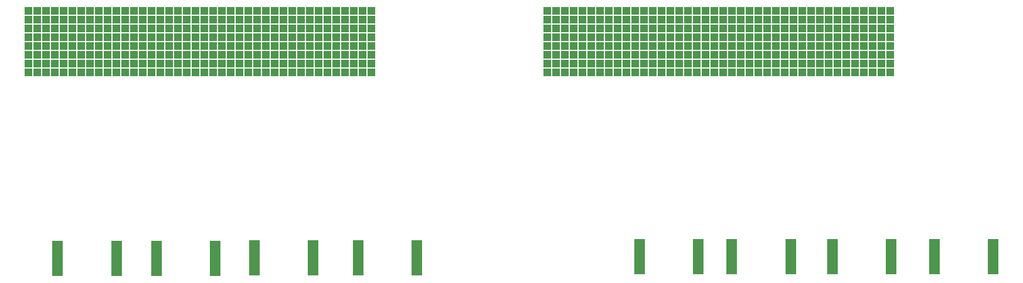
<source format=gbr>
%TF.GenerationSoftware,KiCad,Pcbnew,6.0.7-f9a2dced07~116~ubuntu22.04.1*%
%TF.CreationDate,2022-08-01T15:08:56-07:00*%
%TF.ProjectId,RFSoC_Frontend,5246536f-435f-4467-926f-6e74656e642e,rev?*%
%TF.SameCoordinates,Original*%
%TF.FileFunction,Paste,Bot*%
%TF.FilePolarity,Positive*%
%FSLAX46Y46*%
G04 Gerber Fmt 4.6, Leading zero omitted, Abs format (unit mm)*
G04 Created by KiCad (PCBNEW 6.0.7-f9a2dced07~116~ubuntu22.04.1) date 2022-08-01 15:08:56*
%MOMM*%
%LPD*%
G01*
G04 APERTURE LIST*
%ADD10C,0.010000*%
%ADD11R,1.500000X5.080000*%
G04 APERTURE END LIST*
%TO.C,J10*%
G36*
X143970026Y-77640052D02*
G01*
X142950026Y-77640052D01*
X142950026Y-76620052D01*
X143970026Y-76620052D01*
X143970026Y-77640052D01*
G37*
D10*
X143970026Y-77640052D02*
X142950026Y-77640052D01*
X142950026Y-76620052D01*
X143970026Y-76620052D01*
X143970026Y-77640052D01*
G36*
X102060026Y-82720052D02*
G01*
X101040026Y-82720052D01*
X101040026Y-81700052D01*
X102060026Y-81700052D01*
X102060026Y-82720052D01*
G37*
X102060026Y-82720052D02*
X101040026Y-82720052D01*
X101040026Y-81700052D01*
X102060026Y-81700052D01*
X102060026Y-82720052D01*
G36*
X128730026Y-82720052D02*
G01*
X127710026Y-82720052D01*
X127710026Y-81700052D01*
X128730026Y-81700052D01*
X128730026Y-82720052D01*
G37*
X128730026Y-82720052D02*
X127710026Y-82720052D01*
X127710026Y-81700052D01*
X128730026Y-81700052D01*
X128730026Y-82720052D01*
G36*
X142700026Y-77640052D02*
G01*
X141680026Y-77640052D01*
X141680026Y-76620052D01*
X142700026Y-76620052D01*
X142700026Y-77640052D01*
G37*
X142700026Y-77640052D02*
X141680026Y-77640052D01*
X141680026Y-76620052D01*
X142700026Y-76620052D01*
X142700026Y-77640052D01*
G36*
X130000026Y-85260052D02*
G01*
X128980026Y-85260052D01*
X128980026Y-84240052D01*
X130000026Y-84240052D01*
X130000026Y-85260052D01*
G37*
X130000026Y-85260052D02*
X128980026Y-85260052D01*
X128980026Y-84240052D01*
X130000026Y-84240052D01*
X130000026Y-85260052D01*
G36*
X138890026Y-78910052D02*
G01*
X137870026Y-78910052D01*
X137870026Y-77890052D01*
X138890026Y-77890052D01*
X138890026Y-78910052D01*
G37*
X138890026Y-78910052D02*
X137870026Y-78910052D01*
X137870026Y-77890052D01*
X138890026Y-77890052D01*
X138890026Y-78910052D01*
G36*
X141430026Y-82720052D02*
G01*
X140410026Y-82720052D01*
X140410026Y-81700052D01*
X141430026Y-81700052D01*
X141430026Y-82720052D01*
G37*
X141430026Y-82720052D02*
X140410026Y-82720052D01*
X140410026Y-81700052D01*
X141430026Y-81700052D01*
X141430026Y-82720052D01*
G36*
X131270026Y-85260052D02*
G01*
X130250026Y-85260052D01*
X130250026Y-84240052D01*
X131270026Y-84240052D01*
X131270026Y-85260052D01*
G37*
X131270026Y-85260052D02*
X130250026Y-85260052D01*
X130250026Y-84240052D01*
X131270026Y-84240052D01*
X131270026Y-85260052D01*
G36*
X103330026Y-77640052D02*
G01*
X102310026Y-77640052D01*
X102310026Y-76620052D01*
X103330026Y-76620052D01*
X103330026Y-77640052D01*
G37*
X103330026Y-77640052D02*
X102310026Y-77640052D01*
X102310026Y-76620052D01*
X103330026Y-76620052D01*
X103330026Y-77640052D01*
G36*
X104600026Y-81450052D02*
G01*
X103580026Y-81450052D01*
X103580026Y-80430052D01*
X104600026Y-80430052D01*
X104600026Y-81450052D01*
G37*
X104600026Y-81450052D02*
X103580026Y-81450052D01*
X103580026Y-80430052D01*
X104600026Y-80430052D01*
X104600026Y-81450052D01*
G36*
X102060026Y-85260052D02*
G01*
X101040026Y-85260052D01*
X101040026Y-84240052D01*
X102060026Y-84240052D01*
X102060026Y-85260052D01*
G37*
X102060026Y-85260052D02*
X101040026Y-85260052D01*
X101040026Y-84240052D01*
X102060026Y-84240052D01*
X102060026Y-85260052D01*
G36*
X107140026Y-77640052D02*
G01*
X106120026Y-77640052D01*
X106120026Y-76620052D01*
X107140026Y-76620052D01*
X107140026Y-77640052D01*
G37*
X107140026Y-77640052D02*
X106120026Y-77640052D01*
X106120026Y-76620052D01*
X107140026Y-76620052D01*
X107140026Y-77640052D01*
G36*
X123650026Y-77640052D02*
G01*
X122630026Y-77640052D01*
X122630026Y-76620052D01*
X123650026Y-76620052D01*
X123650026Y-77640052D01*
G37*
X123650026Y-77640052D02*
X122630026Y-77640052D01*
X122630026Y-76620052D01*
X123650026Y-76620052D01*
X123650026Y-77640052D01*
G36*
X118570026Y-82720052D02*
G01*
X117550026Y-82720052D01*
X117550026Y-81700052D01*
X118570026Y-81700052D01*
X118570026Y-82720052D01*
G37*
X118570026Y-82720052D02*
X117550026Y-82720052D01*
X117550026Y-81700052D01*
X118570026Y-81700052D01*
X118570026Y-82720052D01*
G36*
X99520026Y-85260052D02*
G01*
X98500026Y-85260052D01*
X98500026Y-84240052D01*
X99520026Y-84240052D01*
X99520026Y-85260052D01*
G37*
X99520026Y-85260052D02*
X98500026Y-85260052D01*
X98500026Y-84240052D01*
X99520026Y-84240052D01*
X99520026Y-85260052D01*
G36*
X98250026Y-81450052D02*
G01*
X97230026Y-81450052D01*
X97230026Y-80430052D01*
X98250026Y-80430052D01*
X98250026Y-81450052D01*
G37*
X98250026Y-81450052D02*
X97230026Y-81450052D01*
X97230026Y-80430052D01*
X98250026Y-80430052D01*
X98250026Y-81450052D01*
G36*
X138890026Y-83990052D02*
G01*
X137870026Y-83990052D01*
X137870026Y-82970052D01*
X138890026Y-82970052D01*
X138890026Y-83990052D01*
G37*
X138890026Y-83990052D02*
X137870026Y-83990052D01*
X137870026Y-82970052D01*
X138890026Y-82970052D01*
X138890026Y-83990052D01*
G36*
X138890026Y-81450052D02*
G01*
X137870026Y-81450052D01*
X137870026Y-80430052D01*
X138890026Y-80430052D01*
X138890026Y-81450052D01*
G37*
X138890026Y-81450052D02*
X137870026Y-81450052D01*
X137870026Y-80430052D01*
X138890026Y-80430052D01*
X138890026Y-81450052D01*
G36*
X133810026Y-85260052D02*
G01*
X132790026Y-85260052D01*
X132790026Y-84240052D01*
X133810026Y-84240052D01*
X133810026Y-85260052D01*
G37*
X133810026Y-85260052D02*
X132790026Y-85260052D01*
X132790026Y-84240052D01*
X133810026Y-84240052D01*
X133810026Y-85260052D01*
G36*
X109680026Y-83990052D02*
G01*
X108660026Y-83990052D01*
X108660026Y-82970052D01*
X109680026Y-82970052D01*
X109680026Y-83990052D01*
G37*
X109680026Y-83990052D02*
X108660026Y-83990052D01*
X108660026Y-82970052D01*
X109680026Y-82970052D01*
X109680026Y-83990052D01*
G36*
X113490026Y-77640052D02*
G01*
X112470026Y-77640052D01*
X112470026Y-76620052D01*
X113490026Y-76620052D01*
X113490026Y-77640052D01*
G37*
X113490026Y-77640052D02*
X112470026Y-77640052D01*
X112470026Y-76620052D01*
X113490026Y-76620052D01*
X113490026Y-77640052D01*
G36*
X116030026Y-78910052D02*
G01*
X115010026Y-78910052D01*
X115010026Y-77890052D01*
X116030026Y-77890052D01*
X116030026Y-78910052D01*
G37*
X116030026Y-78910052D02*
X115010026Y-78910052D01*
X115010026Y-77890052D01*
X116030026Y-77890052D01*
X116030026Y-78910052D01*
G36*
X112220026Y-78910052D02*
G01*
X111200026Y-78910052D01*
X111200026Y-77890052D01*
X112220026Y-77890052D01*
X112220026Y-78910052D01*
G37*
X112220026Y-78910052D02*
X111200026Y-78910052D01*
X111200026Y-77890052D01*
X112220026Y-77890052D01*
X112220026Y-78910052D01*
G36*
X100790026Y-77640052D02*
G01*
X99770026Y-77640052D01*
X99770026Y-76620052D01*
X100790026Y-76620052D01*
X100790026Y-77640052D01*
G37*
X100790026Y-77640052D02*
X99770026Y-77640052D01*
X99770026Y-76620052D01*
X100790026Y-76620052D01*
X100790026Y-77640052D01*
G36*
X116030026Y-76370052D02*
G01*
X115010026Y-76370052D01*
X115010026Y-75350052D01*
X116030026Y-75350052D01*
X116030026Y-76370052D01*
G37*
X116030026Y-76370052D02*
X115010026Y-76370052D01*
X115010026Y-75350052D01*
X116030026Y-75350052D01*
X116030026Y-76370052D01*
G36*
X108410026Y-83990052D02*
G01*
X107390026Y-83990052D01*
X107390026Y-82970052D01*
X108410026Y-82970052D01*
X108410026Y-83990052D01*
G37*
X108410026Y-83990052D02*
X107390026Y-83990052D01*
X107390026Y-82970052D01*
X108410026Y-82970052D01*
X108410026Y-83990052D01*
G36*
X133810026Y-80180052D02*
G01*
X132790026Y-80180052D01*
X132790026Y-79160052D01*
X133810026Y-79160052D01*
X133810026Y-80180052D01*
G37*
X133810026Y-80180052D02*
X132790026Y-80180052D01*
X132790026Y-79160052D01*
X133810026Y-79160052D01*
X133810026Y-80180052D01*
G36*
X135080026Y-81450052D02*
G01*
X134060026Y-81450052D01*
X134060026Y-80430052D01*
X135080026Y-80430052D01*
X135080026Y-81450052D01*
G37*
X135080026Y-81450052D02*
X134060026Y-81450052D01*
X134060026Y-80430052D01*
X135080026Y-80430052D01*
X135080026Y-81450052D01*
G36*
X122380026Y-77640052D02*
G01*
X121360026Y-77640052D01*
X121360026Y-76620052D01*
X122380026Y-76620052D01*
X122380026Y-77640052D01*
G37*
X122380026Y-77640052D02*
X121360026Y-77640052D01*
X121360026Y-76620052D01*
X122380026Y-76620052D01*
X122380026Y-77640052D01*
G36*
X127460026Y-82720052D02*
G01*
X126440026Y-82720052D01*
X126440026Y-81700052D01*
X127460026Y-81700052D01*
X127460026Y-82720052D01*
G37*
X127460026Y-82720052D02*
X126440026Y-82720052D01*
X126440026Y-81700052D01*
X127460026Y-81700052D01*
X127460026Y-82720052D01*
G36*
X103330026Y-80180052D02*
G01*
X102310026Y-80180052D01*
X102310026Y-79160052D01*
X103330026Y-79160052D01*
X103330026Y-80180052D01*
G37*
X103330026Y-80180052D02*
X102310026Y-80180052D01*
X102310026Y-79160052D01*
X103330026Y-79160052D01*
X103330026Y-80180052D01*
G36*
X136350026Y-76370052D02*
G01*
X135330026Y-76370052D01*
X135330026Y-75350052D01*
X136350026Y-75350052D01*
X136350026Y-76370052D01*
G37*
X136350026Y-76370052D02*
X135330026Y-76370052D01*
X135330026Y-75350052D01*
X136350026Y-75350052D01*
X136350026Y-76370052D01*
G36*
X110950026Y-80180052D02*
G01*
X109930026Y-80180052D01*
X109930026Y-79160052D01*
X110950026Y-79160052D01*
X110950026Y-80180052D01*
G37*
X110950026Y-80180052D02*
X109930026Y-80180052D01*
X109930026Y-79160052D01*
X110950026Y-79160052D01*
X110950026Y-80180052D01*
G36*
X136350026Y-82720052D02*
G01*
X135330026Y-82720052D01*
X135330026Y-81700052D01*
X136350026Y-81700052D01*
X136350026Y-82720052D01*
G37*
X136350026Y-82720052D02*
X135330026Y-82720052D01*
X135330026Y-81700052D01*
X136350026Y-81700052D01*
X136350026Y-82720052D01*
G36*
X100790026Y-80180052D02*
G01*
X99770026Y-80180052D01*
X99770026Y-79160052D01*
X100790026Y-79160052D01*
X100790026Y-80180052D01*
G37*
X100790026Y-80180052D02*
X99770026Y-80180052D01*
X99770026Y-79160052D01*
X100790026Y-79160052D01*
X100790026Y-80180052D01*
G36*
X100790026Y-78910052D02*
G01*
X99770026Y-78910052D01*
X99770026Y-77890052D01*
X100790026Y-77890052D01*
X100790026Y-78910052D01*
G37*
X100790026Y-78910052D02*
X99770026Y-78910052D01*
X99770026Y-77890052D01*
X100790026Y-77890052D01*
X100790026Y-78910052D01*
G36*
X123650026Y-78910052D02*
G01*
X122630026Y-78910052D01*
X122630026Y-77890052D01*
X123650026Y-77890052D01*
X123650026Y-78910052D01*
G37*
X123650026Y-78910052D02*
X122630026Y-78910052D01*
X122630026Y-77890052D01*
X123650026Y-77890052D01*
X123650026Y-78910052D01*
G36*
X128730026Y-81450052D02*
G01*
X127710026Y-81450052D01*
X127710026Y-80430052D01*
X128730026Y-80430052D01*
X128730026Y-81450052D01*
G37*
X128730026Y-81450052D02*
X127710026Y-81450052D01*
X127710026Y-80430052D01*
X128730026Y-80430052D01*
X128730026Y-81450052D01*
G36*
X137620026Y-85260052D02*
G01*
X136600026Y-85260052D01*
X136600026Y-84240052D01*
X137620026Y-84240052D01*
X137620026Y-85260052D01*
G37*
X137620026Y-85260052D02*
X136600026Y-85260052D01*
X136600026Y-84240052D01*
X137620026Y-84240052D01*
X137620026Y-85260052D01*
G36*
X136350026Y-83990052D02*
G01*
X135330026Y-83990052D01*
X135330026Y-82970052D01*
X136350026Y-82970052D01*
X136350026Y-83990052D01*
G37*
X136350026Y-83990052D02*
X135330026Y-83990052D01*
X135330026Y-82970052D01*
X136350026Y-82970052D01*
X136350026Y-83990052D01*
G36*
X143970026Y-76370052D02*
G01*
X142950026Y-76370052D01*
X142950026Y-75350052D01*
X143970026Y-75350052D01*
X143970026Y-76370052D01*
G37*
X143970026Y-76370052D02*
X142950026Y-76370052D01*
X142950026Y-75350052D01*
X143970026Y-75350052D01*
X143970026Y-76370052D01*
G36*
X130000026Y-80180052D02*
G01*
X128980026Y-80180052D01*
X128980026Y-79160052D01*
X130000026Y-79160052D01*
X130000026Y-80180052D01*
G37*
X130000026Y-80180052D02*
X128980026Y-80180052D01*
X128980026Y-79160052D01*
X130000026Y-79160052D01*
X130000026Y-80180052D01*
G36*
X113490026Y-78910052D02*
G01*
X112470026Y-78910052D01*
X112470026Y-77890052D01*
X113490026Y-77890052D01*
X113490026Y-78910052D01*
G37*
X113490026Y-78910052D02*
X112470026Y-78910052D01*
X112470026Y-77890052D01*
X113490026Y-77890052D01*
X113490026Y-78910052D01*
G36*
X124920026Y-78910052D02*
G01*
X123900026Y-78910052D01*
X123900026Y-77890052D01*
X124920026Y-77890052D01*
X124920026Y-78910052D01*
G37*
X124920026Y-78910052D02*
X123900026Y-78910052D01*
X123900026Y-77890052D01*
X124920026Y-77890052D01*
X124920026Y-78910052D01*
G36*
X117300026Y-80180052D02*
G01*
X116280026Y-80180052D01*
X116280026Y-79160052D01*
X117300026Y-79160052D01*
X117300026Y-80180052D01*
G37*
X117300026Y-80180052D02*
X116280026Y-80180052D01*
X116280026Y-79160052D01*
X117300026Y-79160052D01*
X117300026Y-80180052D01*
G36*
X123650026Y-83990052D02*
G01*
X122630026Y-83990052D01*
X122630026Y-82970052D01*
X123650026Y-82970052D01*
X123650026Y-83990052D01*
G37*
X123650026Y-83990052D02*
X122630026Y-83990052D01*
X122630026Y-82970052D01*
X123650026Y-82970052D01*
X123650026Y-83990052D01*
G36*
X132540026Y-81450052D02*
G01*
X131520026Y-81450052D01*
X131520026Y-80430052D01*
X132540026Y-80430052D01*
X132540026Y-81450052D01*
G37*
X132540026Y-81450052D02*
X131520026Y-81450052D01*
X131520026Y-80430052D01*
X132540026Y-80430052D01*
X132540026Y-81450052D01*
G36*
X143970026Y-80180052D02*
G01*
X142950026Y-80180052D01*
X142950026Y-79160052D01*
X143970026Y-79160052D01*
X143970026Y-80180052D01*
G37*
X143970026Y-80180052D02*
X142950026Y-80180052D01*
X142950026Y-79160052D01*
X143970026Y-79160052D01*
X143970026Y-80180052D01*
G36*
X136350026Y-81450052D02*
G01*
X135330026Y-81450052D01*
X135330026Y-80430052D01*
X136350026Y-80430052D01*
X136350026Y-81450052D01*
G37*
X136350026Y-81450052D02*
X135330026Y-81450052D01*
X135330026Y-80430052D01*
X136350026Y-80430052D01*
X136350026Y-81450052D01*
G36*
X113490026Y-80180052D02*
G01*
X112470026Y-80180052D01*
X112470026Y-79160052D01*
X113490026Y-79160052D01*
X113490026Y-80180052D01*
G37*
X113490026Y-80180052D02*
X112470026Y-80180052D01*
X112470026Y-79160052D01*
X113490026Y-79160052D01*
X113490026Y-80180052D01*
G36*
X130000026Y-83990052D02*
G01*
X128980026Y-83990052D01*
X128980026Y-82970052D01*
X130000026Y-82970052D01*
X130000026Y-83990052D01*
G37*
X130000026Y-83990052D02*
X128980026Y-83990052D01*
X128980026Y-82970052D01*
X130000026Y-82970052D01*
X130000026Y-83990052D01*
G36*
X102060026Y-77640052D02*
G01*
X101040026Y-77640052D01*
X101040026Y-76620052D01*
X102060026Y-76620052D01*
X102060026Y-77640052D01*
G37*
X102060026Y-77640052D02*
X101040026Y-77640052D01*
X101040026Y-76620052D01*
X102060026Y-76620052D01*
X102060026Y-77640052D01*
G36*
X122380026Y-83990052D02*
G01*
X121360026Y-83990052D01*
X121360026Y-82970052D01*
X122380026Y-82970052D01*
X122380026Y-83990052D01*
G37*
X122380026Y-83990052D02*
X121360026Y-83990052D01*
X121360026Y-82970052D01*
X122380026Y-82970052D01*
X122380026Y-83990052D01*
G36*
X146510026Y-78910052D02*
G01*
X145490026Y-78910052D01*
X145490026Y-77890052D01*
X146510026Y-77890052D01*
X146510026Y-78910052D01*
G37*
X146510026Y-78910052D02*
X145490026Y-78910052D01*
X145490026Y-77890052D01*
X146510026Y-77890052D01*
X146510026Y-78910052D01*
G36*
X147780026Y-85260052D02*
G01*
X146760026Y-85260052D01*
X146760026Y-84240052D01*
X147780026Y-84240052D01*
X147780026Y-85260052D01*
G37*
X147780026Y-85260052D02*
X146760026Y-85260052D01*
X146760026Y-84240052D01*
X147780026Y-84240052D01*
X147780026Y-85260052D01*
G36*
X123650026Y-82720052D02*
G01*
X122630026Y-82720052D01*
X122630026Y-81700052D01*
X123650026Y-81700052D01*
X123650026Y-82720052D01*
G37*
X123650026Y-82720052D02*
X122630026Y-82720052D01*
X122630026Y-81700052D01*
X123650026Y-81700052D01*
X123650026Y-82720052D01*
G36*
X100790026Y-85260052D02*
G01*
X99770026Y-85260052D01*
X99770026Y-84240052D01*
X100790026Y-84240052D01*
X100790026Y-85260052D01*
G37*
X100790026Y-85260052D02*
X99770026Y-85260052D01*
X99770026Y-84240052D01*
X100790026Y-84240052D01*
X100790026Y-85260052D01*
G36*
X140160026Y-82720052D02*
G01*
X139140026Y-82720052D01*
X139140026Y-81700052D01*
X140160026Y-81700052D01*
X140160026Y-82720052D01*
G37*
X140160026Y-82720052D02*
X139140026Y-82720052D01*
X139140026Y-81700052D01*
X140160026Y-81700052D01*
X140160026Y-82720052D01*
G36*
X107140026Y-82720052D02*
G01*
X106120026Y-82720052D01*
X106120026Y-81700052D01*
X107140026Y-81700052D01*
X107140026Y-82720052D01*
G37*
X107140026Y-82720052D02*
X106120026Y-82720052D01*
X106120026Y-81700052D01*
X107140026Y-81700052D01*
X107140026Y-82720052D01*
G36*
X110950026Y-78910052D02*
G01*
X109930026Y-78910052D01*
X109930026Y-77890052D01*
X110950026Y-77890052D01*
X110950026Y-78910052D01*
G37*
X110950026Y-78910052D02*
X109930026Y-78910052D01*
X109930026Y-77890052D01*
X110950026Y-77890052D01*
X110950026Y-78910052D01*
G36*
X99520026Y-77640052D02*
G01*
X98500026Y-77640052D01*
X98500026Y-76620052D01*
X99520026Y-76620052D01*
X99520026Y-77640052D01*
G37*
X99520026Y-77640052D02*
X98500026Y-77640052D01*
X98500026Y-76620052D01*
X99520026Y-76620052D01*
X99520026Y-77640052D01*
G36*
X104600026Y-78910052D02*
G01*
X103580026Y-78910052D01*
X103580026Y-77890052D01*
X104600026Y-77890052D01*
X104600026Y-78910052D01*
G37*
X104600026Y-78910052D02*
X103580026Y-78910052D01*
X103580026Y-77890052D01*
X104600026Y-77890052D01*
X104600026Y-78910052D01*
G36*
X117300026Y-82720052D02*
G01*
X116280026Y-82720052D01*
X116280026Y-81700052D01*
X117300026Y-81700052D01*
X117300026Y-82720052D01*
G37*
X117300026Y-82720052D02*
X116280026Y-82720052D01*
X116280026Y-81700052D01*
X117300026Y-81700052D01*
X117300026Y-82720052D01*
G36*
X147780026Y-81450052D02*
G01*
X146760026Y-81450052D01*
X146760026Y-80430052D01*
X147780026Y-80430052D01*
X147780026Y-81450052D01*
G37*
X147780026Y-81450052D02*
X146760026Y-81450052D01*
X146760026Y-80430052D01*
X147780026Y-80430052D01*
X147780026Y-81450052D01*
G36*
X112220026Y-83990052D02*
G01*
X111200026Y-83990052D01*
X111200026Y-82970052D01*
X112220026Y-82970052D01*
X112220026Y-83990052D01*
G37*
X112220026Y-83990052D02*
X111200026Y-83990052D01*
X111200026Y-82970052D01*
X112220026Y-82970052D01*
X112220026Y-83990052D01*
G36*
X131270026Y-83990052D02*
G01*
X130250026Y-83990052D01*
X130250026Y-82970052D01*
X131270026Y-82970052D01*
X131270026Y-83990052D01*
G37*
X131270026Y-83990052D02*
X130250026Y-83990052D01*
X130250026Y-82970052D01*
X131270026Y-82970052D01*
X131270026Y-83990052D01*
G36*
X107140026Y-78910052D02*
G01*
X106120026Y-78910052D01*
X106120026Y-77890052D01*
X107140026Y-77890052D01*
X107140026Y-78910052D01*
G37*
X107140026Y-78910052D02*
X106120026Y-78910052D01*
X106120026Y-77890052D01*
X107140026Y-77890052D01*
X107140026Y-78910052D01*
G36*
X114760026Y-85260052D02*
G01*
X113740026Y-85260052D01*
X113740026Y-84240052D01*
X114760026Y-84240052D01*
X114760026Y-85260052D01*
G37*
X114760026Y-85260052D02*
X113740026Y-85260052D01*
X113740026Y-84240052D01*
X114760026Y-84240052D01*
X114760026Y-85260052D01*
G36*
X131270026Y-80180052D02*
G01*
X130250026Y-80180052D01*
X130250026Y-79160052D01*
X131270026Y-79160052D01*
X131270026Y-80180052D01*
G37*
X131270026Y-80180052D02*
X130250026Y-80180052D01*
X130250026Y-79160052D01*
X131270026Y-79160052D01*
X131270026Y-80180052D01*
G36*
X133810026Y-81450052D02*
G01*
X132790026Y-81450052D01*
X132790026Y-80430052D01*
X133810026Y-80430052D01*
X133810026Y-81450052D01*
G37*
X133810026Y-81450052D02*
X132790026Y-81450052D01*
X132790026Y-80430052D01*
X133810026Y-80430052D01*
X133810026Y-81450052D01*
G36*
X145240026Y-81450052D02*
G01*
X144220026Y-81450052D01*
X144220026Y-80430052D01*
X145240026Y-80430052D01*
X145240026Y-81450052D01*
G37*
X145240026Y-81450052D02*
X144220026Y-81450052D01*
X144220026Y-80430052D01*
X145240026Y-80430052D01*
X145240026Y-81450052D01*
G36*
X124920026Y-85260052D02*
G01*
X123900026Y-85260052D01*
X123900026Y-84240052D01*
X124920026Y-84240052D01*
X124920026Y-85260052D01*
G37*
X124920026Y-85260052D02*
X123900026Y-85260052D01*
X123900026Y-84240052D01*
X124920026Y-84240052D01*
X124920026Y-85260052D01*
G36*
X103330026Y-83990052D02*
G01*
X102310026Y-83990052D01*
X102310026Y-82970052D01*
X103330026Y-82970052D01*
X103330026Y-83990052D01*
G37*
X103330026Y-83990052D02*
X102310026Y-83990052D01*
X102310026Y-82970052D01*
X103330026Y-82970052D01*
X103330026Y-83990052D01*
G36*
X104600026Y-83990052D02*
G01*
X103580026Y-83990052D01*
X103580026Y-82970052D01*
X104600026Y-82970052D01*
X104600026Y-83990052D01*
G37*
X104600026Y-83990052D02*
X103580026Y-83990052D01*
X103580026Y-82970052D01*
X104600026Y-82970052D01*
X104600026Y-83990052D01*
G36*
X123650026Y-81450052D02*
G01*
X122630026Y-81450052D01*
X122630026Y-80430052D01*
X123650026Y-80430052D01*
X123650026Y-81450052D01*
G37*
X123650026Y-81450052D02*
X122630026Y-81450052D01*
X122630026Y-80430052D01*
X123650026Y-80430052D01*
X123650026Y-81450052D01*
G36*
X110950026Y-77640052D02*
G01*
X109930026Y-77640052D01*
X109930026Y-76620052D01*
X110950026Y-76620052D01*
X110950026Y-77640052D01*
G37*
X110950026Y-77640052D02*
X109930026Y-77640052D01*
X109930026Y-76620052D01*
X110950026Y-76620052D01*
X110950026Y-77640052D01*
G36*
X137620026Y-81450052D02*
G01*
X136600026Y-81450052D01*
X136600026Y-80430052D01*
X137620026Y-80430052D01*
X137620026Y-81450052D01*
G37*
X137620026Y-81450052D02*
X136600026Y-81450052D01*
X136600026Y-80430052D01*
X137620026Y-80430052D01*
X137620026Y-81450052D01*
G36*
X103330026Y-81450052D02*
G01*
X102310026Y-81450052D01*
X102310026Y-80430052D01*
X103330026Y-80430052D01*
X103330026Y-81450052D01*
G37*
X103330026Y-81450052D02*
X102310026Y-81450052D01*
X102310026Y-80430052D01*
X103330026Y-80430052D01*
X103330026Y-81450052D01*
G36*
X121110026Y-85260052D02*
G01*
X120090026Y-85260052D01*
X120090026Y-84240052D01*
X121110026Y-84240052D01*
X121110026Y-85260052D01*
G37*
X121110026Y-85260052D02*
X120090026Y-85260052D01*
X120090026Y-84240052D01*
X121110026Y-84240052D01*
X121110026Y-85260052D01*
G36*
X124920026Y-80180052D02*
G01*
X123900026Y-80180052D01*
X123900026Y-79160052D01*
X124920026Y-79160052D01*
X124920026Y-80180052D01*
G37*
X124920026Y-80180052D02*
X123900026Y-80180052D01*
X123900026Y-79160052D01*
X124920026Y-79160052D01*
X124920026Y-80180052D01*
G36*
X130000026Y-81450052D02*
G01*
X128980026Y-81450052D01*
X128980026Y-80430052D01*
X130000026Y-80430052D01*
X130000026Y-81450052D01*
G37*
X130000026Y-81450052D02*
X128980026Y-81450052D01*
X128980026Y-80430052D01*
X130000026Y-80430052D01*
X130000026Y-81450052D01*
G36*
X135080026Y-85260052D02*
G01*
X134060026Y-85260052D01*
X134060026Y-84240052D01*
X135080026Y-84240052D01*
X135080026Y-85260052D01*
G37*
X135080026Y-85260052D02*
X134060026Y-85260052D01*
X134060026Y-84240052D01*
X135080026Y-84240052D01*
X135080026Y-85260052D01*
G36*
X104600026Y-82720052D02*
G01*
X103580026Y-82720052D01*
X103580026Y-81700052D01*
X104600026Y-81700052D01*
X104600026Y-82720052D01*
G37*
X104600026Y-82720052D02*
X103580026Y-82720052D01*
X103580026Y-81700052D01*
X104600026Y-81700052D01*
X104600026Y-82720052D01*
G36*
X142700026Y-85260052D02*
G01*
X141680026Y-85260052D01*
X141680026Y-84240052D01*
X142700026Y-84240052D01*
X142700026Y-85260052D01*
G37*
X142700026Y-85260052D02*
X141680026Y-85260052D01*
X141680026Y-84240052D01*
X142700026Y-84240052D01*
X142700026Y-85260052D01*
G36*
X100790026Y-83990052D02*
G01*
X99770026Y-83990052D01*
X99770026Y-82970052D01*
X100790026Y-82970052D01*
X100790026Y-83990052D01*
G37*
X100790026Y-83990052D02*
X99770026Y-83990052D01*
X99770026Y-82970052D01*
X100790026Y-82970052D01*
X100790026Y-83990052D01*
G36*
X110950026Y-81450052D02*
G01*
X109930026Y-81450052D01*
X109930026Y-80430052D01*
X110950026Y-80430052D01*
X110950026Y-81450052D01*
G37*
X110950026Y-81450052D02*
X109930026Y-81450052D01*
X109930026Y-80430052D01*
X110950026Y-80430052D01*
X110950026Y-81450052D01*
G36*
X128730026Y-77640052D02*
G01*
X127710026Y-77640052D01*
X127710026Y-76620052D01*
X128730026Y-76620052D01*
X128730026Y-77640052D01*
G37*
X128730026Y-77640052D02*
X127710026Y-77640052D01*
X127710026Y-76620052D01*
X128730026Y-76620052D01*
X128730026Y-77640052D01*
G36*
X135080026Y-77640052D02*
G01*
X134060026Y-77640052D01*
X134060026Y-76620052D01*
X135080026Y-76620052D01*
X135080026Y-77640052D01*
G37*
X135080026Y-77640052D02*
X134060026Y-77640052D01*
X134060026Y-76620052D01*
X135080026Y-76620052D01*
X135080026Y-77640052D01*
G36*
X119840026Y-83990052D02*
G01*
X118820026Y-83990052D01*
X118820026Y-82970052D01*
X119840026Y-82970052D01*
X119840026Y-83990052D01*
G37*
X119840026Y-83990052D02*
X118820026Y-83990052D01*
X118820026Y-82970052D01*
X119840026Y-82970052D01*
X119840026Y-83990052D01*
G36*
X100790026Y-81450052D02*
G01*
X99770026Y-81450052D01*
X99770026Y-80430052D01*
X100790026Y-80430052D01*
X100790026Y-81450052D01*
G37*
X100790026Y-81450052D02*
X99770026Y-81450052D01*
X99770026Y-80430052D01*
X100790026Y-80430052D01*
X100790026Y-81450052D01*
G36*
X127460026Y-81450052D02*
G01*
X126440026Y-81450052D01*
X126440026Y-80430052D01*
X127460026Y-80430052D01*
X127460026Y-81450052D01*
G37*
X127460026Y-81450052D02*
X126440026Y-81450052D01*
X126440026Y-80430052D01*
X127460026Y-80430052D01*
X127460026Y-81450052D01*
G36*
X122380026Y-80180052D02*
G01*
X121360026Y-80180052D01*
X121360026Y-79160052D01*
X122380026Y-79160052D01*
X122380026Y-80180052D01*
G37*
X122380026Y-80180052D02*
X121360026Y-80180052D01*
X121360026Y-79160052D01*
X122380026Y-79160052D01*
X122380026Y-80180052D01*
G36*
X121110026Y-80180052D02*
G01*
X120090026Y-80180052D01*
X120090026Y-79160052D01*
X121110026Y-79160052D01*
X121110026Y-80180052D01*
G37*
X121110026Y-80180052D02*
X120090026Y-80180052D01*
X120090026Y-79160052D01*
X121110026Y-79160052D01*
X121110026Y-80180052D01*
G36*
X141430026Y-83990052D02*
G01*
X140410026Y-83990052D01*
X140410026Y-82970052D01*
X141430026Y-82970052D01*
X141430026Y-83990052D01*
G37*
X141430026Y-83990052D02*
X140410026Y-83990052D01*
X140410026Y-82970052D01*
X141430026Y-82970052D01*
X141430026Y-83990052D01*
G36*
X146510026Y-80180052D02*
G01*
X145490026Y-80180052D01*
X145490026Y-79160052D01*
X146510026Y-79160052D01*
X146510026Y-80180052D01*
G37*
X146510026Y-80180052D02*
X145490026Y-80180052D01*
X145490026Y-79160052D01*
X146510026Y-79160052D01*
X146510026Y-80180052D01*
G36*
X126190026Y-78910052D02*
G01*
X125170026Y-78910052D01*
X125170026Y-77890052D01*
X126190026Y-77890052D01*
X126190026Y-78910052D01*
G37*
X126190026Y-78910052D02*
X125170026Y-78910052D01*
X125170026Y-77890052D01*
X126190026Y-77890052D01*
X126190026Y-78910052D01*
G36*
X126190026Y-76370052D02*
G01*
X125170026Y-76370052D01*
X125170026Y-75350052D01*
X126190026Y-75350052D01*
X126190026Y-76370052D01*
G37*
X126190026Y-76370052D02*
X125170026Y-76370052D01*
X125170026Y-75350052D01*
X126190026Y-75350052D01*
X126190026Y-76370052D01*
G36*
X119840026Y-77640052D02*
G01*
X118820026Y-77640052D01*
X118820026Y-76620052D01*
X119840026Y-76620052D01*
X119840026Y-77640052D01*
G37*
X119840026Y-77640052D02*
X118820026Y-77640052D01*
X118820026Y-76620052D01*
X119840026Y-76620052D01*
X119840026Y-77640052D01*
G36*
X142700026Y-80180052D02*
G01*
X141680026Y-80180052D01*
X141680026Y-79160052D01*
X142700026Y-79160052D01*
X142700026Y-80180052D01*
G37*
X142700026Y-80180052D02*
X141680026Y-80180052D01*
X141680026Y-79160052D01*
X142700026Y-79160052D01*
X142700026Y-80180052D01*
G36*
X118570026Y-83990052D02*
G01*
X117550026Y-83990052D01*
X117550026Y-82970052D01*
X118570026Y-82970052D01*
X118570026Y-83990052D01*
G37*
X118570026Y-83990052D02*
X117550026Y-83990052D01*
X117550026Y-82970052D01*
X118570026Y-82970052D01*
X118570026Y-83990052D01*
G36*
X108410026Y-78910052D02*
G01*
X107390026Y-78910052D01*
X107390026Y-77890052D01*
X108410026Y-77890052D01*
X108410026Y-78910052D01*
G37*
X108410026Y-78910052D02*
X107390026Y-78910052D01*
X107390026Y-77890052D01*
X108410026Y-77890052D01*
X108410026Y-78910052D01*
G36*
X100790026Y-82720052D02*
G01*
X99770026Y-82720052D01*
X99770026Y-81700052D01*
X100790026Y-81700052D01*
X100790026Y-82720052D01*
G37*
X100790026Y-82720052D02*
X99770026Y-82720052D01*
X99770026Y-81700052D01*
X100790026Y-81700052D01*
X100790026Y-82720052D01*
G36*
X132540026Y-76370052D02*
G01*
X131520026Y-76370052D01*
X131520026Y-75350052D01*
X132540026Y-75350052D01*
X132540026Y-76370052D01*
G37*
X132540026Y-76370052D02*
X131520026Y-76370052D01*
X131520026Y-75350052D01*
X132540026Y-75350052D01*
X132540026Y-76370052D01*
G36*
X109680026Y-81450052D02*
G01*
X108660026Y-81450052D01*
X108660026Y-80430052D01*
X109680026Y-80430052D01*
X109680026Y-81450052D01*
G37*
X109680026Y-81450052D02*
X108660026Y-81450052D01*
X108660026Y-80430052D01*
X109680026Y-80430052D01*
X109680026Y-81450052D01*
G36*
X108410026Y-80180052D02*
G01*
X107390026Y-80180052D01*
X107390026Y-79160052D01*
X108410026Y-79160052D01*
X108410026Y-80180052D01*
G37*
X108410026Y-80180052D02*
X107390026Y-80180052D01*
X107390026Y-79160052D01*
X108410026Y-79160052D01*
X108410026Y-80180052D01*
G36*
X126190026Y-77640052D02*
G01*
X125170026Y-77640052D01*
X125170026Y-76620052D01*
X126190026Y-76620052D01*
X126190026Y-77640052D01*
G37*
X126190026Y-77640052D02*
X125170026Y-77640052D01*
X125170026Y-76620052D01*
X126190026Y-76620052D01*
X126190026Y-77640052D01*
G36*
X121110026Y-78910052D02*
G01*
X120090026Y-78910052D01*
X120090026Y-77890052D01*
X121110026Y-77890052D01*
X121110026Y-78910052D01*
G37*
X121110026Y-78910052D02*
X120090026Y-78910052D01*
X120090026Y-77890052D01*
X121110026Y-77890052D01*
X121110026Y-78910052D01*
G36*
X121110026Y-76370052D02*
G01*
X120090026Y-76370052D01*
X120090026Y-75350052D01*
X121110026Y-75350052D01*
X121110026Y-76370052D01*
G37*
X121110026Y-76370052D02*
X120090026Y-76370052D01*
X120090026Y-75350052D01*
X121110026Y-75350052D01*
X121110026Y-76370052D01*
G36*
X126190026Y-81450052D02*
G01*
X125170026Y-81450052D01*
X125170026Y-80430052D01*
X126190026Y-80430052D01*
X126190026Y-81450052D01*
G37*
X126190026Y-81450052D02*
X125170026Y-81450052D01*
X125170026Y-80430052D01*
X126190026Y-80430052D01*
X126190026Y-81450052D01*
G36*
X104600026Y-76370052D02*
G01*
X103580026Y-76370052D01*
X103580026Y-75350052D01*
X104600026Y-75350052D01*
X104600026Y-76370052D01*
G37*
X104600026Y-76370052D02*
X103580026Y-76370052D01*
X103580026Y-75350052D01*
X104600026Y-75350052D01*
X104600026Y-76370052D01*
G36*
X147780026Y-77640052D02*
G01*
X146760026Y-77640052D01*
X146760026Y-76620052D01*
X147780026Y-76620052D01*
X147780026Y-77640052D01*
G37*
X147780026Y-77640052D02*
X146760026Y-77640052D01*
X146760026Y-76620052D01*
X147780026Y-76620052D01*
X147780026Y-77640052D01*
G36*
X118570026Y-78910052D02*
G01*
X117550026Y-78910052D01*
X117550026Y-77890052D01*
X118570026Y-77890052D01*
X118570026Y-78910052D01*
G37*
X118570026Y-78910052D02*
X117550026Y-78910052D01*
X117550026Y-77890052D01*
X118570026Y-77890052D01*
X118570026Y-78910052D01*
G36*
X100790026Y-76370052D02*
G01*
X99770026Y-76370052D01*
X99770026Y-75350052D01*
X100790026Y-75350052D01*
X100790026Y-76370052D01*
G37*
X100790026Y-76370052D02*
X99770026Y-76370052D01*
X99770026Y-75350052D01*
X100790026Y-75350052D01*
X100790026Y-76370052D01*
G36*
X138890026Y-80180052D02*
G01*
X137870026Y-80180052D01*
X137870026Y-79160052D01*
X138890026Y-79160052D01*
X138890026Y-80180052D01*
G37*
X138890026Y-80180052D02*
X137870026Y-80180052D01*
X137870026Y-79160052D01*
X138890026Y-79160052D01*
X138890026Y-80180052D01*
G36*
X108410026Y-81450052D02*
G01*
X107390026Y-81450052D01*
X107390026Y-80430052D01*
X108410026Y-80430052D01*
X108410026Y-81450052D01*
G37*
X108410026Y-81450052D02*
X107390026Y-81450052D01*
X107390026Y-80430052D01*
X108410026Y-80430052D01*
X108410026Y-81450052D01*
G36*
X107140026Y-85260052D02*
G01*
X106120026Y-85260052D01*
X106120026Y-84240052D01*
X107140026Y-84240052D01*
X107140026Y-85260052D01*
G37*
X107140026Y-85260052D02*
X106120026Y-85260052D01*
X106120026Y-84240052D01*
X107140026Y-84240052D01*
X107140026Y-85260052D01*
G36*
X142700026Y-76370052D02*
G01*
X141680026Y-76370052D01*
X141680026Y-75350052D01*
X142700026Y-75350052D01*
X142700026Y-76370052D01*
G37*
X142700026Y-76370052D02*
X141680026Y-76370052D01*
X141680026Y-75350052D01*
X142700026Y-75350052D01*
X142700026Y-76370052D01*
G36*
X143970026Y-81450052D02*
G01*
X142950026Y-81450052D01*
X142950026Y-80430052D01*
X143970026Y-80430052D01*
X143970026Y-81450052D01*
G37*
X143970026Y-81450052D02*
X142950026Y-81450052D01*
X142950026Y-80430052D01*
X143970026Y-80430052D01*
X143970026Y-81450052D01*
G36*
X133810026Y-83990052D02*
G01*
X132790026Y-83990052D01*
X132790026Y-82970052D01*
X133810026Y-82970052D01*
X133810026Y-83990052D01*
G37*
X133810026Y-83990052D02*
X132790026Y-83990052D01*
X132790026Y-82970052D01*
X133810026Y-82970052D01*
X133810026Y-83990052D01*
G36*
X99520026Y-80180052D02*
G01*
X98500026Y-80180052D01*
X98500026Y-79160052D01*
X99520026Y-79160052D01*
X99520026Y-80180052D01*
G37*
X99520026Y-80180052D02*
X98500026Y-80180052D01*
X98500026Y-79160052D01*
X99520026Y-79160052D01*
X99520026Y-80180052D01*
G36*
X127460026Y-83990052D02*
G01*
X126440026Y-83990052D01*
X126440026Y-82970052D01*
X127460026Y-82970052D01*
X127460026Y-83990052D01*
G37*
X127460026Y-83990052D02*
X126440026Y-83990052D01*
X126440026Y-82970052D01*
X127460026Y-82970052D01*
X127460026Y-83990052D01*
G36*
X98250026Y-82720052D02*
G01*
X97230026Y-82720052D01*
X97230026Y-81700052D01*
X98250026Y-81700052D01*
X98250026Y-82720052D01*
G37*
X98250026Y-82720052D02*
X97230026Y-82720052D01*
X97230026Y-81700052D01*
X98250026Y-81700052D01*
X98250026Y-82720052D01*
G36*
X117300026Y-83990052D02*
G01*
X116280026Y-83990052D01*
X116280026Y-82970052D01*
X117300026Y-82970052D01*
X117300026Y-83990052D01*
G37*
X117300026Y-83990052D02*
X116280026Y-83990052D01*
X116280026Y-82970052D01*
X117300026Y-82970052D01*
X117300026Y-83990052D01*
G36*
X135080026Y-76370052D02*
G01*
X134060026Y-76370052D01*
X134060026Y-75350052D01*
X135080026Y-75350052D01*
X135080026Y-76370052D01*
G37*
X135080026Y-76370052D02*
X134060026Y-76370052D01*
X134060026Y-75350052D01*
X135080026Y-75350052D01*
X135080026Y-76370052D01*
G36*
X142700026Y-78910052D02*
G01*
X141680026Y-78910052D01*
X141680026Y-77890052D01*
X142700026Y-77890052D01*
X142700026Y-78910052D01*
G37*
X142700026Y-78910052D02*
X141680026Y-78910052D01*
X141680026Y-77890052D01*
X142700026Y-77890052D01*
X142700026Y-78910052D01*
G36*
X137620026Y-80180052D02*
G01*
X136600026Y-80180052D01*
X136600026Y-79160052D01*
X137620026Y-79160052D01*
X137620026Y-80180052D01*
G37*
X137620026Y-80180052D02*
X136600026Y-80180052D01*
X136600026Y-79160052D01*
X137620026Y-79160052D01*
X137620026Y-80180052D01*
G36*
X137620026Y-83990052D02*
G01*
X136600026Y-83990052D01*
X136600026Y-82970052D01*
X137620026Y-82970052D01*
X137620026Y-83990052D01*
G37*
X137620026Y-83990052D02*
X136600026Y-83990052D01*
X136600026Y-82970052D01*
X137620026Y-82970052D01*
X137620026Y-83990052D01*
G36*
X122380026Y-81450052D02*
G01*
X121360026Y-81450052D01*
X121360026Y-80430052D01*
X122380026Y-80430052D01*
X122380026Y-81450052D01*
G37*
X122380026Y-81450052D02*
X121360026Y-81450052D01*
X121360026Y-80430052D01*
X122380026Y-80430052D01*
X122380026Y-81450052D01*
G36*
X121110026Y-83990052D02*
G01*
X120090026Y-83990052D01*
X120090026Y-82970052D01*
X121110026Y-82970052D01*
X121110026Y-83990052D01*
G37*
X121110026Y-83990052D02*
X120090026Y-83990052D01*
X120090026Y-82970052D01*
X121110026Y-82970052D01*
X121110026Y-83990052D01*
G36*
X117300026Y-85260052D02*
G01*
X116280026Y-85260052D01*
X116280026Y-84240052D01*
X117300026Y-84240052D01*
X117300026Y-85260052D01*
G37*
X117300026Y-85260052D02*
X116280026Y-85260052D01*
X116280026Y-84240052D01*
X117300026Y-84240052D01*
X117300026Y-85260052D01*
G36*
X143970026Y-82720052D02*
G01*
X142950026Y-82720052D01*
X142950026Y-81700052D01*
X143970026Y-81700052D01*
X143970026Y-82720052D01*
G37*
X143970026Y-82720052D02*
X142950026Y-82720052D01*
X142950026Y-81700052D01*
X143970026Y-81700052D01*
X143970026Y-82720052D01*
G36*
X124920026Y-82720052D02*
G01*
X123900026Y-82720052D01*
X123900026Y-81700052D01*
X124920026Y-81700052D01*
X124920026Y-82720052D01*
G37*
X124920026Y-82720052D02*
X123900026Y-82720052D01*
X123900026Y-81700052D01*
X124920026Y-81700052D01*
X124920026Y-82720052D01*
G36*
X116030026Y-80180052D02*
G01*
X115010026Y-80180052D01*
X115010026Y-79160052D01*
X116030026Y-79160052D01*
X116030026Y-80180052D01*
G37*
X116030026Y-80180052D02*
X115010026Y-80180052D01*
X115010026Y-79160052D01*
X116030026Y-79160052D01*
X116030026Y-80180052D01*
G36*
X141430026Y-77640052D02*
G01*
X140410026Y-77640052D01*
X140410026Y-76620052D01*
X141430026Y-76620052D01*
X141430026Y-77640052D01*
G37*
X141430026Y-77640052D02*
X140410026Y-77640052D01*
X140410026Y-76620052D01*
X141430026Y-76620052D01*
X141430026Y-77640052D01*
G36*
X141430026Y-80180052D02*
G01*
X140410026Y-80180052D01*
X140410026Y-79160052D01*
X141430026Y-79160052D01*
X141430026Y-80180052D01*
G37*
X141430026Y-80180052D02*
X140410026Y-80180052D01*
X140410026Y-79160052D01*
X141430026Y-79160052D01*
X141430026Y-80180052D01*
G36*
X145240026Y-80180052D02*
G01*
X144220026Y-80180052D01*
X144220026Y-79160052D01*
X145240026Y-79160052D01*
X145240026Y-80180052D01*
G37*
X145240026Y-80180052D02*
X144220026Y-80180052D01*
X144220026Y-79160052D01*
X145240026Y-79160052D01*
X145240026Y-80180052D01*
G36*
X119840026Y-82720052D02*
G01*
X118820026Y-82720052D01*
X118820026Y-81700052D01*
X119840026Y-81700052D01*
X119840026Y-82720052D01*
G37*
X119840026Y-82720052D02*
X118820026Y-82720052D01*
X118820026Y-81700052D01*
X119840026Y-81700052D01*
X119840026Y-82720052D01*
G36*
X118570026Y-77640052D02*
G01*
X117550026Y-77640052D01*
X117550026Y-76620052D01*
X118570026Y-76620052D01*
X118570026Y-77640052D01*
G37*
X118570026Y-77640052D02*
X117550026Y-77640052D01*
X117550026Y-76620052D01*
X118570026Y-76620052D01*
X118570026Y-77640052D01*
G36*
X135080026Y-83990052D02*
G01*
X134060026Y-83990052D01*
X134060026Y-82970052D01*
X135080026Y-82970052D01*
X135080026Y-83990052D01*
G37*
X135080026Y-83990052D02*
X134060026Y-83990052D01*
X134060026Y-82970052D01*
X135080026Y-82970052D01*
X135080026Y-83990052D01*
G36*
X145240026Y-85260052D02*
G01*
X144220026Y-85260052D01*
X144220026Y-84240052D01*
X145240026Y-84240052D01*
X145240026Y-85260052D01*
G37*
X145240026Y-85260052D02*
X144220026Y-85260052D01*
X144220026Y-84240052D01*
X145240026Y-84240052D01*
X145240026Y-85260052D01*
G36*
X114760026Y-78910052D02*
G01*
X113740026Y-78910052D01*
X113740026Y-77890052D01*
X114760026Y-77890052D01*
X114760026Y-78910052D01*
G37*
X114760026Y-78910052D02*
X113740026Y-78910052D01*
X113740026Y-77890052D01*
X114760026Y-77890052D01*
X114760026Y-78910052D01*
G36*
X110950026Y-83990052D02*
G01*
X109930026Y-83990052D01*
X109930026Y-82970052D01*
X110950026Y-82970052D01*
X110950026Y-83990052D01*
G37*
X110950026Y-83990052D02*
X109930026Y-83990052D01*
X109930026Y-82970052D01*
X110950026Y-82970052D01*
X110950026Y-83990052D01*
G36*
X146510026Y-82720052D02*
G01*
X145490026Y-82720052D01*
X145490026Y-81700052D01*
X146510026Y-81700052D01*
X146510026Y-82720052D01*
G37*
X146510026Y-82720052D02*
X145490026Y-82720052D01*
X145490026Y-81700052D01*
X146510026Y-81700052D01*
X146510026Y-82720052D01*
G36*
X137620026Y-78910052D02*
G01*
X136600026Y-78910052D01*
X136600026Y-77890052D01*
X137620026Y-77890052D01*
X137620026Y-78910052D01*
G37*
X137620026Y-78910052D02*
X136600026Y-78910052D01*
X136600026Y-77890052D01*
X137620026Y-77890052D01*
X137620026Y-78910052D01*
G36*
X98250026Y-85260052D02*
G01*
X97230026Y-85260052D01*
X97230026Y-84240052D01*
X98250026Y-84240052D01*
X98250026Y-85260052D01*
G37*
X98250026Y-85260052D02*
X97230026Y-85260052D01*
X97230026Y-84240052D01*
X98250026Y-84240052D01*
X98250026Y-85260052D01*
G36*
X107140026Y-81450052D02*
G01*
X106120026Y-81450052D01*
X106120026Y-80430052D01*
X107140026Y-80430052D01*
X107140026Y-81450052D01*
G37*
X107140026Y-81450052D02*
X106120026Y-81450052D01*
X106120026Y-80430052D01*
X107140026Y-80430052D01*
X107140026Y-81450052D01*
G36*
X118570026Y-81450052D02*
G01*
X117550026Y-81450052D01*
X117550026Y-80430052D01*
X118570026Y-80430052D01*
X118570026Y-81450052D01*
G37*
X118570026Y-81450052D02*
X117550026Y-81450052D01*
X117550026Y-80430052D01*
X118570026Y-80430052D01*
X118570026Y-81450052D01*
G36*
X119840026Y-80180052D02*
G01*
X118820026Y-80180052D01*
X118820026Y-79160052D01*
X119840026Y-79160052D01*
X119840026Y-80180052D01*
G37*
X119840026Y-80180052D02*
X118820026Y-80180052D01*
X118820026Y-79160052D01*
X119840026Y-79160052D01*
X119840026Y-80180052D01*
G36*
X130000026Y-76370052D02*
G01*
X128980026Y-76370052D01*
X128980026Y-75350052D01*
X130000026Y-75350052D01*
X130000026Y-76370052D01*
G37*
X130000026Y-76370052D02*
X128980026Y-76370052D01*
X128980026Y-75350052D01*
X130000026Y-75350052D01*
X130000026Y-76370052D01*
G36*
X135080026Y-80180052D02*
G01*
X134060026Y-80180052D01*
X134060026Y-79160052D01*
X135080026Y-79160052D01*
X135080026Y-80180052D01*
G37*
X135080026Y-80180052D02*
X134060026Y-80180052D01*
X134060026Y-79160052D01*
X135080026Y-79160052D01*
X135080026Y-80180052D01*
G36*
X141430026Y-85260052D02*
G01*
X140410026Y-85260052D01*
X140410026Y-84240052D01*
X141430026Y-84240052D01*
X141430026Y-85260052D01*
G37*
X141430026Y-85260052D02*
X140410026Y-85260052D01*
X140410026Y-84240052D01*
X141430026Y-84240052D01*
X141430026Y-85260052D01*
G36*
X98250026Y-78910052D02*
G01*
X97230026Y-78910052D01*
X97230026Y-77890052D01*
X98250026Y-77890052D01*
X98250026Y-78910052D01*
G37*
X98250026Y-78910052D02*
X97230026Y-78910052D01*
X97230026Y-77890052D01*
X98250026Y-77890052D01*
X98250026Y-78910052D01*
G36*
X102060026Y-78910052D02*
G01*
X101040026Y-78910052D01*
X101040026Y-77890052D01*
X102060026Y-77890052D01*
X102060026Y-78910052D01*
G37*
X102060026Y-78910052D02*
X101040026Y-78910052D01*
X101040026Y-77890052D01*
X102060026Y-77890052D01*
X102060026Y-78910052D01*
G36*
X114760026Y-76370052D02*
G01*
X113740026Y-76370052D01*
X113740026Y-75350052D01*
X114760026Y-75350052D01*
X114760026Y-76370052D01*
G37*
X114760026Y-76370052D02*
X113740026Y-76370052D01*
X113740026Y-75350052D01*
X114760026Y-75350052D01*
X114760026Y-76370052D01*
G36*
X140160026Y-77640052D02*
G01*
X139140026Y-77640052D01*
X139140026Y-76620052D01*
X140160026Y-76620052D01*
X140160026Y-77640052D01*
G37*
X140160026Y-77640052D02*
X139140026Y-77640052D01*
X139140026Y-76620052D01*
X140160026Y-76620052D01*
X140160026Y-77640052D01*
G36*
X126190026Y-82720052D02*
G01*
X125170026Y-82720052D01*
X125170026Y-81700052D01*
X126190026Y-81700052D01*
X126190026Y-82720052D01*
G37*
X126190026Y-82720052D02*
X125170026Y-82720052D01*
X125170026Y-81700052D01*
X126190026Y-81700052D01*
X126190026Y-82720052D01*
G36*
X117300026Y-77640052D02*
G01*
X116280026Y-77640052D01*
X116280026Y-76620052D01*
X117300026Y-76620052D01*
X117300026Y-77640052D01*
G37*
X117300026Y-77640052D02*
X116280026Y-77640052D01*
X116280026Y-76620052D01*
X117300026Y-76620052D01*
X117300026Y-77640052D01*
G36*
X108410026Y-77640052D02*
G01*
X107390026Y-77640052D01*
X107390026Y-76620052D01*
X108410026Y-76620052D01*
X108410026Y-77640052D01*
G37*
X108410026Y-77640052D02*
X107390026Y-77640052D01*
X107390026Y-76620052D01*
X108410026Y-76620052D01*
X108410026Y-77640052D01*
G36*
X142700026Y-83990052D02*
G01*
X141680026Y-83990052D01*
X141680026Y-82970052D01*
X142700026Y-82970052D01*
X142700026Y-83990052D01*
G37*
X142700026Y-83990052D02*
X141680026Y-83990052D01*
X141680026Y-82970052D01*
X142700026Y-82970052D01*
X142700026Y-83990052D01*
G36*
X99520026Y-82720052D02*
G01*
X98500026Y-82720052D01*
X98500026Y-81700052D01*
X99520026Y-81700052D01*
X99520026Y-82720052D01*
G37*
X99520026Y-82720052D02*
X98500026Y-82720052D01*
X98500026Y-81700052D01*
X99520026Y-81700052D01*
X99520026Y-82720052D01*
G36*
X141430026Y-78910052D02*
G01*
X140410026Y-78910052D01*
X140410026Y-77890052D01*
X141430026Y-77890052D01*
X141430026Y-78910052D01*
G37*
X141430026Y-78910052D02*
X140410026Y-78910052D01*
X140410026Y-77890052D01*
X141430026Y-77890052D01*
X141430026Y-78910052D01*
G36*
X147780026Y-76370052D02*
G01*
X146760026Y-76370052D01*
X146760026Y-75350052D01*
X147780026Y-75350052D01*
X147780026Y-76370052D01*
G37*
X147780026Y-76370052D02*
X146760026Y-76370052D01*
X146760026Y-75350052D01*
X147780026Y-75350052D01*
X147780026Y-76370052D01*
G36*
X116030026Y-82720052D02*
G01*
X115010026Y-82720052D01*
X115010026Y-81700052D01*
X116030026Y-81700052D01*
X116030026Y-82720052D01*
G37*
X116030026Y-82720052D02*
X115010026Y-82720052D01*
X115010026Y-81700052D01*
X116030026Y-81700052D01*
X116030026Y-82720052D01*
G36*
X146510026Y-81450052D02*
G01*
X145490026Y-81450052D01*
X145490026Y-80430052D01*
X146510026Y-80430052D01*
X146510026Y-81450052D01*
G37*
X146510026Y-81450052D02*
X145490026Y-81450052D01*
X145490026Y-80430052D01*
X146510026Y-80430052D01*
X146510026Y-81450052D01*
G36*
X140160026Y-80180052D02*
G01*
X139140026Y-80180052D01*
X139140026Y-79160052D01*
X140160026Y-79160052D01*
X140160026Y-80180052D01*
G37*
X140160026Y-80180052D02*
X139140026Y-80180052D01*
X139140026Y-79160052D01*
X140160026Y-79160052D01*
X140160026Y-80180052D01*
G36*
X105870026Y-80180052D02*
G01*
X104850026Y-80180052D01*
X104850026Y-79160052D01*
X105870026Y-79160052D01*
X105870026Y-80180052D01*
G37*
X105870026Y-80180052D02*
X104850026Y-80180052D01*
X104850026Y-79160052D01*
X105870026Y-79160052D01*
X105870026Y-80180052D01*
G36*
X132540026Y-78910052D02*
G01*
X131520026Y-78910052D01*
X131520026Y-77890052D01*
X132540026Y-77890052D01*
X132540026Y-78910052D01*
G37*
X132540026Y-78910052D02*
X131520026Y-78910052D01*
X131520026Y-77890052D01*
X132540026Y-77890052D01*
X132540026Y-78910052D01*
G36*
X121110026Y-77640052D02*
G01*
X120090026Y-77640052D01*
X120090026Y-76620052D01*
X121110026Y-76620052D01*
X121110026Y-77640052D01*
G37*
X121110026Y-77640052D02*
X120090026Y-77640052D01*
X120090026Y-76620052D01*
X121110026Y-76620052D01*
X121110026Y-77640052D01*
G36*
X135080026Y-82720052D02*
G01*
X134060026Y-82720052D01*
X134060026Y-81700052D01*
X135080026Y-81700052D01*
X135080026Y-82720052D01*
G37*
X135080026Y-82720052D02*
X134060026Y-82720052D01*
X134060026Y-81700052D01*
X135080026Y-81700052D01*
X135080026Y-82720052D01*
G36*
X110950026Y-82720052D02*
G01*
X109930026Y-82720052D01*
X109930026Y-81700052D01*
X110950026Y-81700052D01*
X110950026Y-82720052D01*
G37*
X110950026Y-82720052D02*
X109930026Y-82720052D01*
X109930026Y-81700052D01*
X110950026Y-81700052D01*
X110950026Y-82720052D01*
G36*
X127460026Y-85260052D02*
G01*
X126440026Y-85260052D01*
X126440026Y-84240052D01*
X127460026Y-84240052D01*
X127460026Y-85260052D01*
G37*
X127460026Y-85260052D02*
X126440026Y-85260052D01*
X126440026Y-84240052D01*
X127460026Y-84240052D01*
X127460026Y-85260052D01*
G36*
X133810026Y-76370052D02*
G01*
X132790026Y-76370052D01*
X132790026Y-75350052D01*
X133810026Y-75350052D01*
X133810026Y-76370052D01*
G37*
X133810026Y-76370052D02*
X132790026Y-76370052D01*
X132790026Y-75350052D01*
X133810026Y-75350052D01*
X133810026Y-76370052D01*
G36*
X146510026Y-83990052D02*
G01*
X145490026Y-83990052D01*
X145490026Y-82970052D01*
X146510026Y-82970052D01*
X146510026Y-83990052D01*
G37*
X146510026Y-83990052D02*
X145490026Y-83990052D01*
X145490026Y-82970052D01*
X146510026Y-82970052D01*
X146510026Y-83990052D01*
G36*
X114760026Y-83990052D02*
G01*
X113740026Y-83990052D01*
X113740026Y-82970052D01*
X114760026Y-82970052D01*
X114760026Y-83990052D01*
G37*
X114760026Y-83990052D02*
X113740026Y-83990052D01*
X113740026Y-82970052D01*
X114760026Y-82970052D01*
X114760026Y-83990052D01*
G36*
X116030026Y-81450052D02*
G01*
X115010026Y-81450052D01*
X115010026Y-80430052D01*
X116030026Y-80430052D01*
X116030026Y-81450052D01*
G37*
X116030026Y-81450052D02*
X115010026Y-81450052D01*
X115010026Y-80430052D01*
X116030026Y-80430052D01*
X116030026Y-81450052D01*
G36*
X146510026Y-85260052D02*
G01*
X145490026Y-85260052D01*
X145490026Y-84240052D01*
X146510026Y-84240052D01*
X146510026Y-85260052D01*
G37*
X146510026Y-85260052D02*
X145490026Y-85260052D01*
X145490026Y-84240052D01*
X146510026Y-84240052D01*
X146510026Y-85260052D01*
G36*
X118570026Y-76370052D02*
G01*
X117550026Y-76370052D01*
X117550026Y-75350052D01*
X118570026Y-75350052D01*
X118570026Y-76370052D01*
G37*
X118570026Y-76370052D02*
X117550026Y-76370052D01*
X117550026Y-75350052D01*
X118570026Y-75350052D01*
X118570026Y-76370052D01*
G36*
X119840026Y-85260052D02*
G01*
X118820026Y-85260052D01*
X118820026Y-84240052D01*
X119840026Y-84240052D01*
X119840026Y-85260052D01*
G37*
X119840026Y-85260052D02*
X118820026Y-85260052D01*
X118820026Y-84240052D01*
X119840026Y-84240052D01*
X119840026Y-85260052D01*
G36*
X121110026Y-81450052D02*
G01*
X120090026Y-81450052D01*
X120090026Y-80430052D01*
X121110026Y-80430052D01*
X121110026Y-81450052D01*
G37*
X121110026Y-81450052D02*
X120090026Y-81450052D01*
X120090026Y-80430052D01*
X121110026Y-80430052D01*
X121110026Y-81450052D01*
G36*
X138890026Y-76370052D02*
G01*
X137870026Y-76370052D01*
X137870026Y-75350052D01*
X138890026Y-75350052D01*
X138890026Y-76370052D01*
G37*
X138890026Y-76370052D02*
X137870026Y-76370052D01*
X137870026Y-75350052D01*
X138890026Y-75350052D01*
X138890026Y-76370052D01*
G36*
X109680026Y-78910052D02*
G01*
X108660026Y-78910052D01*
X108660026Y-77890052D01*
X109680026Y-77890052D01*
X109680026Y-78910052D01*
G37*
X109680026Y-78910052D02*
X108660026Y-78910052D01*
X108660026Y-77890052D01*
X109680026Y-77890052D01*
X109680026Y-78910052D01*
G36*
X137620026Y-77640052D02*
G01*
X136600026Y-77640052D01*
X136600026Y-76620052D01*
X137620026Y-76620052D01*
X137620026Y-77640052D01*
G37*
X137620026Y-77640052D02*
X136600026Y-77640052D01*
X136600026Y-76620052D01*
X137620026Y-76620052D01*
X137620026Y-77640052D01*
G36*
X147780026Y-82720052D02*
G01*
X146760026Y-82720052D01*
X146760026Y-81700052D01*
X147780026Y-81700052D01*
X147780026Y-82720052D01*
G37*
X147780026Y-82720052D02*
X146760026Y-82720052D01*
X146760026Y-81700052D01*
X147780026Y-81700052D01*
X147780026Y-82720052D01*
G36*
X135080026Y-78910052D02*
G01*
X134060026Y-78910052D01*
X134060026Y-77890052D01*
X135080026Y-77890052D01*
X135080026Y-78910052D01*
G37*
X135080026Y-78910052D02*
X134060026Y-78910052D01*
X134060026Y-77890052D01*
X135080026Y-77890052D01*
X135080026Y-78910052D01*
G36*
X99520026Y-78910052D02*
G01*
X98500026Y-78910052D01*
X98500026Y-77890052D01*
X99520026Y-77890052D01*
X99520026Y-78910052D01*
G37*
X99520026Y-78910052D02*
X98500026Y-78910052D01*
X98500026Y-77890052D01*
X99520026Y-77890052D01*
X99520026Y-78910052D01*
G36*
X133810026Y-82720052D02*
G01*
X132790026Y-82720052D01*
X132790026Y-81700052D01*
X133810026Y-81700052D01*
X133810026Y-82720052D01*
G37*
X133810026Y-82720052D02*
X132790026Y-82720052D01*
X132790026Y-81700052D01*
X133810026Y-81700052D01*
X133810026Y-82720052D01*
G36*
X110950026Y-85260052D02*
G01*
X109930026Y-85260052D01*
X109930026Y-84240052D01*
X110950026Y-84240052D01*
X110950026Y-85260052D01*
G37*
X110950026Y-85260052D02*
X109930026Y-85260052D01*
X109930026Y-84240052D01*
X110950026Y-84240052D01*
X110950026Y-85260052D01*
G36*
X105870026Y-85260052D02*
G01*
X104850026Y-85260052D01*
X104850026Y-84240052D01*
X105870026Y-84240052D01*
X105870026Y-85260052D01*
G37*
X105870026Y-85260052D02*
X104850026Y-85260052D01*
X104850026Y-84240052D01*
X105870026Y-84240052D01*
X105870026Y-85260052D01*
G36*
X126190026Y-80180052D02*
G01*
X125170026Y-80180052D01*
X125170026Y-79160052D01*
X126190026Y-79160052D01*
X126190026Y-80180052D01*
G37*
X126190026Y-80180052D02*
X125170026Y-80180052D01*
X125170026Y-79160052D01*
X126190026Y-79160052D01*
X126190026Y-80180052D01*
G36*
X136350026Y-77640052D02*
G01*
X135330026Y-77640052D01*
X135330026Y-76620052D01*
X136350026Y-76620052D01*
X136350026Y-77640052D01*
G37*
X136350026Y-77640052D02*
X135330026Y-77640052D01*
X135330026Y-76620052D01*
X136350026Y-76620052D01*
X136350026Y-77640052D01*
G36*
X126190026Y-85260052D02*
G01*
X125170026Y-85260052D01*
X125170026Y-84240052D01*
X126190026Y-84240052D01*
X126190026Y-85260052D01*
G37*
X126190026Y-85260052D02*
X125170026Y-85260052D01*
X125170026Y-84240052D01*
X126190026Y-84240052D01*
X126190026Y-85260052D01*
G36*
X108410026Y-82720052D02*
G01*
X107390026Y-82720052D01*
X107390026Y-81700052D01*
X108410026Y-81700052D01*
X108410026Y-82720052D01*
G37*
X108410026Y-82720052D02*
X107390026Y-82720052D01*
X107390026Y-81700052D01*
X108410026Y-81700052D01*
X108410026Y-82720052D01*
G36*
X133810026Y-77640052D02*
G01*
X132790026Y-77640052D01*
X132790026Y-76620052D01*
X133810026Y-76620052D01*
X133810026Y-77640052D01*
G37*
X133810026Y-77640052D02*
X132790026Y-77640052D01*
X132790026Y-76620052D01*
X133810026Y-76620052D01*
X133810026Y-77640052D01*
G36*
X114760026Y-82720052D02*
G01*
X113740026Y-82720052D01*
X113740026Y-81700052D01*
X114760026Y-81700052D01*
X114760026Y-82720052D01*
G37*
X114760026Y-82720052D02*
X113740026Y-82720052D01*
X113740026Y-81700052D01*
X114760026Y-81700052D01*
X114760026Y-82720052D01*
G36*
X122380026Y-85260052D02*
G01*
X121360026Y-85260052D01*
X121360026Y-84240052D01*
X122380026Y-84240052D01*
X122380026Y-85260052D01*
G37*
X122380026Y-85260052D02*
X121360026Y-85260052D01*
X121360026Y-84240052D01*
X122380026Y-84240052D01*
X122380026Y-85260052D01*
G36*
X124920026Y-76370052D02*
G01*
X123900026Y-76370052D01*
X123900026Y-75350052D01*
X124920026Y-75350052D01*
X124920026Y-76370052D01*
G37*
X124920026Y-76370052D02*
X123900026Y-76370052D01*
X123900026Y-75350052D01*
X124920026Y-75350052D01*
X124920026Y-76370052D01*
G36*
X145240026Y-77640052D02*
G01*
X144220026Y-77640052D01*
X144220026Y-76620052D01*
X145240026Y-76620052D01*
X145240026Y-77640052D01*
G37*
X145240026Y-77640052D02*
X144220026Y-77640052D01*
X144220026Y-76620052D01*
X145240026Y-76620052D01*
X145240026Y-77640052D01*
G36*
X127460026Y-78910052D02*
G01*
X126440026Y-78910052D01*
X126440026Y-77890052D01*
X127460026Y-77890052D01*
X127460026Y-78910052D01*
G37*
X127460026Y-78910052D02*
X126440026Y-78910052D01*
X126440026Y-77890052D01*
X127460026Y-77890052D01*
X127460026Y-78910052D01*
G36*
X103330026Y-78910052D02*
G01*
X102310026Y-78910052D01*
X102310026Y-77890052D01*
X103330026Y-77890052D01*
X103330026Y-78910052D01*
G37*
X103330026Y-78910052D02*
X102310026Y-78910052D01*
X102310026Y-77890052D01*
X103330026Y-77890052D01*
X103330026Y-78910052D01*
G36*
X118570026Y-85260052D02*
G01*
X117550026Y-85260052D01*
X117550026Y-84240052D01*
X118570026Y-84240052D01*
X118570026Y-85260052D01*
G37*
X118570026Y-85260052D02*
X117550026Y-85260052D01*
X117550026Y-84240052D01*
X118570026Y-84240052D01*
X118570026Y-85260052D01*
G36*
X131270026Y-82720052D02*
G01*
X130250026Y-82720052D01*
X130250026Y-81700052D01*
X131270026Y-81700052D01*
X131270026Y-82720052D01*
G37*
X131270026Y-82720052D02*
X130250026Y-82720052D01*
X130250026Y-81700052D01*
X131270026Y-81700052D01*
X131270026Y-82720052D01*
G36*
X112220026Y-80180052D02*
G01*
X111200026Y-80180052D01*
X111200026Y-79160052D01*
X112220026Y-79160052D01*
X112220026Y-80180052D01*
G37*
X112220026Y-80180052D02*
X111200026Y-80180052D01*
X111200026Y-79160052D01*
X112220026Y-79160052D01*
X112220026Y-80180052D01*
G36*
X107140026Y-80180052D02*
G01*
X106120026Y-80180052D01*
X106120026Y-79160052D01*
X107140026Y-79160052D01*
X107140026Y-80180052D01*
G37*
X107140026Y-80180052D02*
X106120026Y-80180052D01*
X106120026Y-79160052D01*
X107140026Y-79160052D01*
X107140026Y-80180052D01*
G36*
X127460026Y-76370052D02*
G01*
X126440026Y-76370052D01*
X126440026Y-75350052D01*
X127460026Y-75350052D01*
X127460026Y-76370052D01*
G37*
X127460026Y-76370052D02*
X126440026Y-76370052D01*
X126440026Y-75350052D01*
X127460026Y-75350052D01*
X127460026Y-76370052D01*
G36*
X137620026Y-76370052D02*
G01*
X136600026Y-76370052D01*
X136600026Y-75350052D01*
X137620026Y-75350052D01*
X137620026Y-76370052D01*
G37*
X137620026Y-76370052D02*
X136600026Y-76370052D01*
X136600026Y-75350052D01*
X137620026Y-75350052D01*
X137620026Y-76370052D01*
G36*
X124920026Y-77640052D02*
G01*
X123900026Y-77640052D01*
X123900026Y-76620052D01*
X124920026Y-76620052D01*
X124920026Y-77640052D01*
G37*
X124920026Y-77640052D02*
X123900026Y-77640052D01*
X123900026Y-76620052D01*
X124920026Y-76620052D01*
X124920026Y-77640052D01*
G36*
X132540026Y-77640052D02*
G01*
X131520026Y-77640052D01*
X131520026Y-76620052D01*
X132540026Y-76620052D01*
X132540026Y-77640052D01*
G37*
X132540026Y-77640052D02*
X131520026Y-77640052D01*
X131520026Y-76620052D01*
X132540026Y-76620052D01*
X132540026Y-77640052D01*
G36*
X141430026Y-76370052D02*
G01*
X140410026Y-76370052D01*
X140410026Y-75350052D01*
X141430026Y-75350052D01*
X141430026Y-76370052D01*
G37*
X141430026Y-76370052D02*
X140410026Y-76370052D01*
X140410026Y-75350052D01*
X141430026Y-75350052D01*
X141430026Y-76370052D01*
G36*
X138890026Y-85260052D02*
G01*
X137870026Y-85260052D01*
X137870026Y-84240052D01*
X138890026Y-84240052D01*
X138890026Y-85260052D01*
G37*
X138890026Y-85260052D02*
X137870026Y-85260052D01*
X137870026Y-84240052D01*
X138890026Y-84240052D01*
X138890026Y-85260052D01*
G36*
X102060026Y-80180052D02*
G01*
X101040026Y-80180052D01*
X101040026Y-79160052D01*
X102060026Y-79160052D01*
X102060026Y-80180052D01*
G37*
X102060026Y-80180052D02*
X101040026Y-80180052D01*
X101040026Y-79160052D01*
X102060026Y-79160052D01*
X102060026Y-80180052D01*
G36*
X122380026Y-82720052D02*
G01*
X121360026Y-82720052D01*
X121360026Y-81700052D01*
X122380026Y-81700052D01*
X122380026Y-82720052D01*
G37*
X122380026Y-82720052D02*
X121360026Y-82720052D01*
X121360026Y-81700052D01*
X122380026Y-81700052D01*
X122380026Y-82720052D01*
G36*
X113490026Y-82720052D02*
G01*
X112470026Y-82720052D01*
X112470026Y-81700052D01*
X113490026Y-81700052D01*
X113490026Y-82720052D01*
G37*
X113490026Y-82720052D02*
X112470026Y-82720052D01*
X112470026Y-81700052D01*
X113490026Y-81700052D01*
X113490026Y-82720052D01*
G36*
X140160026Y-78910052D02*
G01*
X139140026Y-78910052D01*
X139140026Y-77890052D01*
X140160026Y-77890052D01*
X140160026Y-78910052D01*
G37*
X140160026Y-78910052D02*
X139140026Y-78910052D01*
X139140026Y-77890052D01*
X140160026Y-77890052D01*
X140160026Y-78910052D01*
G36*
X130000026Y-77640052D02*
G01*
X128980026Y-77640052D01*
X128980026Y-76620052D01*
X130000026Y-76620052D01*
X130000026Y-77640052D01*
G37*
X130000026Y-77640052D02*
X128980026Y-77640052D01*
X128980026Y-76620052D01*
X130000026Y-76620052D01*
X130000026Y-77640052D01*
G36*
X109680026Y-85260052D02*
G01*
X108660026Y-85260052D01*
X108660026Y-84240052D01*
X109680026Y-84240052D01*
X109680026Y-85260052D01*
G37*
X109680026Y-85260052D02*
X108660026Y-85260052D01*
X108660026Y-84240052D01*
X109680026Y-84240052D01*
X109680026Y-85260052D01*
G36*
X112220026Y-82720052D02*
G01*
X111200026Y-82720052D01*
X111200026Y-81700052D01*
X112220026Y-81700052D01*
X112220026Y-82720052D01*
G37*
X112220026Y-82720052D02*
X111200026Y-82720052D01*
X111200026Y-81700052D01*
X112220026Y-81700052D01*
X112220026Y-82720052D01*
G36*
X138890026Y-82720052D02*
G01*
X137870026Y-82720052D01*
X137870026Y-81700052D01*
X138890026Y-81700052D01*
X138890026Y-82720052D01*
G37*
X138890026Y-82720052D02*
X137870026Y-82720052D01*
X137870026Y-81700052D01*
X138890026Y-81700052D01*
X138890026Y-82720052D01*
G36*
X128730026Y-80180052D02*
G01*
X127710026Y-80180052D01*
X127710026Y-79160052D01*
X128730026Y-79160052D01*
X128730026Y-80180052D01*
G37*
X128730026Y-80180052D02*
X127710026Y-80180052D01*
X127710026Y-79160052D01*
X128730026Y-79160052D01*
X128730026Y-80180052D01*
G36*
X147780026Y-78910052D02*
G01*
X146760026Y-78910052D01*
X146760026Y-77890052D01*
X147780026Y-77890052D01*
X147780026Y-78910052D01*
G37*
X147780026Y-78910052D02*
X146760026Y-78910052D01*
X146760026Y-77890052D01*
X147780026Y-77890052D01*
X147780026Y-78910052D01*
G36*
X145240026Y-83990052D02*
G01*
X144220026Y-83990052D01*
X144220026Y-82970052D01*
X145240026Y-82970052D01*
X145240026Y-83990052D01*
G37*
X145240026Y-83990052D02*
X144220026Y-83990052D01*
X144220026Y-82970052D01*
X145240026Y-82970052D01*
X145240026Y-83990052D01*
G36*
X131270026Y-77640052D02*
G01*
X130250026Y-77640052D01*
X130250026Y-76620052D01*
X131270026Y-76620052D01*
X131270026Y-77640052D01*
G37*
X131270026Y-77640052D02*
X130250026Y-77640052D01*
X130250026Y-76620052D01*
X131270026Y-76620052D01*
X131270026Y-77640052D01*
G36*
X104600026Y-80180052D02*
G01*
X103580026Y-80180052D01*
X103580026Y-79160052D01*
X104600026Y-79160052D01*
X104600026Y-80180052D01*
G37*
X104600026Y-80180052D02*
X103580026Y-80180052D01*
X103580026Y-79160052D01*
X104600026Y-79160052D01*
X104600026Y-80180052D01*
G36*
X102060026Y-81450052D02*
G01*
X101040026Y-81450052D01*
X101040026Y-80430052D01*
X102060026Y-80430052D01*
X102060026Y-81450052D01*
G37*
X102060026Y-81450052D02*
X101040026Y-81450052D01*
X101040026Y-80430052D01*
X102060026Y-80430052D01*
X102060026Y-81450052D01*
G36*
X105870026Y-77640052D02*
G01*
X104850026Y-77640052D01*
X104850026Y-76620052D01*
X105870026Y-76620052D01*
X105870026Y-77640052D01*
G37*
X105870026Y-77640052D02*
X104850026Y-77640052D01*
X104850026Y-76620052D01*
X105870026Y-76620052D01*
X105870026Y-77640052D01*
G36*
X142700026Y-81450052D02*
G01*
X141680026Y-81450052D01*
X141680026Y-80430052D01*
X142700026Y-80430052D01*
X142700026Y-81450052D01*
G37*
X142700026Y-81450052D02*
X141680026Y-81450052D01*
X141680026Y-80430052D01*
X142700026Y-80430052D01*
X142700026Y-81450052D01*
G36*
X105870026Y-83990052D02*
G01*
X104850026Y-83990052D01*
X104850026Y-82970052D01*
X105870026Y-82970052D01*
X105870026Y-83990052D01*
G37*
X105870026Y-83990052D02*
X104850026Y-83990052D01*
X104850026Y-82970052D01*
X105870026Y-82970052D01*
X105870026Y-83990052D01*
G36*
X104600026Y-85260052D02*
G01*
X103580026Y-85260052D01*
X103580026Y-84240052D01*
X104600026Y-84240052D01*
X104600026Y-85260052D01*
G37*
X104600026Y-85260052D02*
X103580026Y-85260052D01*
X103580026Y-84240052D01*
X104600026Y-84240052D01*
X104600026Y-85260052D01*
G36*
X117300026Y-78910052D02*
G01*
X116280026Y-78910052D01*
X116280026Y-77890052D01*
X117300026Y-77890052D01*
X117300026Y-78910052D01*
G37*
X117300026Y-78910052D02*
X116280026Y-78910052D01*
X116280026Y-77890052D01*
X117300026Y-77890052D01*
X117300026Y-78910052D01*
G36*
X105870026Y-82720052D02*
G01*
X104850026Y-82720052D01*
X104850026Y-81700052D01*
X105870026Y-81700052D01*
X105870026Y-82720052D01*
G37*
X105870026Y-82720052D02*
X104850026Y-82720052D01*
X104850026Y-81700052D01*
X105870026Y-81700052D01*
X105870026Y-82720052D01*
G36*
X104600026Y-77640052D02*
G01*
X103580026Y-77640052D01*
X103580026Y-76620052D01*
X104600026Y-76620052D01*
X104600026Y-77640052D01*
G37*
X104600026Y-77640052D02*
X103580026Y-77640052D01*
X103580026Y-76620052D01*
X104600026Y-76620052D01*
X104600026Y-77640052D01*
G36*
X137620026Y-82720052D02*
G01*
X136600026Y-82720052D01*
X136600026Y-81700052D01*
X137620026Y-81700052D01*
X137620026Y-82720052D01*
G37*
X137620026Y-82720052D02*
X136600026Y-82720052D01*
X136600026Y-81700052D01*
X137620026Y-81700052D01*
X137620026Y-82720052D01*
G36*
X117300026Y-81450052D02*
G01*
X116280026Y-81450052D01*
X116280026Y-80430052D01*
X117300026Y-80430052D01*
X117300026Y-81450052D01*
G37*
X117300026Y-81450052D02*
X116280026Y-81450052D01*
X116280026Y-80430052D01*
X117300026Y-80430052D01*
X117300026Y-81450052D01*
G36*
X143970026Y-83990052D02*
G01*
X142950026Y-83990052D01*
X142950026Y-82970052D01*
X143970026Y-82970052D01*
X143970026Y-83990052D01*
G37*
X143970026Y-83990052D02*
X142950026Y-83990052D01*
X142950026Y-82970052D01*
X143970026Y-82970052D01*
X143970026Y-83990052D01*
G36*
X119840026Y-81450052D02*
G01*
X118820026Y-81450052D01*
X118820026Y-80430052D01*
X119840026Y-80430052D01*
X119840026Y-81450052D01*
G37*
X119840026Y-81450052D02*
X118820026Y-81450052D01*
X118820026Y-80430052D01*
X119840026Y-80430052D01*
X119840026Y-81450052D01*
G36*
X136350026Y-78910052D02*
G01*
X135330026Y-78910052D01*
X135330026Y-77890052D01*
X136350026Y-77890052D01*
X136350026Y-78910052D01*
G37*
X136350026Y-78910052D02*
X135330026Y-78910052D01*
X135330026Y-77890052D01*
X136350026Y-77890052D01*
X136350026Y-78910052D01*
G36*
X102060026Y-76370052D02*
G01*
X101040026Y-76370052D01*
X101040026Y-75350052D01*
X102060026Y-75350052D01*
X102060026Y-76370052D01*
G37*
X102060026Y-76370052D02*
X101040026Y-76370052D01*
X101040026Y-75350052D01*
X102060026Y-75350052D01*
X102060026Y-76370052D01*
G36*
X110950026Y-76370052D02*
G01*
X109930026Y-76370052D01*
X109930026Y-75350052D01*
X110950026Y-75350052D01*
X110950026Y-76370052D01*
G37*
X110950026Y-76370052D02*
X109930026Y-76370052D01*
X109930026Y-75350052D01*
X110950026Y-75350052D01*
X110950026Y-76370052D01*
G36*
X136350026Y-85260052D02*
G01*
X135330026Y-85260052D01*
X135330026Y-84240052D01*
X136350026Y-84240052D01*
X136350026Y-85260052D01*
G37*
X136350026Y-85260052D02*
X135330026Y-85260052D01*
X135330026Y-84240052D01*
X136350026Y-84240052D01*
X136350026Y-85260052D01*
G36*
X130000026Y-78910052D02*
G01*
X128980026Y-78910052D01*
X128980026Y-77890052D01*
X130000026Y-77890052D01*
X130000026Y-78910052D01*
G37*
X130000026Y-78910052D02*
X128980026Y-78910052D01*
X128980026Y-77890052D01*
X130000026Y-77890052D01*
X130000026Y-78910052D01*
G36*
X126190026Y-83990052D02*
G01*
X125170026Y-83990052D01*
X125170026Y-82970052D01*
X126190026Y-82970052D01*
X126190026Y-83990052D01*
G37*
X126190026Y-83990052D02*
X125170026Y-83990052D01*
X125170026Y-82970052D01*
X126190026Y-82970052D01*
X126190026Y-83990052D01*
G36*
X118570026Y-80180052D02*
G01*
X117550026Y-80180052D01*
X117550026Y-79160052D01*
X118570026Y-79160052D01*
X118570026Y-80180052D01*
G37*
X118570026Y-80180052D02*
X117550026Y-80180052D01*
X117550026Y-79160052D01*
X118570026Y-79160052D01*
X118570026Y-80180052D01*
G36*
X114760026Y-80180052D02*
G01*
X113740026Y-80180052D01*
X113740026Y-79160052D01*
X114760026Y-79160052D01*
X114760026Y-80180052D01*
G37*
X114760026Y-80180052D02*
X113740026Y-80180052D01*
X113740026Y-79160052D01*
X114760026Y-79160052D01*
X114760026Y-80180052D01*
G36*
X105870026Y-76370052D02*
G01*
X104850026Y-76370052D01*
X104850026Y-75350052D01*
X105870026Y-75350052D01*
X105870026Y-76370052D01*
G37*
X105870026Y-76370052D02*
X104850026Y-76370052D01*
X104850026Y-75350052D01*
X105870026Y-75350052D01*
X105870026Y-76370052D01*
G36*
X145240026Y-78910052D02*
G01*
X144220026Y-78910052D01*
X144220026Y-77890052D01*
X145240026Y-77890052D01*
X145240026Y-78910052D01*
G37*
X145240026Y-78910052D02*
X144220026Y-78910052D01*
X144220026Y-77890052D01*
X145240026Y-77890052D01*
X145240026Y-78910052D01*
G36*
X145240026Y-76370052D02*
G01*
X144220026Y-76370052D01*
X144220026Y-75350052D01*
X145240026Y-75350052D01*
X145240026Y-76370052D01*
G37*
X145240026Y-76370052D02*
X144220026Y-76370052D01*
X144220026Y-75350052D01*
X145240026Y-75350052D01*
X145240026Y-76370052D01*
G36*
X141430026Y-81450052D02*
G01*
X140410026Y-81450052D01*
X140410026Y-80430052D01*
X141430026Y-80430052D01*
X141430026Y-81450052D01*
G37*
X141430026Y-81450052D02*
X140410026Y-81450052D01*
X140410026Y-80430052D01*
X141430026Y-80430052D01*
X141430026Y-81450052D01*
G36*
X108410026Y-76370052D02*
G01*
X107390026Y-76370052D01*
X107390026Y-75350052D01*
X108410026Y-75350052D01*
X108410026Y-76370052D01*
G37*
X108410026Y-76370052D02*
X107390026Y-76370052D01*
X107390026Y-75350052D01*
X108410026Y-75350052D01*
X108410026Y-76370052D01*
G36*
X131270026Y-76370052D02*
G01*
X130250026Y-76370052D01*
X130250026Y-75350052D01*
X131270026Y-75350052D01*
X131270026Y-76370052D01*
G37*
X131270026Y-76370052D02*
X130250026Y-76370052D01*
X130250026Y-75350052D01*
X131270026Y-75350052D01*
X131270026Y-76370052D01*
G36*
X114760026Y-81450052D02*
G01*
X113740026Y-81450052D01*
X113740026Y-80430052D01*
X114760026Y-80430052D01*
X114760026Y-81450052D01*
G37*
X114760026Y-81450052D02*
X113740026Y-81450052D01*
X113740026Y-80430052D01*
X114760026Y-80430052D01*
X114760026Y-81450052D01*
G36*
X136350026Y-80180052D02*
G01*
X135330026Y-80180052D01*
X135330026Y-79160052D01*
X136350026Y-79160052D01*
X136350026Y-80180052D01*
G37*
X136350026Y-80180052D02*
X135330026Y-80180052D01*
X135330026Y-79160052D01*
X136350026Y-79160052D01*
X136350026Y-80180052D01*
G36*
X114760026Y-77640052D02*
G01*
X113740026Y-77640052D01*
X113740026Y-76620052D01*
X114760026Y-76620052D01*
X114760026Y-77640052D01*
G37*
X114760026Y-77640052D02*
X113740026Y-77640052D01*
X113740026Y-76620052D01*
X114760026Y-76620052D01*
X114760026Y-77640052D01*
G36*
X112220026Y-76370052D02*
G01*
X111200026Y-76370052D01*
X111200026Y-75350052D01*
X112220026Y-75350052D01*
X112220026Y-76370052D01*
G37*
X112220026Y-76370052D02*
X111200026Y-76370052D01*
X111200026Y-75350052D01*
X112220026Y-75350052D01*
X112220026Y-76370052D01*
G36*
X123650026Y-80180052D02*
G01*
X122630026Y-80180052D01*
X122630026Y-79160052D01*
X123650026Y-79160052D01*
X123650026Y-80180052D01*
G37*
X123650026Y-80180052D02*
X122630026Y-80180052D01*
X122630026Y-79160052D01*
X123650026Y-79160052D01*
X123650026Y-80180052D01*
G36*
X128730026Y-76370052D02*
G01*
X127710026Y-76370052D01*
X127710026Y-75350052D01*
X128730026Y-75350052D01*
X128730026Y-76370052D01*
G37*
X128730026Y-76370052D02*
X127710026Y-76370052D01*
X127710026Y-75350052D01*
X128730026Y-75350052D01*
X128730026Y-76370052D01*
G36*
X112220026Y-77640052D02*
G01*
X111200026Y-77640052D01*
X111200026Y-76620052D01*
X112220026Y-76620052D01*
X112220026Y-77640052D01*
G37*
X112220026Y-77640052D02*
X111200026Y-77640052D01*
X111200026Y-76620052D01*
X112220026Y-76620052D01*
X112220026Y-77640052D01*
G36*
X98250026Y-77640052D02*
G01*
X97230026Y-77640052D01*
X97230026Y-76620052D01*
X98250026Y-76620052D01*
X98250026Y-77640052D01*
G37*
X98250026Y-77640052D02*
X97230026Y-77640052D01*
X97230026Y-76620052D01*
X98250026Y-76620052D01*
X98250026Y-77640052D01*
G36*
X103330026Y-76370052D02*
G01*
X102310026Y-76370052D01*
X102310026Y-75350052D01*
X103330026Y-75350052D01*
X103330026Y-76370052D01*
G37*
X103330026Y-76370052D02*
X102310026Y-76370052D01*
X102310026Y-75350052D01*
X103330026Y-75350052D01*
X103330026Y-76370052D01*
G36*
X109680026Y-82720052D02*
G01*
X108660026Y-82720052D01*
X108660026Y-81700052D01*
X109680026Y-81700052D01*
X109680026Y-82720052D01*
G37*
X109680026Y-82720052D02*
X108660026Y-82720052D01*
X108660026Y-81700052D01*
X109680026Y-81700052D01*
X109680026Y-82720052D01*
G36*
X128730026Y-83990052D02*
G01*
X127710026Y-83990052D01*
X127710026Y-82970052D01*
X128730026Y-82970052D01*
X128730026Y-83990052D01*
G37*
X128730026Y-83990052D02*
X127710026Y-83990052D01*
X127710026Y-82970052D01*
X128730026Y-82970052D01*
X128730026Y-83990052D01*
G36*
X132540026Y-83990052D02*
G01*
X131520026Y-83990052D01*
X131520026Y-82970052D01*
X132540026Y-82970052D01*
X132540026Y-83990052D01*
G37*
X132540026Y-83990052D02*
X131520026Y-83990052D01*
X131520026Y-82970052D01*
X132540026Y-82970052D01*
X132540026Y-83990052D01*
G36*
X116030026Y-83990052D02*
G01*
X115010026Y-83990052D01*
X115010026Y-82970052D01*
X116030026Y-82970052D01*
X116030026Y-83990052D01*
G37*
X116030026Y-83990052D02*
X115010026Y-83990052D01*
X115010026Y-82970052D01*
X116030026Y-82970052D01*
X116030026Y-83990052D01*
G36*
X108410026Y-85260052D02*
G01*
X107390026Y-85260052D01*
X107390026Y-84240052D01*
X108410026Y-84240052D01*
X108410026Y-85260052D01*
G37*
X108410026Y-85260052D02*
X107390026Y-85260052D01*
X107390026Y-84240052D01*
X108410026Y-84240052D01*
X108410026Y-85260052D01*
G36*
X113490026Y-83990052D02*
G01*
X112470026Y-83990052D01*
X112470026Y-82970052D01*
X113490026Y-82970052D01*
X113490026Y-83990052D01*
G37*
X113490026Y-83990052D02*
X112470026Y-83990052D01*
X112470026Y-82970052D01*
X113490026Y-82970052D01*
X113490026Y-83990052D01*
G36*
X109680026Y-80180052D02*
G01*
X108660026Y-80180052D01*
X108660026Y-79160052D01*
X109680026Y-79160052D01*
X109680026Y-80180052D01*
G37*
X109680026Y-80180052D02*
X108660026Y-80180052D01*
X108660026Y-79160052D01*
X109680026Y-79160052D01*
X109680026Y-80180052D01*
G36*
X138890026Y-77640052D02*
G01*
X137870026Y-77640052D01*
X137870026Y-76620052D01*
X138890026Y-76620052D01*
X138890026Y-77640052D01*
G37*
X138890026Y-77640052D02*
X137870026Y-77640052D01*
X137870026Y-76620052D01*
X138890026Y-76620052D01*
X138890026Y-77640052D01*
G36*
X132540026Y-82720052D02*
G01*
X131520026Y-82720052D01*
X131520026Y-81700052D01*
X132540026Y-81700052D01*
X132540026Y-82720052D01*
G37*
X132540026Y-82720052D02*
X131520026Y-82720052D01*
X131520026Y-81700052D01*
X132540026Y-81700052D01*
X132540026Y-82720052D01*
G36*
X113490026Y-85260052D02*
G01*
X112470026Y-85260052D01*
X112470026Y-84240052D01*
X113490026Y-84240052D01*
X113490026Y-85260052D01*
G37*
X113490026Y-85260052D02*
X112470026Y-85260052D01*
X112470026Y-84240052D01*
X113490026Y-84240052D01*
X113490026Y-85260052D01*
G36*
X140160026Y-83990052D02*
G01*
X139140026Y-83990052D01*
X139140026Y-82970052D01*
X140160026Y-82970052D01*
X140160026Y-83990052D01*
G37*
X140160026Y-83990052D02*
X139140026Y-83990052D01*
X139140026Y-82970052D01*
X140160026Y-82970052D01*
X140160026Y-83990052D01*
G36*
X107140026Y-83990052D02*
G01*
X106120026Y-83990052D01*
X106120026Y-82970052D01*
X107140026Y-82970052D01*
X107140026Y-83990052D01*
G37*
X107140026Y-83990052D02*
X106120026Y-83990052D01*
X106120026Y-82970052D01*
X107140026Y-82970052D01*
X107140026Y-83990052D01*
G36*
X140160026Y-81450052D02*
G01*
X139140026Y-81450052D01*
X139140026Y-80430052D01*
X140160026Y-80430052D01*
X140160026Y-81450052D01*
G37*
X140160026Y-81450052D02*
X139140026Y-81450052D01*
X139140026Y-80430052D01*
X140160026Y-80430052D01*
X140160026Y-81450052D01*
G36*
X117300026Y-76370052D02*
G01*
X116280026Y-76370052D01*
X116280026Y-75350052D01*
X117300026Y-75350052D01*
X117300026Y-76370052D01*
G37*
X117300026Y-76370052D02*
X116280026Y-76370052D01*
X116280026Y-75350052D01*
X117300026Y-75350052D01*
X117300026Y-76370052D01*
G36*
X109680026Y-77640052D02*
G01*
X108660026Y-77640052D01*
X108660026Y-76620052D01*
X109680026Y-76620052D01*
X109680026Y-77640052D01*
G37*
X109680026Y-77640052D02*
X108660026Y-77640052D01*
X108660026Y-76620052D01*
X109680026Y-76620052D01*
X109680026Y-77640052D01*
G36*
X127460026Y-80180052D02*
G01*
X126440026Y-80180052D01*
X126440026Y-79160052D01*
X127460026Y-79160052D01*
X127460026Y-80180052D01*
G37*
X127460026Y-80180052D02*
X126440026Y-80180052D01*
X126440026Y-79160052D01*
X127460026Y-79160052D01*
X127460026Y-80180052D01*
G36*
X109680026Y-76370052D02*
G01*
X108660026Y-76370052D01*
X108660026Y-75350052D01*
X109680026Y-75350052D01*
X109680026Y-76370052D01*
G37*
X109680026Y-76370052D02*
X108660026Y-76370052D01*
X108660026Y-75350052D01*
X109680026Y-75350052D01*
X109680026Y-76370052D01*
G36*
X105870026Y-81450052D02*
G01*
X104850026Y-81450052D01*
X104850026Y-80430052D01*
X105870026Y-80430052D01*
X105870026Y-81450052D01*
G37*
X105870026Y-81450052D02*
X104850026Y-81450052D01*
X104850026Y-80430052D01*
X105870026Y-80430052D01*
X105870026Y-81450052D01*
G36*
X119840026Y-78910052D02*
G01*
X118820026Y-78910052D01*
X118820026Y-77890052D01*
X119840026Y-77890052D01*
X119840026Y-78910052D01*
G37*
X119840026Y-78910052D02*
X118820026Y-78910052D01*
X118820026Y-77890052D01*
X119840026Y-77890052D01*
X119840026Y-78910052D01*
G36*
X130000026Y-82720052D02*
G01*
X128980026Y-82720052D01*
X128980026Y-81700052D01*
X130000026Y-81700052D01*
X130000026Y-82720052D01*
G37*
X130000026Y-82720052D02*
X128980026Y-82720052D01*
X128980026Y-81700052D01*
X130000026Y-81700052D01*
X130000026Y-82720052D01*
G36*
X140160026Y-85260052D02*
G01*
X139140026Y-85260052D01*
X139140026Y-84240052D01*
X140160026Y-84240052D01*
X140160026Y-85260052D01*
G37*
X140160026Y-85260052D02*
X139140026Y-85260052D01*
X139140026Y-84240052D01*
X140160026Y-84240052D01*
X140160026Y-85260052D01*
G36*
X107140026Y-76370052D02*
G01*
X106120026Y-76370052D01*
X106120026Y-75350052D01*
X107140026Y-75350052D01*
X107140026Y-76370052D01*
G37*
X107140026Y-76370052D02*
X106120026Y-76370052D01*
X106120026Y-75350052D01*
X107140026Y-75350052D01*
X107140026Y-76370052D01*
G36*
X116030026Y-77640052D02*
G01*
X115010026Y-77640052D01*
X115010026Y-76620052D01*
X116030026Y-76620052D01*
X116030026Y-77640052D01*
G37*
X116030026Y-77640052D02*
X115010026Y-77640052D01*
X115010026Y-76620052D01*
X116030026Y-76620052D01*
X116030026Y-77640052D01*
G36*
X105870026Y-78910052D02*
G01*
X104850026Y-78910052D01*
X104850026Y-77890052D01*
X105870026Y-77890052D01*
X105870026Y-78910052D01*
G37*
X105870026Y-78910052D02*
X104850026Y-78910052D01*
X104850026Y-77890052D01*
X105870026Y-77890052D01*
X105870026Y-78910052D01*
G36*
X147780026Y-83990052D02*
G01*
X146760026Y-83990052D01*
X146760026Y-82970052D01*
X147780026Y-82970052D01*
X147780026Y-83990052D01*
G37*
X147780026Y-83990052D02*
X146760026Y-83990052D01*
X146760026Y-82970052D01*
X147780026Y-82970052D01*
X147780026Y-83990052D01*
G36*
X140160026Y-76370052D02*
G01*
X139140026Y-76370052D01*
X139140026Y-75350052D01*
X140160026Y-75350052D01*
X140160026Y-76370052D01*
G37*
X140160026Y-76370052D02*
X139140026Y-76370052D01*
X139140026Y-75350052D01*
X140160026Y-75350052D01*
X140160026Y-76370052D01*
G36*
X98250026Y-80180052D02*
G01*
X97230026Y-80180052D01*
X97230026Y-79160052D01*
X98250026Y-79160052D01*
X98250026Y-80180052D01*
G37*
X98250026Y-80180052D02*
X97230026Y-80180052D01*
X97230026Y-79160052D01*
X98250026Y-79160052D01*
X98250026Y-80180052D01*
G36*
X122380026Y-78910052D02*
G01*
X121360026Y-78910052D01*
X121360026Y-77890052D01*
X122380026Y-77890052D01*
X122380026Y-78910052D01*
G37*
X122380026Y-78910052D02*
X121360026Y-78910052D01*
X121360026Y-77890052D01*
X122380026Y-77890052D01*
X122380026Y-78910052D01*
G36*
X99520026Y-76370052D02*
G01*
X98500026Y-76370052D01*
X98500026Y-75350052D01*
X99520026Y-75350052D01*
X99520026Y-76370052D01*
G37*
X99520026Y-76370052D02*
X98500026Y-76370052D01*
X98500026Y-75350052D01*
X99520026Y-75350052D01*
X99520026Y-76370052D01*
G36*
X112220026Y-81450052D02*
G01*
X111200026Y-81450052D01*
X111200026Y-80430052D01*
X112220026Y-80430052D01*
X112220026Y-81450052D01*
G37*
X112220026Y-81450052D02*
X111200026Y-81450052D01*
X111200026Y-80430052D01*
X112220026Y-80430052D01*
X112220026Y-81450052D01*
G36*
X99520026Y-81450052D02*
G01*
X98500026Y-81450052D01*
X98500026Y-80430052D01*
X99520026Y-80430052D01*
X99520026Y-81450052D01*
G37*
X99520026Y-81450052D02*
X98500026Y-81450052D01*
X98500026Y-80430052D01*
X99520026Y-80430052D01*
X99520026Y-81450052D01*
G36*
X113490026Y-81450052D02*
G01*
X112470026Y-81450052D01*
X112470026Y-80430052D01*
X113490026Y-80430052D01*
X113490026Y-81450052D01*
G37*
X113490026Y-81450052D02*
X112470026Y-81450052D01*
X112470026Y-80430052D01*
X113490026Y-80430052D01*
X113490026Y-81450052D01*
G36*
X123650026Y-85260052D02*
G01*
X122630026Y-85260052D01*
X122630026Y-84240052D01*
X123650026Y-84240052D01*
X123650026Y-85260052D01*
G37*
X123650026Y-85260052D02*
X122630026Y-85260052D01*
X122630026Y-84240052D01*
X123650026Y-84240052D01*
X123650026Y-85260052D01*
G36*
X98250026Y-83990052D02*
G01*
X97230026Y-83990052D01*
X97230026Y-82970052D01*
X98250026Y-82970052D01*
X98250026Y-83990052D01*
G37*
X98250026Y-83990052D02*
X97230026Y-83990052D01*
X97230026Y-82970052D01*
X98250026Y-82970052D01*
X98250026Y-83990052D01*
G36*
X131270026Y-81450052D02*
G01*
X130250026Y-81450052D01*
X130250026Y-80430052D01*
X131270026Y-80430052D01*
X131270026Y-81450052D01*
G37*
X131270026Y-81450052D02*
X130250026Y-81450052D01*
X130250026Y-80430052D01*
X131270026Y-80430052D01*
X131270026Y-81450052D01*
G36*
X98250026Y-76370052D02*
G01*
X97230026Y-76370052D01*
X97230026Y-75350052D01*
X98250026Y-75350052D01*
X98250026Y-76370052D01*
G37*
X98250026Y-76370052D02*
X97230026Y-76370052D01*
X97230026Y-75350052D01*
X98250026Y-75350052D01*
X98250026Y-76370052D01*
G36*
X133810026Y-78910052D02*
G01*
X132790026Y-78910052D01*
X132790026Y-77890052D01*
X133810026Y-77890052D01*
X133810026Y-78910052D01*
G37*
X133810026Y-78910052D02*
X132790026Y-78910052D01*
X132790026Y-77890052D01*
X133810026Y-77890052D01*
X133810026Y-78910052D01*
G36*
X127460026Y-77640052D02*
G01*
X126440026Y-77640052D01*
X126440026Y-76620052D01*
X127460026Y-76620052D01*
X127460026Y-77640052D01*
G37*
X127460026Y-77640052D02*
X126440026Y-77640052D01*
X126440026Y-76620052D01*
X127460026Y-76620052D01*
X127460026Y-77640052D01*
G36*
X146510026Y-76370052D02*
G01*
X145490026Y-76370052D01*
X145490026Y-75350052D01*
X146510026Y-75350052D01*
X146510026Y-76370052D01*
G37*
X146510026Y-76370052D02*
X145490026Y-76370052D01*
X145490026Y-75350052D01*
X146510026Y-75350052D01*
X146510026Y-76370052D01*
G36*
X128730026Y-78910052D02*
G01*
X127710026Y-78910052D01*
X127710026Y-77890052D01*
X128730026Y-77890052D01*
X128730026Y-78910052D01*
G37*
X128730026Y-78910052D02*
X127710026Y-78910052D01*
X127710026Y-77890052D01*
X128730026Y-77890052D01*
X128730026Y-78910052D01*
G36*
X131270026Y-78910052D02*
G01*
X130250026Y-78910052D01*
X130250026Y-77890052D01*
X131270026Y-77890052D01*
X131270026Y-78910052D01*
G37*
X131270026Y-78910052D02*
X130250026Y-78910052D01*
X130250026Y-77890052D01*
X131270026Y-77890052D01*
X131270026Y-78910052D01*
G36*
X145240026Y-82720052D02*
G01*
X144220026Y-82720052D01*
X144220026Y-81700052D01*
X145240026Y-81700052D01*
X145240026Y-82720052D01*
G37*
X145240026Y-82720052D02*
X144220026Y-82720052D01*
X144220026Y-81700052D01*
X145240026Y-81700052D01*
X145240026Y-82720052D01*
G36*
X116030026Y-85260052D02*
G01*
X115010026Y-85260052D01*
X115010026Y-84240052D01*
X116030026Y-84240052D01*
X116030026Y-85260052D01*
G37*
X116030026Y-85260052D02*
X115010026Y-85260052D01*
X115010026Y-84240052D01*
X116030026Y-84240052D01*
X116030026Y-85260052D01*
G36*
X113490026Y-76370052D02*
G01*
X112470026Y-76370052D01*
X112470026Y-75350052D01*
X113490026Y-75350052D01*
X113490026Y-76370052D01*
G37*
X113490026Y-76370052D02*
X112470026Y-76370052D01*
X112470026Y-75350052D01*
X113490026Y-75350052D01*
X113490026Y-76370052D01*
G36*
X132540026Y-85260052D02*
G01*
X131520026Y-85260052D01*
X131520026Y-84240052D01*
X132540026Y-84240052D01*
X132540026Y-85260052D01*
G37*
X132540026Y-85260052D02*
X131520026Y-85260052D01*
X131520026Y-84240052D01*
X132540026Y-84240052D01*
X132540026Y-85260052D01*
G36*
X132540026Y-80180052D02*
G01*
X131520026Y-80180052D01*
X131520026Y-79160052D01*
X132540026Y-79160052D01*
X132540026Y-80180052D01*
G37*
X132540026Y-80180052D02*
X131520026Y-80180052D01*
X131520026Y-79160052D01*
X132540026Y-79160052D01*
X132540026Y-80180052D01*
G36*
X146510026Y-77640052D02*
G01*
X145490026Y-77640052D01*
X145490026Y-76620052D01*
X146510026Y-76620052D01*
X146510026Y-77640052D01*
G37*
X146510026Y-77640052D02*
X145490026Y-77640052D01*
X145490026Y-76620052D01*
X146510026Y-76620052D01*
X146510026Y-77640052D01*
G36*
X128730026Y-85260052D02*
G01*
X127710026Y-85260052D01*
X127710026Y-84240052D01*
X128730026Y-84240052D01*
X128730026Y-85260052D01*
G37*
X128730026Y-85260052D02*
X127710026Y-85260052D01*
X127710026Y-84240052D01*
X128730026Y-84240052D01*
X128730026Y-85260052D01*
G36*
X123650026Y-76370052D02*
G01*
X122630026Y-76370052D01*
X122630026Y-75350052D01*
X123650026Y-75350052D01*
X123650026Y-76370052D01*
G37*
X123650026Y-76370052D02*
X122630026Y-76370052D01*
X122630026Y-75350052D01*
X123650026Y-75350052D01*
X123650026Y-76370052D01*
G36*
X119840026Y-76370052D02*
G01*
X118820026Y-76370052D01*
X118820026Y-75350052D01*
X119840026Y-75350052D01*
X119840026Y-76370052D01*
G37*
X119840026Y-76370052D02*
X118820026Y-76370052D01*
X118820026Y-75350052D01*
X119840026Y-75350052D01*
X119840026Y-76370052D01*
G36*
X143970026Y-78910052D02*
G01*
X142950026Y-78910052D01*
X142950026Y-77890052D01*
X143970026Y-77890052D01*
X143970026Y-78910052D01*
G37*
X143970026Y-78910052D02*
X142950026Y-78910052D01*
X142950026Y-77890052D01*
X143970026Y-77890052D01*
X143970026Y-78910052D01*
G36*
X122380026Y-76370052D02*
G01*
X121360026Y-76370052D01*
X121360026Y-75350052D01*
X122380026Y-75350052D01*
X122380026Y-76370052D01*
G37*
X122380026Y-76370052D02*
X121360026Y-76370052D01*
X121360026Y-75350052D01*
X122380026Y-75350052D01*
X122380026Y-76370052D01*
G36*
X99520026Y-83990052D02*
G01*
X98500026Y-83990052D01*
X98500026Y-82970052D01*
X99520026Y-82970052D01*
X99520026Y-83990052D01*
G37*
X99520026Y-83990052D02*
X98500026Y-83990052D01*
X98500026Y-82970052D01*
X99520026Y-82970052D01*
X99520026Y-83990052D01*
G36*
X143970026Y-85260052D02*
G01*
X142950026Y-85260052D01*
X142950026Y-84240052D01*
X143970026Y-84240052D01*
X143970026Y-85260052D01*
G37*
X143970026Y-85260052D02*
X142950026Y-85260052D01*
X142950026Y-84240052D01*
X143970026Y-84240052D01*
X143970026Y-85260052D01*
G36*
X102060026Y-83990052D02*
G01*
X101040026Y-83990052D01*
X101040026Y-82970052D01*
X102060026Y-82970052D01*
X102060026Y-83990052D01*
G37*
X102060026Y-83990052D02*
X101040026Y-83990052D01*
X101040026Y-82970052D01*
X102060026Y-82970052D01*
X102060026Y-83990052D01*
G36*
X124920026Y-81450052D02*
G01*
X123900026Y-81450052D01*
X123900026Y-80430052D01*
X124920026Y-80430052D01*
X124920026Y-81450052D01*
G37*
X124920026Y-81450052D02*
X123900026Y-81450052D01*
X123900026Y-80430052D01*
X124920026Y-80430052D01*
X124920026Y-81450052D01*
G36*
X121110026Y-82720052D02*
G01*
X120090026Y-82720052D01*
X120090026Y-81700052D01*
X121110026Y-81700052D01*
X121110026Y-82720052D01*
G37*
X121110026Y-82720052D02*
X120090026Y-82720052D01*
X120090026Y-81700052D01*
X121110026Y-81700052D01*
X121110026Y-82720052D01*
G36*
X103330026Y-82720052D02*
G01*
X102310026Y-82720052D01*
X102310026Y-81700052D01*
X103330026Y-81700052D01*
X103330026Y-82720052D01*
G37*
X103330026Y-82720052D02*
X102310026Y-82720052D01*
X102310026Y-81700052D01*
X103330026Y-81700052D01*
X103330026Y-82720052D01*
G36*
X124920026Y-83990052D02*
G01*
X123900026Y-83990052D01*
X123900026Y-82970052D01*
X124920026Y-82970052D01*
X124920026Y-83990052D01*
G37*
X124920026Y-83990052D02*
X123900026Y-83990052D01*
X123900026Y-82970052D01*
X124920026Y-82970052D01*
X124920026Y-83990052D01*
G36*
X142700026Y-82720052D02*
G01*
X141680026Y-82720052D01*
X141680026Y-81700052D01*
X142700026Y-81700052D01*
X142700026Y-82720052D01*
G37*
X142700026Y-82720052D02*
X141680026Y-82720052D01*
X141680026Y-81700052D01*
X142700026Y-81700052D01*
X142700026Y-82720052D01*
G36*
X147780026Y-80180052D02*
G01*
X146760026Y-80180052D01*
X146760026Y-79160052D01*
X147780026Y-79160052D01*
X147780026Y-80180052D01*
G37*
X147780026Y-80180052D02*
X146760026Y-80180052D01*
X146760026Y-79160052D01*
X147780026Y-79160052D01*
X147780026Y-80180052D01*
G36*
X112220026Y-85260052D02*
G01*
X111200026Y-85260052D01*
X111200026Y-84240052D01*
X112220026Y-84240052D01*
X112220026Y-85260052D01*
G37*
X112220026Y-85260052D02*
X111200026Y-85260052D01*
X111200026Y-84240052D01*
X112220026Y-84240052D01*
X112220026Y-85260052D01*
G36*
X103330026Y-85260052D02*
G01*
X102310026Y-85260052D01*
X102310026Y-84240052D01*
X103330026Y-84240052D01*
X103330026Y-85260052D01*
G37*
X103330026Y-85260052D02*
X102310026Y-85260052D01*
X102310026Y-84240052D01*
X103330026Y-84240052D01*
X103330026Y-85260052D01*
%TO.C,J9*%
G36*
X203729678Y-82720052D02*
G01*
X202709678Y-82720052D01*
X202709678Y-81700052D01*
X203729678Y-81700052D01*
X203729678Y-82720052D01*
G37*
X203729678Y-82720052D02*
X202709678Y-82720052D01*
X202709678Y-81700052D01*
X203729678Y-81700052D01*
X203729678Y-82720052D01*
G36*
X216429678Y-80180052D02*
G01*
X215409678Y-80180052D01*
X215409678Y-79160052D01*
X216429678Y-79160052D01*
X216429678Y-80180052D01*
G37*
X216429678Y-80180052D02*
X215409678Y-80180052D01*
X215409678Y-79160052D01*
X216429678Y-79160052D01*
X216429678Y-80180052D01*
G36*
X218969678Y-81450052D02*
G01*
X217949678Y-81450052D01*
X217949678Y-80430052D01*
X218969678Y-80430052D01*
X218969678Y-81450052D01*
G37*
X218969678Y-81450052D02*
X217949678Y-81450052D01*
X217949678Y-80430052D01*
X218969678Y-80430052D01*
X218969678Y-81450052D01*
G36*
X208809678Y-82720052D02*
G01*
X207789678Y-82720052D01*
X207789678Y-81700052D01*
X208809678Y-81700052D01*
X208809678Y-82720052D01*
G37*
X208809678Y-82720052D02*
X207789678Y-82720052D01*
X207789678Y-81700052D01*
X208809678Y-81700052D01*
X208809678Y-82720052D01*
G36*
X206269678Y-81450052D02*
G01*
X205249678Y-81450052D01*
X205249678Y-80430052D01*
X206269678Y-80430052D01*
X206269678Y-81450052D01*
G37*
X206269678Y-81450052D02*
X205249678Y-81450052D01*
X205249678Y-80430052D01*
X206269678Y-80430052D01*
X206269678Y-81450052D01*
G36*
X192299678Y-82720052D02*
G01*
X191279678Y-82720052D01*
X191279678Y-81700052D01*
X192299678Y-81700052D01*
X192299678Y-82720052D01*
G37*
X192299678Y-82720052D02*
X191279678Y-82720052D01*
X191279678Y-81700052D01*
X192299678Y-81700052D01*
X192299678Y-82720052D01*
G36*
X201189678Y-76370052D02*
G01*
X200169678Y-76370052D01*
X200169678Y-75350052D01*
X201189678Y-75350052D01*
X201189678Y-76370052D01*
G37*
X201189678Y-76370052D02*
X200169678Y-76370052D01*
X200169678Y-75350052D01*
X201189678Y-75350052D01*
X201189678Y-76370052D01*
G36*
X185949678Y-78910052D02*
G01*
X184929678Y-78910052D01*
X184929678Y-77890052D01*
X185949678Y-77890052D01*
X185949678Y-78910052D01*
G37*
X185949678Y-78910052D02*
X184929678Y-78910052D01*
X184929678Y-77890052D01*
X185949678Y-77890052D01*
X185949678Y-78910052D01*
G36*
X221509678Y-83990052D02*
G01*
X220489678Y-83990052D01*
X220489678Y-82970052D01*
X221509678Y-82970052D01*
X221509678Y-83990052D01*
G37*
X221509678Y-83990052D02*
X220489678Y-83990052D01*
X220489678Y-82970052D01*
X221509678Y-82970052D01*
X221509678Y-83990052D01*
G36*
X198649678Y-85260052D02*
G01*
X197629678Y-85260052D01*
X197629678Y-84240052D01*
X198649678Y-84240052D01*
X198649678Y-85260052D01*
G37*
X198649678Y-85260052D02*
X197629678Y-85260052D01*
X197629678Y-84240052D01*
X198649678Y-84240052D01*
X198649678Y-85260052D01*
G36*
X189759678Y-81450052D02*
G01*
X188739678Y-81450052D01*
X188739678Y-80430052D01*
X189759678Y-80430052D01*
X189759678Y-81450052D01*
G37*
X189759678Y-81450052D02*
X188739678Y-81450052D01*
X188739678Y-80430052D01*
X189759678Y-80430052D01*
X189759678Y-81450052D01*
G36*
X213889678Y-81450052D02*
G01*
X212869678Y-81450052D01*
X212869678Y-80430052D01*
X213889678Y-80430052D01*
X213889678Y-81450052D01*
G37*
X213889678Y-81450052D02*
X212869678Y-81450052D01*
X212869678Y-80430052D01*
X213889678Y-80430052D01*
X213889678Y-81450052D01*
G36*
X202459678Y-82720052D02*
G01*
X201439678Y-82720052D01*
X201439678Y-81700052D01*
X202459678Y-81700052D01*
X202459678Y-82720052D01*
G37*
X202459678Y-82720052D02*
X201439678Y-82720052D01*
X201439678Y-81700052D01*
X202459678Y-81700052D01*
X202459678Y-82720052D01*
G36*
X217699678Y-77640052D02*
G01*
X216679678Y-77640052D01*
X216679678Y-76620052D01*
X217699678Y-76620052D01*
X217699678Y-77640052D01*
G37*
X217699678Y-77640052D02*
X216679678Y-77640052D01*
X216679678Y-76620052D01*
X217699678Y-76620052D01*
X217699678Y-77640052D01*
G36*
X178329678Y-81450052D02*
G01*
X177309678Y-81450052D01*
X177309678Y-80430052D01*
X178329678Y-80430052D01*
X178329678Y-81450052D01*
G37*
X178329678Y-81450052D02*
X177309678Y-81450052D01*
X177309678Y-80430052D01*
X178329678Y-80430052D01*
X178329678Y-81450052D01*
G36*
X184679678Y-80180052D02*
G01*
X183659678Y-80180052D01*
X183659678Y-79160052D01*
X184679678Y-79160052D01*
X184679678Y-80180052D01*
G37*
X184679678Y-80180052D02*
X183659678Y-80180052D01*
X183659678Y-79160052D01*
X184679678Y-79160052D01*
X184679678Y-80180052D01*
G36*
X204999678Y-85260052D02*
G01*
X203979678Y-85260052D01*
X203979678Y-84240052D01*
X204999678Y-84240052D01*
X204999678Y-85260052D01*
G37*
X204999678Y-85260052D02*
X203979678Y-85260052D01*
X203979678Y-84240052D01*
X204999678Y-84240052D01*
X204999678Y-85260052D01*
G36*
X203729678Y-85260052D02*
G01*
X202709678Y-85260052D01*
X202709678Y-84240052D01*
X203729678Y-84240052D01*
X203729678Y-85260052D01*
G37*
X203729678Y-85260052D02*
X202709678Y-85260052D01*
X202709678Y-84240052D01*
X203729678Y-84240052D01*
X203729678Y-85260052D01*
G36*
X196109678Y-85260052D02*
G01*
X195089678Y-85260052D01*
X195089678Y-84240052D01*
X196109678Y-84240052D01*
X196109678Y-85260052D01*
G37*
X196109678Y-85260052D02*
X195089678Y-85260052D01*
X195089678Y-84240052D01*
X196109678Y-84240052D01*
X196109678Y-85260052D01*
G36*
X191029678Y-77640052D02*
G01*
X190009678Y-77640052D01*
X190009678Y-76620052D01*
X191029678Y-76620052D01*
X191029678Y-77640052D01*
G37*
X191029678Y-77640052D02*
X190009678Y-77640052D01*
X190009678Y-76620052D01*
X191029678Y-76620052D01*
X191029678Y-77640052D01*
G36*
X180869678Y-78910052D02*
G01*
X179849678Y-78910052D01*
X179849678Y-77890052D01*
X180869678Y-77890052D01*
X180869678Y-78910052D01*
G37*
X180869678Y-78910052D02*
X179849678Y-78910052D01*
X179849678Y-77890052D01*
X180869678Y-77890052D01*
X180869678Y-78910052D01*
G36*
X192299678Y-81450052D02*
G01*
X191279678Y-81450052D01*
X191279678Y-80430052D01*
X192299678Y-80430052D01*
X192299678Y-81450052D01*
G37*
X192299678Y-81450052D02*
X191279678Y-81450052D01*
X191279678Y-80430052D01*
X192299678Y-80430052D01*
X192299678Y-81450052D01*
G36*
X182139678Y-82720052D02*
G01*
X181119678Y-82720052D01*
X181119678Y-81700052D01*
X182139678Y-81700052D01*
X182139678Y-82720052D01*
G37*
X182139678Y-82720052D02*
X181119678Y-82720052D01*
X181119678Y-81700052D01*
X182139678Y-81700052D01*
X182139678Y-82720052D01*
G36*
X213889678Y-78910052D02*
G01*
X212869678Y-78910052D01*
X212869678Y-77890052D01*
X213889678Y-77890052D01*
X213889678Y-78910052D01*
G37*
X213889678Y-78910052D02*
X212869678Y-78910052D01*
X212869678Y-77890052D01*
X213889678Y-77890052D01*
X213889678Y-78910052D01*
G36*
X211349678Y-85260052D02*
G01*
X210329678Y-85260052D01*
X210329678Y-84240052D01*
X211349678Y-84240052D01*
X211349678Y-85260052D01*
G37*
X211349678Y-85260052D02*
X210329678Y-85260052D01*
X210329678Y-84240052D01*
X211349678Y-84240052D01*
X211349678Y-85260052D01*
G36*
X197379678Y-78910052D02*
G01*
X196359678Y-78910052D01*
X196359678Y-77890052D01*
X197379678Y-77890052D01*
X197379678Y-78910052D01*
G37*
X197379678Y-78910052D02*
X196359678Y-78910052D01*
X196359678Y-77890052D01*
X197379678Y-77890052D01*
X197379678Y-78910052D01*
G36*
X207539678Y-77640052D02*
G01*
X206519678Y-77640052D01*
X206519678Y-76620052D01*
X207539678Y-76620052D01*
X207539678Y-77640052D01*
G37*
X207539678Y-77640052D02*
X206519678Y-77640052D01*
X206519678Y-76620052D01*
X207539678Y-76620052D01*
X207539678Y-77640052D01*
G36*
X199919678Y-77640052D02*
G01*
X198899678Y-77640052D01*
X198899678Y-76620052D01*
X199919678Y-76620052D01*
X199919678Y-77640052D01*
G37*
X199919678Y-77640052D02*
X198899678Y-77640052D01*
X198899678Y-76620052D01*
X199919678Y-76620052D01*
X199919678Y-77640052D01*
G36*
X183409678Y-80180052D02*
G01*
X182389678Y-80180052D01*
X182389678Y-79160052D01*
X183409678Y-79160052D01*
X183409678Y-80180052D01*
G37*
X183409678Y-80180052D02*
X182389678Y-80180052D01*
X182389678Y-79160052D01*
X183409678Y-79160052D01*
X183409678Y-80180052D01*
G36*
X221509678Y-77640052D02*
G01*
X220489678Y-77640052D01*
X220489678Y-76620052D01*
X221509678Y-76620052D01*
X221509678Y-77640052D01*
G37*
X221509678Y-77640052D02*
X220489678Y-77640052D01*
X220489678Y-76620052D01*
X221509678Y-76620052D01*
X221509678Y-77640052D01*
G36*
X211349678Y-78910052D02*
G01*
X210329678Y-78910052D01*
X210329678Y-77890052D01*
X211349678Y-77890052D01*
X211349678Y-78910052D01*
G37*
X211349678Y-78910052D02*
X210329678Y-78910052D01*
X210329678Y-77890052D01*
X211349678Y-77890052D01*
X211349678Y-78910052D01*
G36*
X193569678Y-85260052D02*
G01*
X192549678Y-85260052D01*
X192549678Y-84240052D01*
X193569678Y-84240052D01*
X193569678Y-85260052D01*
G37*
X193569678Y-85260052D02*
X192549678Y-85260052D01*
X192549678Y-84240052D01*
X193569678Y-84240052D01*
X193569678Y-85260052D01*
G36*
X202459678Y-85260052D02*
G01*
X201439678Y-85260052D01*
X201439678Y-84240052D01*
X202459678Y-84240052D01*
X202459678Y-85260052D01*
G37*
X202459678Y-85260052D02*
X201439678Y-85260052D01*
X201439678Y-84240052D01*
X202459678Y-84240052D01*
X202459678Y-85260052D01*
G36*
X217699678Y-80180052D02*
G01*
X216679678Y-80180052D01*
X216679678Y-79160052D01*
X217699678Y-79160052D01*
X217699678Y-80180052D01*
G37*
X217699678Y-80180052D02*
X216679678Y-80180052D01*
X216679678Y-79160052D01*
X217699678Y-79160052D01*
X217699678Y-80180052D01*
G36*
X218969678Y-80180052D02*
G01*
X217949678Y-80180052D01*
X217949678Y-79160052D01*
X218969678Y-79160052D01*
X218969678Y-80180052D01*
G37*
X218969678Y-80180052D02*
X217949678Y-80180052D01*
X217949678Y-79160052D01*
X218969678Y-79160052D01*
X218969678Y-80180052D01*
G36*
X194839678Y-82720052D02*
G01*
X193819678Y-82720052D01*
X193819678Y-81700052D01*
X194839678Y-81700052D01*
X194839678Y-82720052D01*
G37*
X194839678Y-82720052D02*
X193819678Y-82720052D01*
X193819678Y-81700052D01*
X194839678Y-81700052D01*
X194839678Y-82720052D01*
G36*
X201189678Y-80180052D02*
G01*
X200169678Y-80180052D01*
X200169678Y-79160052D01*
X201189678Y-79160052D01*
X201189678Y-80180052D01*
G37*
X201189678Y-80180052D02*
X200169678Y-80180052D01*
X200169678Y-79160052D01*
X201189678Y-79160052D01*
X201189678Y-80180052D01*
G36*
X220239678Y-83990052D02*
G01*
X219219678Y-83990052D01*
X219219678Y-82970052D01*
X220239678Y-82970052D01*
X220239678Y-83990052D01*
G37*
X220239678Y-83990052D02*
X219219678Y-83990052D01*
X219219678Y-82970052D01*
X220239678Y-82970052D01*
X220239678Y-83990052D01*
G36*
X217699678Y-78910052D02*
G01*
X216679678Y-78910052D01*
X216679678Y-77890052D01*
X217699678Y-77890052D01*
X217699678Y-78910052D01*
G37*
X217699678Y-78910052D02*
X216679678Y-78910052D01*
X216679678Y-77890052D01*
X217699678Y-77890052D01*
X217699678Y-78910052D01*
G36*
X184679678Y-81450052D02*
G01*
X183659678Y-81450052D01*
X183659678Y-80430052D01*
X184679678Y-80430052D01*
X184679678Y-81450052D01*
G37*
X184679678Y-81450052D02*
X183659678Y-81450052D01*
X183659678Y-80430052D01*
X184679678Y-80430052D01*
X184679678Y-81450052D01*
G36*
X173249678Y-77640052D02*
G01*
X172229678Y-77640052D01*
X172229678Y-76620052D01*
X173249678Y-76620052D01*
X173249678Y-77640052D01*
G37*
X173249678Y-77640052D02*
X172229678Y-77640052D01*
X172229678Y-76620052D01*
X173249678Y-76620052D01*
X173249678Y-77640052D01*
G36*
X188489678Y-82720052D02*
G01*
X187469678Y-82720052D01*
X187469678Y-81700052D01*
X188489678Y-81700052D01*
X188489678Y-82720052D01*
G37*
X188489678Y-82720052D02*
X187469678Y-82720052D01*
X187469678Y-81700052D01*
X188489678Y-81700052D01*
X188489678Y-82720052D01*
G36*
X207539678Y-85260052D02*
G01*
X206519678Y-85260052D01*
X206519678Y-84240052D01*
X207539678Y-84240052D01*
X207539678Y-85260052D01*
G37*
X207539678Y-85260052D02*
X206519678Y-85260052D01*
X206519678Y-84240052D01*
X207539678Y-84240052D01*
X207539678Y-85260052D01*
G36*
X196109678Y-83990052D02*
G01*
X195089678Y-83990052D01*
X195089678Y-82970052D01*
X196109678Y-82970052D01*
X196109678Y-83990052D01*
G37*
X196109678Y-83990052D02*
X195089678Y-83990052D01*
X195089678Y-82970052D01*
X196109678Y-82970052D01*
X196109678Y-83990052D01*
G36*
X210079678Y-82720052D02*
G01*
X209059678Y-82720052D01*
X209059678Y-81700052D01*
X210079678Y-81700052D01*
X210079678Y-82720052D01*
G37*
X210079678Y-82720052D02*
X209059678Y-82720052D01*
X209059678Y-81700052D01*
X210079678Y-81700052D01*
X210079678Y-82720052D01*
G36*
X185949678Y-81450052D02*
G01*
X184929678Y-81450052D01*
X184929678Y-80430052D01*
X185949678Y-80430052D01*
X185949678Y-81450052D01*
G37*
X185949678Y-81450052D02*
X184929678Y-81450052D01*
X184929678Y-80430052D01*
X185949678Y-80430052D01*
X185949678Y-81450052D01*
G36*
X173249678Y-85260052D02*
G01*
X172229678Y-85260052D01*
X172229678Y-84240052D01*
X173249678Y-84240052D01*
X173249678Y-85260052D01*
G37*
X173249678Y-85260052D02*
X172229678Y-85260052D01*
X172229678Y-84240052D01*
X173249678Y-84240052D01*
X173249678Y-85260052D01*
G36*
X192299678Y-83990052D02*
G01*
X191279678Y-83990052D01*
X191279678Y-82970052D01*
X192299678Y-82970052D01*
X192299678Y-83990052D01*
G37*
X192299678Y-83990052D02*
X191279678Y-83990052D01*
X191279678Y-82970052D01*
X192299678Y-82970052D01*
X192299678Y-83990052D01*
G36*
X207539678Y-81450052D02*
G01*
X206519678Y-81450052D01*
X206519678Y-80430052D01*
X207539678Y-80430052D01*
X207539678Y-81450052D01*
G37*
X207539678Y-81450052D02*
X206519678Y-81450052D01*
X206519678Y-80430052D01*
X207539678Y-80430052D01*
X207539678Y-81450052D01*
G36*
X204999678Y-78910052D02*
G01*
X203979678Y-78910052D01*
X203979678Y-77890052D01*
X204999678Y-77890052D01*
X204999678Y-78910052D01*
G37*
X204999678Y-78910052D02*
X203979678Y-78910052D01*
X203979678Y-77890052D01*
X204999678Y-77890052D01*
X204999678Y-78910052D01*
G36*
X196109678Y-77640052D02*
G01*
X195089678Y-77640052D01*
X195089678Y-76620052D01*
X196109678Y-76620052D01*
X196109678Y-77640052D01*
G37*
X196109678Y-77640052D02*
X195089678Y-77640052D01*
X195089678Y-76620052D01*
X196109678Y-76620052D01*
X196109678Y-77640052D01*
G36*
X175789678Y-77640052D02*
G01*
X174769678Y-77640052D01*
X174769678Y-76620052D01*
X175789678Y-76620052D01*
X175789678Y-77640052D01*
G37*
X175789678Y-77640052D02*
X174769678Y-77640052D01*
X174769678Y-76620052D01*
X175789678Y-76620052D01*
X175789678Y-77640052D01*
G36*
X216429678Y-76370052D02*
G01*
X215409678Y-76370052D01*
X215409678Y-75350052D01*
X216429678Y-75350052D01*
X216429678Y-76370052D01*
G37*
X216429678Y-76370052D02*
X215409678Y-76370052D01*
X215409678Y-75350052D01*
X216429678Y-75350052D01*
X216429678Y-76370052D01*
G36*
X218969678Y-77640052D02*
G01*
X217949678Y-77640052D01*
X217949678Y-76620052D01*
X218969678Y-76620052D01*
X218969678Y-77640052D01*
G37*
X218969678Y-77640052D02*
X217949678Y-77640052D01*
X217949678Y-76620052D01*
X218969678Y-76620052D01*
X218969678Y-77640052D01*
G36*
X201189678Y-77640052D02*
G01*
X200169678Y-77640052D01*
X200169678Y-76620052D01*
X201189678Y-76620052D01*
X201189678Y-77640052D01*
G37*
X201189678Y-77640052D02*
X200169678Y-77640052D01*
X200169678Y-76620052D01*
X201189678Y-76620052D01*
X201189678Y-77640052D01*
G36*
X191029678Y-78910052D02*
G01*
X190009678Y-78910052D01*
X190009678Y-77890052D01*
X191029678Y-77890052D01*
X191029678Y-78910052D01*
G37*
X191029678Y-78910052D02*
X190009678Y-78910052D01*
X190009678Y-77890052D01*
X191029678Y-77890052D01*
X191029678Y-78910052D01*
G36*
X173249678Y-78910052D02*
G01*
X172229678Y-78910052D01*
X172229678Y-77890052D01*
X173249678Y-77890052D01*
X173249678Y-78910052D01*
G37*
X173249678Y-78910052D02*
X172229678Y-78910052D01*
X172229678Y-77890052D01*
X173249678Y-77890052D01*
X173249678Y-78910052D01*
G36*
X203729678Y-78910052D02*
G01*
X202709678Y-78910052D01*
X202709678Y-77890052D01*
X203729678Y-77890052D01*
X203729678Y-78910052D01*
G37*
X203729678Y-78910052D02*
X202709678Y-78910052D01*
X202709678Y-77890052D01*
X203729678Y-77890052D01*
X203729678Y-78910052D01*
G36*
X197379678Y-83990052D02*
G01*
X196359678Y-83990052D01*
X196359678Y-82970052D01*
X197379678Y-82970052D01*
X197379678Y-83990052D01*
G37*
X197379678Y-83990052D02*
X196359678Y-83990052D01*
X196359678Y-82970052D01*
X197379678Y-82970052D01*
X197379678Y-83990052D01*
G36*
X178329678Y-78910052D02*
G01*
X177309678Y-78910052D01*
X177309678Y-77890052D01*
X178329678Y-77890052D01*
X178329678Y-78910052D01*
G37*
X178329678Y-78910052D02*
X177309678Y-78910052D01*
X177309678Y-77890052D01*
X178329678Y-77890052D01*
X178329678Y-78910052D01*
G36*
X221509678Y-76370052D02*
G01*
X220489678Y-76370052D01*
X220489678Y-75350052D01*
X221509678Y-75350052D01*
X221509678Y-76370052D01*
G37*
X221509678Y-76370052D02*
X220489678Y-76370052D01*
X220489678Y-75350052D01*
X221509678Y-75350052D01*
X221509678Y-76370052D01*
G36*
X208809678Y-78910052D02*
G01*
X207789678Y-78910052D01*
X207789678Y-77890052D01*
X208809678Y-77890052D01*
X208809678Y-78910052D01*
G37*
X208809678Y-78910052D02*
X207789678Y-78910052D01*
X207789678Y-77890052D01*
X208809678Y-77890052D01*
X208809678Y-78910052D01*
G36*
X216429678Y-82720052D02*
G01*
X215409678Y-82720052D01*
X215409678Y-81700052D01*
X216429678Y-81700052D01*
X216429678Y-82720052D01*
G37*
X216429678Y-82720052D02*
X215409678Y-82720052D01*
X215409678Y-81700052D01*
X216429678Y-81700052D01*
X216429678Y-82720052D01*
G36*
X213889678Y-83990052D02*
G01*
X212869678Y-83990052D01*
X212869678Y-82970052D01*
X213889678Y-82970052D01*
X213889678Y-83990052D01*
G37*
X213889678Y-83990052D02*
X212869678Y-83990052D01*
X212869678Y-82970052D01*
X213889678Y-82970052D01*
X213889678Y-83990052D01*
G36*
X198649678Y-78910052D02*
G01*
X197629678Y-78910052D01*
X197629678Y-77890052D01*
X198649678Y-77890052D01*
X198649678Y-78910052D01*
G37*
X198649678Y-78910052D02*
X197629678Y-78910052D01*
X197629678Y-77890052D01*
X198649678Y-77890052D01*
X198649678Y-78910052D01*
G36*
X179599678Y-85260052D02*
G01*
X178579678Y-85260052D01*
X178579678Y-84240052D01*
X179599678Y-84240052D01*
X179599678Y-85260052D01*
G37*
X179599678Y-85260052D02*
X178579678Y-85260052D01*
X178579678Y-84240052D01*
X179599678Y-84240052D01*
X179599678Y-85260052D01*
G36*
X218969678Y-76370052D02*
G01*
X217949678Y-76370052D01*
X217949678Y-75350052D01*
X218969678Y-75350052D01*
X218969678Y-76370052D01*
G37*
X218969678Y-76370052D02*
X217949678Y-76370052D01*
X217949678Y-75350052D01*
X218969678Y-75350052D01*
X218969678Y-76370052D01*
G36*
X206269678Y-78910052D02*
G01*
X205249678Y-78910052D01*
X205249678Y-77890052D01*
X206269678Y-77890052D01*
X206269678Y-78910052D01*
G37*
X206269678Y-78910052D02*
X205249678Y-78910052D01*
X205249678Y-77890052D01*
X206269678Y-77890052D01*
X206269678Y-78910052D01*
G36*
X202459678Y-83990052D02*
G01*
X201439678Y-83990052D01*
X201439678Y-82970052D01*
X202459678Y-82970052D01*
X202459678Y-83990052D01*
G37*
X202459678Y-83990052D02*
X201439678Y-83990052D01*
X201439678Y-82970052D01*
X202459678Y-82970052D01*
X202459678Y-83990052D01*
G36*
X188489678Y-81450052D02*
G01*
X187469678Y-81450052D01*
X187469678Y-80430052D01*
X188489678Y-80430052D01*
X188489678Y-81450052D01*
G37*
X188489678Y-81450052D02*
X187469678Y-81450052D01*
X187469678Y-80430052D01*
X188489678Y-80430052D01*
X188489678Y-81450052D01*
G36*
X187219678Y-83990052D02*
G01*
X186199678Y-83990052D01*
X186199678Y-82970052D01*
X187219678Y-82970052D01*
X187219678Y-83990052D01*
G37*
X187219678Y-83990052D02*
X186199678Y-83990052D01*
X186199678Y-82970052D01*
X187219678Y-82970052D01*
X187219678Y-83990052D01*
G36*
X191029678Y-81450052D02*
G01*
X190009678Y-81450052D01*
X190009678Y-80430052D01*
X191029678Y-80430052D01*
X191029678Y-81450052D01*
G37*
X191029678Y-81450052D02*
X190009678Y-81450052D01*
X190009678Y-80430052D01*
X191029678Y-80430052D01*
X191029678Y-81450052D01*
G36*
X188489678Y-78910052D02*
G01*
X187469678Y-78910052D01*
X187469678Y-77890052D01*
X188489678Y-77890052D01*
X188489678Y-78910052D01*
G37*
X188489678Y-78910052D02*
X187469678Y-78910052D01*
X187469678Y-77890052D01*
X188489678Y-77890052D01*
X188489678Y-78910052D01*
G36*
X215159678Y-83990052D02*
G01*
X214139678Y-83990052D01*
X214139678Y-82970052D01*
X215159678Y-82970052D01*
X215159678Y-83990052D01*
G37*
X215159678Y-83990052D02*
X214139678Y-83990052D01*
X214139678Y-82970052D01*
X215159678Y-82970052D01*
X215159678Y-83990052D01*
G36*
X218969678Y-82720052D02*
G01*
X217949678Y-82720052D01*
X217949678Y-81700052D01*
X218969678Y-81700052D01*
X218969678Y-82720052D01*
G37*
X218969678Y-82720052D02*
X217949678Y-82720052D01*
X217949678Y-81700052D01*
X218969678Y-81700052D01*
X218969678Y-82720052D01*
G36*
X215159678Y-85260052D02*
G01*
X214139678Y-85260052D01*
X214139678Y-84240052D01*
X215159678Y-84240052D01*
X215159678Y-85260052D01*
G37*
X215159678Y-85260052D02*
X214139678Y-85260052D01*
X214139678Y-84240052D01*
X215159678Y-84240052D01*
X215159678Y-85260052D01*
G36*
X203729678Y-81450052D02*
G01*
X202709678Y-81450052D01*
X202709678Y-80430052D01*
X203729678Y-80430052D01*
X203729678Y-81450052D01*
G37*
X203729678Y-81450052D02*
X202709678Y-81450052D01*
X202709678Y-80430052D01*
X203729678Y-80430052D01*
X203729678Y-81450052D01*
G36*
X188489678Y-77640052D02*
G01*
X187469678Y-77640052D01*
X187469678Y-76620052D01*
X188489678Y-76620052D01*
X188489678Y-77640052D01*
G37*
X188489678Y-77640052D02*
X187469678Y-77640052D01*
X187469678Y-76620052D01*
X188489678Y-76620052D01*
X188489678Y-77640052D01*
G36*
X182139678Y-76370052D02*
G01*
X181119678Y-76370052D01*
X181119678Y-75350052D01*
X182139678Y-75350052D01*
X182139678Y-76370052D01*
G37*
X182139678Y-76370052D02*
X181119678Y-76370052D01*
X181119678Y-75350052D01*
X182139678Y-75350052D01*
X182139678Y-76370052D01*
G36*
X193569678Y-80180052D02*
G01*
X192549678Y-80180052D01*
X192549678Y-79160052D01*
X193569678Y-79160052D01*
X193569678Y-80180052D01*
G37*
X193569678Y-80180052D02*
X192549678Y-80180052D01*
X192549678Y-79160052D01*
X193569678Y-79160052D01*
X193569678Y-80180052D01*
G36*
X173249678Y-83990052D02*
G01*
X172229678Y-83990052D01*
X172229678Y-82970052D01*
X173249678Y-82970052D01*
X173249678Y-83990052D01*
G37*
X173249678Y-83990052D02*
X172229678Y-83990052D01*
X172229678Y-82970052D01*
X173249678Y-82970052D01*
X173249678Y-83990052D01*
G36*
X202459678Y-80180052D02*
G01*
X201439678Y-80180052D01*
X201439678Y-79160052D01*
X202459678Y-79160052D01*
X202459678Y-80180052D01*
G37*
X202459678Y-80180052D02*
X201439678Y-80180052D01*
X201439678Y-79160052D01*
X202459678Y-79160052D01*
X202459678Y-80180052D01*
G36*
X217699678Y-76370052D02*
G01*
X216679678Y-76370052D01*
X216679678Y-75350052D01*
X217699678Y-75350052D01*
X217699678Y-76370052D01*
G37*
X217699678Y-76370052D02*
X216679678Y-76370052D01*
X216679678Y-75350052D01*
X217699678Y-75350052D01*
X217699678Y-76370052D01*
G36*
X210079678Y-76370052D02*
G01*
X209059678Y-76370052D01*
X209059678Y-75350052D01*
X210079678Y-75350052D01*
X210079678Y-76370052D01*
G37*
X210079678Y-76370052D02*
X209059678Y-76370052D01*
X209059678Y-75350052D01*
X210079678Y-75350052D01*
X210079678Y-76370052D01*
G36*
X175789678Y-81450052D02*
G01*
X174769678Y-81450052D01*
X174769678Y-80430052D01*
X175789678Y-80430052D01*
X175789678Y-81450052D01*
G37*
X175789678Y-81450052D02*
X174769678Y-81450052D01*
X174769678Y-80430052D01*
X175789678Y-80430052D01*
X175789678Y-81450052D01*
G36*
X193569678Y-83990052D02*
G01*
X192549678Y-83990052D01*
X192549678Y-82970052D01*
X193569678Y-82970052D01*
X193569678Y-83990052D01*
G37*
X193569678Y-83990052D02*
X192549678Y-83990052D01*
X192549678Y-82970052D01*
X193569678Y-82970052D01*
X193569678Y-83990052D01*
G36*
X187219678Y-78910052D02*
G01*
X186199678Y-78910052D01*
X186199678Y-77890052D01*
X187219678Y-77890052D01*
X187219678Y-78910052D01*
G37*
X187219678Y-78910052D02*
X186199678Y-78910052D01*
X186199678Y-77890052D01*
X187219678Y-77890052D01*
X187219678Y-78910052D01*
G36*
X222779678Y-77640052D02*
G01*
X221759678Y-77640052D01*
X221759678Y-76620052D01*
X222779678Y-76620052D01*
X222779678Y-77640052D01*
G37*
X222779678Y-77640052D02*
X221759678Y-77640052D01*
X221759678Y-76620052D01*
X222779678Y-76620052D01*
X222779678Y-77640052D01*
G36*
X210079678Y-80180052D02*
G01*
X209059678Y-80180052D01*
X209059678Y-79160052D01*
X210079678Y-79160052D01*
X210079678Y-80180052D01*
G37*
X210079678Y-80180052D02*
X209059678Y-80180052D01*
X209059678Y-79160052D01*
X210079678Y-79160052D01*
X210079678Y-80180052D01*
G36*
X194839678Y-80180052D02*
G01*
X193819678Y-80180052D01*
X193819678Y-79160052D01*
X194839678Y-79160052D01*
X194839678Y-80180052D01*
G37*
X194839678Y-80180052D02*
X193819678Y-80180052D01*
X193819678Y-79160052D01*
X194839678Y-79160052D01*
X194839678Y-80180052D01*
G36*
X183409678Y-83990052D02*
G01*
X182389678Y-83990052D01*
X182389678Y-82970052D01*
X183409678Y-82970052D01*
X183409678Y-83990052D01*
G37*
X183409678Y-83990052D02*
X182389678Y-83990052D01*
X182389678Y-82970052D01*
X183409678Y-82970052D01*
X183409678Y-83990052D01*
G36*
X201189678Y-78910052D02*
G01*
X200169678Y-78910052D01*
X200169678Y-77890052D01*
X201189678Y-77890052D01*
X201189678Y-78910052D01*
G37*
X201189678Y-78910052D02*
X200169678Y-78910052D01*
X200169678Y-77890052D01*
X201189678Y-77890052D01*
X201189678Y-78910052D01*
G36*
X184679678Y-78910052D02*
G01*
X183659678Y-78910052D01*
X183659678Y-77890052D01*
X184679678Y-77890052D01*
X184679678Y-78910052D01*
G37*
X184679678Y-78910052D02*
X183659678Y-78910052D01*
X183659678Y-77890052D01*
X184679678Y-77890052D01*
X184679678Y-78910052D01*
G36*
X194839678Y-76370052D02*
G01*
X193819678Y-76370052D01*
X193819678Y-75350052D01*
X194839678Y-75350052D01*
X194839678Y-76370052D01*
G37*
X194839678Y-76370052D02*
X193819678Y-76370052D01*
X193819678Y-75350052D01*
X194839678Y-75350052D01*
X194839678Y-76370052D01*
G36*
X185949678Y-85260052D02*
G01*
X184929678Y-85260052D01*
X184929678Y-84240052D01*
X185949678Y-84240052D01*
X185949678Y-85260052D01*
G37*
X185949678Y-85260052D02*
X184929678Y-85260052D01*
X184929678Y-84240052D01*
X185949678Y-84240052D01*
X185949678Y-85260052D01*
G36*
X211349678Y-81450052D02*
G01*
X210329678Y-81450052D01*
X210329678Y-80430052D01*
X211349678Y-80430052D01*
X211349678Y-81450052D01*
G37*
X211349678Y-81450052D02*
X210329678Y-81450052D01*
X210329678Y-80430052D01*
X211349678Y-80430052D01*
X211349678Y-81450052D01*
G36*
X177059678Y-80180052D02*
G01*
X176039678Y-80180052D01*
X176039678Y-79160052D01*
X177059678Y-79160052D01*
X177059678Y-80180052D01*
G37*
X177059678Y-80180052D02*
X176039678Y-80180052D01*
X176039678Y-79160052D01*
X177059678Y-79160052D01*
X177059678Y-80180052D01*
G36*
X207539678Y-83990052D02*
G01*
X206519678Y-83990052D01*
X206519678Y-82970052D01*
X207539678Y-82970052D01*
X207539678Y-83990052D01*
G37*
X207539678Y-83990052D02*
X206519678Y-83990052D01*
X206519678Y-82970052D01*
X207539678Y-82970052D01*
X207539678Y-83990052D01*
G36*
X197379678Y-85260052D02*
G01*
X196359678Y-85260052D01*
X196359678Y-84240052D01*
X197379678Y-84240052D01*
X197379678Y-85260052D01*
G37*
X197379678Y-85260052D02*
X196359678Y-85260052D01*
X196359678Y-84240052D01*
X197379678Y-84240052D01*
X197379678Y-85260052D01*
G36*
X179599678Y-78910052D02*
G01*
X178579678Y-78910052D01*
X178579678Y-77890052D01*
X179599678Y-77890052D01*
X179599678Y-78910052D01*
G37*
X179599678Y-78910052D02*
X178579678Y-78910052D01*
X178579678Y-77890052D01*
X179599678Y-77890052D01*
X179599678Y-78910052D01*
G36*
X202459678Y-81450052D02*
G01*
X201439678Y-81450052D01*
X201439678Y-80430052D01*
X202459678Y-80430052D01*
X202459678Y-81450052D01*
G37*
X202459678Y-81450052D02*
X201439678Y-81450052D01*
X201439678Y-80430052D01*
X202459678Y-80430052D01*
X202459678Y-81450052D01*
G36*
X191029678Y-80180052D02*
G01*
X190009678Y-80180052D01*
X190009678Y-79160052D01*
X191029678Y-79160052D01*
X191029678Y-80180052D01*
G37*
X191029678Y-80180052D02*
X190009678Y-80180052D01*
X190009678Y-79160052D01*
X191029678Y-79160052D01*
X191029678Y-80180052D01*
G36*
X180869678Y-81450052D02*
G01*
X179849678Y-81450052D01*
X179849678Y-80430052D01*
X180869678Y-80430052D01*
X180869678Y-81450052D01*
G37*
X180869678Y-81450052D02*
X179849678Y-81450052D01*
X179849678Y-80430052D01*
X180869678Y-80430052D01*
X180869678Y-81450052D01*
G36*
X192299678Y-76370052D02*
G01*
X191279678Y-76370052D01*
X191279678Y-75350052D01*
X192299678Y-75350052D01*
X192299678Y-76370052D01*
G37*
X192299678Y-76370052D02*
X191279678Y-76370052D01*
X191279678Y-75350052D01*
X192299678Y-75350052D01*
X192299678Y-76370052D01*
G36*
X208809678Y-85260052D02*
G01*
X207789678Y-85260052D01*
X207789678Y-84240052D01*
X208809678Y-84240052D01*
X208809678Y-85260052D01*
G37*
X208809678Y-85260052D02*
X207789678Y-85260052D01*
X207789678Y-84240052D01*
X208809678Y-84240052D01*
X208809678Y-85260052D01*
G36*
X175789678Y-82720052D02*
G01*
X174769678Y-82720052D01*
X174769678Y-81700052D01*
X175789678Y-81700052D01*
X175789678Y-82720052D01*
G37*
X175789678Y-82720052D02*
X174769678Y-82720052D01*
X174769678Y-81700052D01*
X175789678Y-81700052D01*
X175789678Y-82720052D01*
G36*
X211349678Y-82720052D02*
G01*
X210329678Y-82720052D01*
X210329678Y-81700052D01*
X211349678Y-81700052D01*
X211349678Y-82720052D01*
G37*
X211349678Y-82720052D02*
X210329678Y-82720052D01*
X210329678Y-81700052D01*
X211349678Y-81700052D01*
X211349678Y-82720052D01*
G36*
X178329678Y-85260052D02*
G01*
X177309678Y-85260052D01*
X177309678Y-84240052D01*
X178329678Y-84240052D01*
X178329678Y-85260052D01*
G37*
X178329678Y-85260052D02*
X177309678Y-85260052D01*
X177309678Y-84240052D01*
X178329678Y-84240052D01*
X178329678Y-85260052D01*
G36*
X193569678Y-77640052D02*
G01*
X192549678Y-77640052D01*
X192549678Y-76620052D01*
X193569678Y-76620052D01*
X193569678Y-77640052D01*
G37*
X193569678Y-77640052D02*
X192549678Y-77640052D01*
X192549678Y-76620052D01*
X193569678Y-76620052D01*
X193569678Y-77640052D01*
G36*
X196109678Y-81450052D02*
G01*
X195089678Y-81450052D01*
X195089678Y-80430052D01*
X196109678Y-80430052D01*
X196109678Y-81450052D01*
G37*
X196109678Y-81450052D02*
X195089678Y-81450052D01*
X195089678Y-80430052D01*
X196109678Y-80430052D01*
X196109678Y-81450052D01*
G36*
X188489678Y-76370052D02*
G01*
X187469678Y-76370052D01*
X187469678Y-75350052D01*
X188489678Y-75350052D01*
X188489678Y-76370052D01*
G37*
X188489678Y-76370052D02*
X187469678Y-76370052D01*
X187469678Y-75350052D01*
X188489678Y-75350052D01*
X188489678Y-76370052D01*
G36*
X204999678Y-83990052D02*
G01*
X203979678Y-83990052D01*
X203979678Y-82970052D01*
X204999678Y-82970052D01*
X204999678Y-83990052D01*
G37*
X204999678Y-83990052D02*
X203979678Y-83990052D01*
X203979678Y-82970052D01*
X204999678Y-82970052D01*
X204999678Y-83990052D01*
G36*
X178329678Y-82720052D02*
G01*
X177309678Y-82720052D01*
X177309678Y-81700052D01*
X178329678Y-81700052D01*
X178329678Y-82720052D01*
G37*
X178329678Y-82720052D02*
X177309678Y-82720052D01*
X177309678Y-81700052D01*
X178329678Y-81700052D01*
X178329678Y-82720052D01*
G36*
X215159678Y-78910052D02*
G01*
X214139678Y-78910052D01*
X214139678Y-77890052D01*
X215159678Y-77890052D01*
X215159678Y-78910052D01*
G37*
X215159678Y-78910052D02*
X214139678Y-78910052D01*
X214139678Y-77890052D01*
X215159678Y-77890052D01*
X215159678Y-78910052D01*
G36*
X198649678Y-80180052D02*
G01*
X197629678Y-80180052D01*
X197629678Y-79160052D01*
X198649678Y-79160052D01*
X198649678Y-80180052D01*
G37*
X198649678Y-80180052D02*
X197629678Y-80180052D01*
X197629678Y-79160052D01*
X198649678Y-79160052D01*
X198649678Y-80180052D01*
G36*
X191029678Y-82720052D02*
G01*
X190009678Y-82720052D01*
X190009678Y-81700052D01*
X191029678Y-81700052D01*
X191029678Y-82720052D01*
G37*
X191029678Y-82720052D02*
X190009678Y-82720052D01*
X190009678Y-81700052D01*
X191029678Y-81700052D01*
X191029678Y-82720052D01*
G36*
X175789678Y-83990052D02*
G01*
X174769678Y-83990052D01*
X174769678Y-82970052D01*
X175789678Y-82970052D01*
X175789678Y-83990052D01*
G37*
X175789678Y-83990052D02*
X174769678Y-83990052D01*
X174769678Y-82970052D01*
X175789678Y-82970052D01*
X175789678Y-83990052D01*
G36*
X201189678Y-81450052D02*
G01*
X200169678Y-81450052D01*
X200169678Y-80430052D01*
X201189678Y-80430052D01*
X201189678Y-81450052D01*
G37*
X201189678Y-81450052D02*
X200169678Y-81450052D01*
X200169678Y-80430052D01*
X201189678Y-80430052D01*
X201189678Y-81450052D01*
G36*
X215159678Y-76370052D02*
G01*
X214139678Y-76370052D01*
X214139678Y-75350052D01*
X215159678Y-75350052D01*
X215159678Y-76370052D01*
G37*
X215159678Y-76370052D02*
X214139678Y-76370052D01*
X214139678Y-75350052D01*
X215159678Y-75350052D01*
X215159678Y-76370052D01*
G36*
X207539678Y-78910052D02*
G01*
X206519678Y-78910052D01*
X206519678Y-77890052D01*
X207539678Y-77890052D01*
X207539678Y-78910052D01*
G37*
X207539678Y-78910052D02*
X206519678Y-78910052D01*
X206519678Y-77890052D01*
X207539678Y-77890052D01*
X207539678Y-78910052D01*
G36*
X197379678Y-80180052D02*
G01*
X196359678Y-80180052D01*
X196359678Y-79160052D01*
X197379678Y-79160052D01*
X197379678Y-80180052D01*
G37*
X197379678Y-80180052D02*
X196359678Y-80180052D01*
X196359678Y-79160052D01*
X197379678Y-79160052D01*
X197379678Y-80180052D01*
G36*
X187219678Y-85260052D02*
G01*
X186199678Y-85260052D01*
X186199678Y-84240052D01*
X187219678Y-84240052D01*
X187219678Y-85260052D01*
G37*
X187219678Y-85260052D02*
X186199678Y-85260052D01*
X186199678Y-84240052D01*
X187219678Y-84240052D01*
X187219678Y-85260052D01*
G36*
X204999678Y-76370052D02*
G01*
X203979678Y-76370052D01*
X203979678Y-75350052D01*
X204999678Y-75350052D01*
X204999678Y-76370052D01*
G37*
X204999678Y-76370052D02*
X203979678Y-76370052D01*
X203979678Y-75350052D01*
X204999678Y-75350052D01*
X204999678Y-76370052D01*
G36*
X187219678Y-82720052D02*
G01*
X186199678Y-82720052D01*
X186199678Y-81700052D01*
X187219678Y-81700052D01*
X187219678Y-82720052D01*
G37*
X187219678Y-82720052D02*
X186199678Y-82720052D01*
X186199678Y-81700052D01*
X187219678Y-81700052D01*
X187219678Y-82720052D01*
G36*
X196109678Y-80180052D02*
G01*
X195089678Y-80180052D01*
X195089678Y-79160052D01*
X196109678Y-79160052D01*
X196109678Y-80180052D01*
G37*
X196109678Y-80180052D02*
X195089678Y-80180052D01*
X195089678Y-79160052D01*
X196109678Y-79160052D01*
X196109678Y-80180052D01*
G36*
X201189678Y-83990052D02*
G01*
X200169678Y-83990052D01*
X200169678Y-82970052D01*
X201189678Y-82970052D01*
X201189678Y-83990052D01*
G37*
X201189678Y-83990052D02*
X200169678Y-83990052D01*
X200169678Y-82970052D01*
X201189678Y-82970052D01*
X201189678Y-83990052D01*
G36*
X213889678Y-82720052D02*
G01*
X212869678Y-82720052D01*
X212869678Y-81700052D01*
X213889678Y-81700052D01*
X213889678Y-82720052D01*
G37*
X213889678Y-82720052D02*
X212869678Y-82720052D01*
X212869678Y-81700052D01*
X213889678Y-81700052D01*
X213889678Y-82720052D01*
G36*
X206269678Y-85260052D02*
G01*
X205249678Y-85260052D01*
X205249678Y-84240052D01*
X206269678Y-84240052D01*
X206269678Y-85260052D01*
G37*
X206269678Y-85260052D02*
X205249678Y-85260052D01*
X205249678Y-84240052D01*
X206269678Y-84240052D01*
X206269678Y-85260052D01*
G36*
X184679678Y-82720052D02*
G01*
X183659678Y-82720052D01*
X183659678Y-81700052D01*
X184679678Y-81700052D01*
X184679678Y-82720052D01*
G37*
X184679678Y-82720052D02*
X183659678Y-82720052D01*
X183659678Y-81700052D01*
X184679678Y-81700052D01*
X184679678Y-82720052D01*
G36*
X211349678Y-80180052D02*
G01*
X210329678Y-80180052D01*
X210329678Y-79160052D01*
X211349678Y-79160052D01*
X211349678Y-80180052D01*
G37*
X211349678Y-80180052D02*
X210329678Y-80180052D01*
X210329678Y-79160052D01*
X211349678Y-79160052D01*
X211349678Y-80180052D01*
G36*
X203729678Y-77640052D02*
G01*
X202709678Y-77640052D01*
X202709678Y-76620052D01*
X203729678Y-76620052D01*
X203729678Y-77640052D01*
G37*
X203729678Y-77640052D02*
X202709678Y-77640052D01*
X202709678Y-76620052D01*
X203729678Y-76620052D01*
X203729678Y-77640052D01*
G36*
X177059678Y-78910052D02*
G01*
X176039678Y-78910052D01*
X176039678Y-77890052D01*
X177059678Y-77890052D01*
X177059678Y-78910052D01*
G37*
X177059678Y-78910052D02*
X176039678Y-78910052D01*
X176039678Y-77890052D01*
X177059678Y-77890052D01*
X177059678Y-78910052D01*
G36*
X204999678Y-82720052D02*
G01*
X203979678Y-82720052D01*
X203979678Y-81700052D01*
X204999678Y-81700052D01*
X204999678Y-82720052D01*
G37*
X204999678Y-82720052D02*
X203979678Y-82720052D01*
X203979678Y-81700052D01*
X204999678Y-81700052D01*
X204999678Y-82720052D01*
G36*
X174519678Y-81450052D02*
G01*
X173499678Y-81450052D01*
X173499678Y-80430052D01*
X174519678Y-80430052D01*
X174519678Y-81450052D01*
G37*
X174519678Y-81450052D02*
X173499678Y-81450052D01*
X173499678Y-80430052D01*
X174519678Y-80430052D01*
X174519678Y-81450052D01*
G36*
X178329678Y-77640052D02*
G01*
X177309678Y-77640052D01*
X177309678Y-76620052D01*
X178329678Y-76620052D01*
X178329678Y-77640052D01*
G37*
X178329678Y-77640052D02*
X177309678Y-77640052D01*
X177309678Y-76620052D01*
X178329678Y-76620052D01*
X178329678Y-77640052D01*
G36*
X183409678Y-82720052D02*
G01*
X182389678Y-82720052D01*
X182389678Y-81700052D01*
X183409678Y-81700052D01*
X183409678Y-82720052D01*
G37*
X183409678Y-82720052D02*
X182389678Y-82720052D01*
X182389678Y-81700052D01*
X183409678Y-81700052D01*
X183409678Y-82720052D01*
G36*
X211349678Y-83990052D02*
G01*
X210329678Y-83990052D01*
X210329678Y-82970052D01*
X211349678Y-82970052D01*
X211349678Y-83990052D01*
G37*
X211349678Y-83990052D02*
X210329678Y-83990052D01*
X210329678Y-82970052D01*
X211349678Y-82970052D01*
X211349678Y-83990052D01*
G36*
X180869678Y-76370052D02*
G01*
X179849678Y-76370052D01*
X179849678Y-75350052D01*
X180869678Y-75350052D01*
X180869678Y-76370052D01*
G37*
X180869678Y-76370052D02*
X179849678Y-76370052D01*
X179849678Y-75350052D01*
X180869678Y-75350052D01*
X180869678Y-76370052D01*
G36*
X193569678Y-78910052D02*
G01*
X192549678Y-78910052D01*
X192549678Y-77890052D01*
X193569678Y-77890052D01*
X193569678Y-78910052D01*
G37*
X193569678Y-78910052D02*
X192549678Y-78910052D01*
X192549678Y-77890052D01*
X193569678Y-77890052D01*
X193569678Y-78910052D01*
G36*
X220239678Y-80180052D02*
G01*
X219219678Y-80180052D01*
X219219678Y-79160052D01*
X220239678Y-79160052D01*
X220239678Y-80180052D01*
G37*
X220239678Y-80180052D02*
X219219678Y-80180052D01*
X219219678Y-79160052D01*
X220239678Y-79160052D01*
X220239678Y-80180052D01*
G36*
X191029678Y-85260052D02*
G01*
X190009678Y-85260052D01*
X190009678Y-84240052D01*
X191029678Y-84240052D01*
X191029678Y-85260052D01*
G37*
X191029678Y-85260052D02*
X190009678Y-85260052D01*
X190009678Y-84240052D01*
X191029678Y-84240052D01*
X191029678Y-85260052D01*
G36*
X188489678Y-80180052D02*
G01*
X187469678Y-80180052D01*
X187469678Y-79160052D01*
X188489678Y-79160052D01*
X188489678Y-80180052D01*
G37*
X188489678Y-80180052D02*
X187469678Y-80180052D01*
X187469678Y-79160052D01*
X188489678Y-79160052D01*
X188489678Y-80180052D01*
G36*
X210079678Y-83990052D02*
G01*
X209059678Y-83990052D01*
X209059678Y-82970052D01*
X210079678Y-82970052D01*
X210079678Y-83990052D01*
G37*
X210079678Y-83990052D02*
X209059678Y-83990052D01*
X209059678Y-82970052D01*
X210079678Y-82970052D01*
X210079678Y-83990052D01*
G36*
X185949678Y-83990052D02*
G01*
X184929678Y-83990052D01*
X184929678Y-82970052D01*
X185949678Y-82970052D01*
X185949678Y-83990052D01*
G37*
X185949678Y-83990052D02*
X184929678Y-83990052D01*
X184929678Y-82970052D01*
X185949678Y-82970052D01*
X185949678Y-83990052D01*
G36*
X210079678Y-81450052D02*
G01*
X209059678Y-81450052D01*
X209059678Y-80430052D01*
X210079678Y-80430052D01*
X210079678Y-81450052D01*
G37*
X210079678Y-81450052D02*
X209059678Y-81450052D01*
X209059678Y-80430052D01*
X210079678Y-80430052D01*
X210079678Y-81450052D01*
G36*
X182139678Y-78910052D02*
G01*
X181119678Y-78910052D01*
X181119678Y-77890052D01*
X182139678Y-77890052D01*
X182139678Y-78910052D01*
G37*
X182139678Y-78910052D02*
X181119678Y-78910052D01*
X181119678Y-77890052D01*
X182139678Y-77890052D01*
X182139678Y-78910052D01*
G36*
X187219678Y-76370052D02*
G01*
X186199678Y-76370052D01*
X186199678Y-75350052D01*
X187219678Y-75350052D01*
X187219678Y-76370052D01*
G37*
X187219678Y-76370052D02*
X186199678Y-76370052D01*
X186199678Y-75350052D01*
X187219678Y-75350052D01*
X187219678Y-76370052D01*
G36*
X218969678Y-85260052D02*
G01*
X217949678Y-85260052D01*
X217949678Y-84240052D01*
X218969678Y-84240052D01*
X218969678Y-85260052D01*
G37*
X218969678Y-85260052D02*
X217949678Y-85260052D01*
X217949678Y-84240052D01*
X218969678Y-84240052D01*
X218969678Y-85260052D01*
G36*
X199919678Y-83990052D02*
G01*
X198899678Y-83990052D01*
X198899678Y-82970052D01*
X199919678Y-82970052D01*
X199919678Y-83990052D01*
G37*
X199919678Y-83990052D02*
X198899678Y-83990052D01*
X198899678Y-82970052D01*
X199919678Y-82970052D01*
X199919678Y-83990052D01*
G36*
X184679678Y-85260052D02*
G01*
X183659678Y-85260052D01*
X183659678Y-84240052D01*
X184679678Y-84240052D01*
X184679678Y-85260052D01*
G37*
X184679678Y-85260052D02*
X183659678Y-85260052D01*
X183659678Y-84240052D01*
X184679678Y-84240052D01*
X184679678Y-85260052D01*
G36*
X207539678Y-76370052D02*
G01*
X206519678Y-76370052D01*
X206519678Y-75350052D01*
X207539678Y-75350052D01*
X207539678Y-76370052D01*
G37*
X207539678Y-76370052D02*
X206519678Y-76370052D01*
X206519678Y-75350052D01*
X207539678Y-75350052D01*
X207539678Y-76370052D01*
G36*
X208809678Y-83990052D02*
G01*
X207789678Y-83990052D01*
X207789678Y-82970052D01*
X208809678Y-82970052D01*
X208809678Y-83990052D01*
G37*
X208809678Y-83990052D02*
X207789678Y-83990052D01*
X207789678Y-82970052D01*
X208809678Y-82970052D01*
X208809678Y-83990052D01*
G36*
X183409678Y-76370052D02*
G01*
X182389678Y-76370052D01*
X182389678Y-75350052D01*
X183409678Y-75350052D01*
X183409678Y-76370052D01*
G37*
X183409678Y-76370052D02*
X182389678Y-76370052D01*
X182389678Y-75350052D01*
X183409678Y-75350052D01*
X183409678Y-76370052D01*
G36*
X206269678Y-82720052D02*
G01*
X205249678Y-82720052D01*
X205249678Y-81700052D01*
X206269678Y-81700052D01*
X206269678Y-82720052D01*
G37*
X206269678Y-82720052D02*
X205249678Y-82720052D01*
X205249678Y-81700052D01*
X206269678Y-81700052D01*
X206269678Y-82720052D01*
G36*
X217699678Y-83990052D02*
G01*
X216679678Y-83990052D01*
X216679678Y-82970052D01*
X217699678Y-82970052D01*
X217699678Y-83990052D01*
G37*
X217699678Y-83990052D02*
X216679678Y-83990052D01*
X216679678Y-82970052D01*
X217699678Y-82970052D01*
X217699678Y-83990052D01*
G36*
X211349678Y-77640052D02*
G01*
X210329678Y-77640052D01*
X210329678Y-76620052D01*
X211349678Y-76620052D01*
X211349678Y-77640052D01*
G37*
X211349678Y-77640052D02*
X210329678Y-77640052D01*
X210329678Y-76620052D01*
X211349678Y-76620052D01*
X211349678Y-77640052D01*
G36*
X207539678Y-80180052D02*
G01*
X206519678Y-80180052D01*
X206519678Y-79160052D01*
X207539678Y-79160052D01*
X207539678Y-80180052D01*
G37*
X207539678Y-80180052D02*
X206519678Y-80180052D01*
X206519678Y-79160052D01*
X207539678Y-79160052D01*
X207539678Y-80180052D01*
G36*
X215159678Y-81450052D02*
G01*
X214139678Y-81450052D01*
X214139678Y-80430052D01*
X215159678Y-80430052D01*
X215159678Y-81450052D01*
G37*
X215159678Y-81450052D02*
X214139678Y-81450052D01*
X214139678Y-80430052D01*
X215159678Y-80430052D01*
X215159678Y-81450052D01*
G36*
X185949678Y-76370052D02*
G01*
X184929678Y-76370052D01*
X184929678Y-75350052D01*
X185949678Y-75350052D01*
X185949678Y-76370052D01*
G37*
X185949678Y-76370052D02*
X184929678Y-76370052D01*
X184929678Y-75350052D01*
X185949678Y-75350052D01*
X185949678Y-76370052D01*
G36*
X175789678Y-85260052D02*
G01*
X174769678Y-85260052D01*
X174769678Y-84240052D01*
X175789678Y-84240052D01*
X175789678Y-85260052D01*
G37*
X175789678Y-85260052D02*
X174769678Y-85260052D01*
X174769678Y-84240052D01*
X175789678Y-84240052D01*
X175789678Y-85260052D01*
G36*
X194839678Y-83990052D02*
G01*
X193819678Y-83990052D01*
X193819678Y-82970052D01*
X194839678Y-82970052D01*
X194839678Y-83990052D01*
G37*
X194839678Y-83990052D02*
X193819678Y-83990052D01*
X193819678Y-82970052D01*
X194839678Y-82970052D01*
X194839678Y-83990052D01*
G36*
X179599678Y-80180052D02*
G01*
X178579678Y-80180052D01*
X178579678Y-79160052D01*
X179599678Y-79160052D01*
X179599678Y-80180052D01*
G37*
X179599678Y-80180052D02*
X178579678Y-80180052D01*
X178579678Y-79160052D01*
X179599678Y-79160052D01*
X179599678Y-80180052D01*
G36*
X173249678Y-81450052D02*
G01*
X172229678Y-81450052D01*
X172229678Y-80430052D01*
X173249678Y-80430052D01*
X173249678Y-81450052D01*
G37*
X173249678Y-81450052D02*
X172229678Y-81450052D01*
X172229678Y-80430052D01*
X173249678Y-80430052D01*
X173249678Y-81450052D01*
G36*
X206269678Y-80180052D02*
G01*
X205249678Y-80180052D01*
X205249678Y-79160052D01*
X206269678Y-79160052D01*
X206269678Y-80180052D01*
G37*
X206269678Y-80180052D02*
X205249678Y-80180052D01*
X205249678Y-79160052D01*
X206269678Y-79160052D01*
X206269678Y-80180052D01*
G36*
X221509678Y-80180052D02*
G01*
X220489678Y-80180052D01*
X220489678Y-79160052D01*
X221509678Y-79160052D01*
X221509678Y-80180052D01*
G37*
X221509678Y-80180052D02*
X220489678Y-80180052D01*
X220489678Y-79160052D01*
X221509678Y-79160052D01*
X221509678Y-80180052D01*
G36*
X221509678Y-82720052D02*
G01*
X220489678Y-82720052D01*
X220489678Y-81700052D01*
X221509678Y-81700052D01*
X221509678Y-82720052D01*
G37*
X221509678Y-82720052D02*
X220489678Y-82720052D01*
X220489678Y-81700052D01*
X221509678Y-81700052D01*
X221509678Y-82720052D01*
G36*
X212619678Y-76370052D02*
G01*
X211599678Y-76370052D01*
X211599678Y-75350052D01*
X212619678Y-75350052D01*
X212619678Y-76370052D01*
G37*
X212619678Y-76370052D02*
X211599678Y-76370052D01*
X211599678Y-75350052D01*
X212619678Y-75350052D01*
X212619678Y-76370052D01*
G36*
X213889678Y-77640052D02*
G01*
X212869678Y-77640052D01*
X212869678Y-76620052D01*
X213889678Y-76620052D01*
X213889678Y-77640052D01*
G37*
X213889678Y-77640052D02*
X212869678Y-77640052D01*
X212869678Y-76620052D01*
X213889678Y-76620052D01*
X213889678Y-77640052D01*
G36*
X196109678Y-76370052D02*
G01*
X195089678Y-76370052D01*
X195089678Y-75350052D01*
X196109678Y-75350052D01*
X196109678Y-76370052D01*
G37*
X196109678Y-76370052D02*
X195089678Y-76370052D01*
X195089678Y-75350052D01*
X196109678Y-75350052D01*
X196109678Y-76370052D01*
G36*
X217699678Y-82720052D02*
G01*
X216679678Y-82720052D01*
X216679678Y-81700052D01*
X217699678Y-81700052D01*
X217699678Y-82720052D01*
G37*
X217699678Y-82720052D02*
X216679678Y-82720052D01*
X216679678Y-81700052D01*
X217699678Y-81700052D01*
X217699678Y-82720052D01*
G36*
X199919678Y-81450052D02*
G01*
X198899678Y-81450052D01*
X198899678Y-80430052D01*
X199919678Y-80430052D01*
X199919678Y-81450052D01*
G37*
X199919678Y-81450052D02*
X198899678Y-81450052D01*
X198899678Y-80430052D01*
X199919678Y-80430052D01*
X199919678Y-81450052D01*
G36*
X192299678Y-80180052D02*
G01*
X191279678Y-80180052D01*
X191279678Y-79160052D01*
X192299678Y-79160052D01*
X192299678Y-80180052D01*
G37*
X192299678Y-80180052D02*
X191279678Y-80180052D01*
X191279678Y-79160052D01*
X192299678Y-79160052D01*
X192299678Y-80180052D01*
G36*
X182139678Y-80180052D02*
G01*
X181119678Y-80180052D01*
X181119678Y-79160052D01*
X182139678Y-79160052D01*
X182139678Y-80180052D01*
G37*
X182139678Y-80180052D02*
X181119678Y-80180052D01*
X181119678Y-79160052D01*
X182139678Y-79160052D01*
X182139678Y-80180052D01*
G36*
X201189678Y-85260052D02*
G01*
X200169678Y-85260052D01*
X200169678Y-84240052D01*
X201189678Y-84240052D01*
X201189678Y-85260052D01*
G37*
X201189678Y-85260052D02*
X200169678Y-85260052D01*
X200169678Y-84240052D01*
X201189678Y-84240052D01*
X201189678Y-85260052D01*
G36*
X206269678Y-83990052D02*
G01*
X205249678Y-83990052D01*
X205249678Y-82970052D01*
X206269678Y-82970052D01*
X206269678Y-83990052D01*
G37*
X206269678Y-83990052D02*
X205249678Y-83990052D01*
X205249678Y-82970052D01*
X206269678Y-82970052D01*
X206269678Y-83990052D01*
G36*
X194839678Y-78910052D02*
G01*
X193819678Y-78910052D01*
X193819678Y-77890052D01*
X194839678Y-77890052D01*
X194839678Y-78910052D01*
G37*
X194839678Y-78910052D02*
X193819678Y-78910052D01*
X193819678Y-77890052D01*
X194839678Y-77890052D01*
X194839678Y-78910052D01*
G36*
X220239678Y-81450052D02*
G01*
X219219678Y-81450052D01*
X219219678Y-80430052D01*
X220239678Y-80430052D01*
X220239678Y-81450052D01*
G37*
X220239678Y-81450052D02*
X219219678Y-81450052D01*
X219219678Y-80430052D01*
X220239678Y-80430052D01*
X220239678Y-81450052D01*
G36*
X218969678Y-78910052D02*
G01*
X217949678Y-78910052D01*
X217949678Y-77890052D01*
X218969678Y-77890052D01*
X218969678Y-78910052D01*
G37*
X218969678Y-78910052D02*
X217949678Y-78910052D01*
X217949678Y-77890052D01*
X218969678Y-77890052D01*
X218969678Y-78910052D01*
G36*
X173249678Y-76370052D02*
G01*
X172229678Y-76370052D01*
X172229678Y-75350052D01*
X173249678Y-75350052D01*
X173249678Y-76370052D01*
G37*
X173249678Y-76370052D02*
X172229678Y-76370052D01*
X172229678Y-75350052D01*
X173249678Y-75350052D01*
X173249678Y-76370052D01*
G36*
X212619678Y-83990052D02*
G01*
X211599678Y-83990052D01*
X211599678Y-82970052D01*
X212619678Y-82970052D01*
X212619678Y-83990052D01*
G37*
X212619678Y-83990052D02*
X211599678Y-83990052D01*
X211599678Y-82970052D01*
X212619678Y-82970052D01*
X212619678Y-83990052D01*
G36*
X192299678Y-85260052D02*
G01*
X191279678Y-85260052D01*
X191279678Y-84240052D01*
X192299678Y-84240052D01*
X192299678Y-85260052D01*
G37*
X192299678Y-85260052D02*
X191279678Y-85260052D01*
X191279678Y-84240052D01*
X192299678Y-84240052D01*
X192299678Y-85260052D01*
G36*
X193569678Y-81450052D02*
G01*
X192549678Y-81450052D01*
X192549678Y-80430052D01*
X193569678Y-80430052D01*
X193569678Y-81450052D01*
G37*
X193569678Y-81450052D02*
X192549678Y-81450052D01*
X192549678Y-80430052D01*
X193569678Y-80430052D01*
X193569678Y-81450052D01*
G36*
X188489678Y-83990052D02*
G01*
X187469678Y-83990052D01*
X187469678Y-82970052D01*
X188489678Y-82970052D01*
X188489678Y-83990052D01*
G37*
X188489678Y-83990052D02*
X187469678Y-83990052D01*
X187469678Y-82970052D01*
X188489678Y-82970052D01*
X188489678Y-83990052D01*
G36*
X197379678Y-77640052D02*
G01*
X196359678Y-77640052D01*
X196359678Y-76620052D01*
X197379678Y-76620052D01*
X197379678Y-77640052D01*
G37*
X197379678Y-77640052D02*
X196359678Y-77640052D01*
X196359678Y-76620052D01*
X197379678Y-76620052D01*
X197379678Y-77640052D01*
G36*
X174519678Y-76370052D02*
G01*
X173499678Y-76370052D01*
X173499678Y-75350052D01*
X174519678Y-75350052D01*
X174519678Y-76370052D01*
G37*
X174519678Y-76370052D02*
X173499678Y-76370052D01*
X173499678Y-75350052D01*
X174519678Y-75350052D01*
X174519678Y-76370052D01*
G36*
X222779678Y-82720052D02*
G01*
X221759678Y-82720052D01*
X221759678Y-81700052D01*
X222779678Y-81700052D01*
X222779678Y-82720052D01*
G37*
X222779678Y-82720052D02*
X221759678Y-82720052D01*
X221759678Y-81700052D01*
X222779678Y-81700052D01*
X222779678Y-82720052D01*
G36*
X222779678Y-81450052D02*
G01*
X221759678Y-81450052D01*
X221759678Y-80430052D01*
X222779678Y-80430052D01*
X222779678Y-81450052D01*
G37*
X222779678Y-81450052D02*
X221759678Y-81450052D01*
X221759678Y-80430052D01*
X222779678Y-80430052D01*
X222779678Y-81450052D01*
G36*
X208809678Y-81450052D02*
G01*
X207789678Y-81450052D01*
X207789678Y-80430052D01*
X208809678Y-80430052D01*
X208809678Y-81450052D01*
G37*
X208809678Y-81450052D02*
X207789678Y-81450052D01*
X207789678Y-80430052D01*
X208809678Y-80430052D01*
X208809678Y-81450052D01*
G36*
X177059678Y-81450052D02*
G01*
X176039678Y-81450052D01*
X176039678Y-80430052D01*
X177059678Y-80430052D01*
X177059678Y-81450052D01*
G37*
X177059678Y-81450052D02*
X176039678Y-81450052D01*
X176039678Y-80430052D01*
X177059678Y-80430052D01*
X177059678Y-81450052D01*
G36*
X194839678Y-85260052D02*
G01*
X193819678Y-85260052D01*
X193819678Y-84240052D01*
X194839678Y-84240052D01*
X194839678Y-85260052D01*
G37*
X194839678Y-85260052D02*
X193819678Y-85260052D01*
X193819678Y-84240052D01*
X194839678Y-84240052D01*
X194839678Y-85260052D01*
G36*
X177059678Y-85260052D02*
G01*
X176039678Y-85260052D01*
X176039678Y-84240052D01*
X177059678Y-84240052D01*
X177059678Y-85260052D01*
G37*
X177059678Y-85260052D02*
X176039678Y-85260052D01*
X176039678Y-84240052D01*
X177059678Y-84240052D01*
X177059678Y-85260052D01*
G36*
X193569678Y-82720052D02*
G01*
X192549678Y-82720052D01*
X192549678Y-81700052D01*
X193569678Y-81700052D01*
X193569678Y-82720052D01*
G37*
X193569678Y-82720052D02*
X192549678Y-82720052D01*
X192549678Y-81700052D01*
X193569678Y-81700052D01*
X193569678Y-82720052D01*
G36*
X191029678Y-83990052D02*
G01*
X190009678Y-83990052D01*
X190009678Y-82970052D01*
X191029678Y-82970052D01*
X191029678Y-83990052D01*
G37*
X191029678Y-83990052D02*
X190009678Y-83990052D01*
X190009678Y-82970052D01*
X191029678Y-82970052D01*
X191029678Y-83990052D01*
G36*
X197379678Y-76370052D02*
G01*
X196359678Y-76370052D01*
X196359678Y-75350052D01*
X197379678Y-75350052D01*
X197379678Y-76370052D01*
G37*
X197379678Y-76370052D02*
X196359678Y-76370052D01*
X196359678Y-75350052D01*
X197379678Y-75350052D01*
X197379678Y-76370052D01*
G36*
X174519678Y-78910052D02*
G01*
X173499678Y-78910052D01*
X173499678Y-77890052D01*
X174519678Y-77890052D01*
X174519678Y-78910052D01*
G37*
X174519678Y-78910052D02*
X173499678Y-78910052D01*
X173499678Y-77890052D01*
X174519678Y-77890052D01*
X174519678Y-78910052D01*
G36*
X198649678Y-76370052D02*
G01*
X197629678Y-76370052D01*
X197629678Y-75350052D01*
X198649678Y-75350052D01*
X198649678Y-76370052D01*
G37*
X198649678Y-76370052D02*
X197629678Y-76370052D01*
X197629678Y-75350052D01*
X198649678Y-75350052D01*
X198649678Y-76370052D01*
G36*
X210079678Y-78910052D02*
G01*
X209059678Y-78910052D01*
X209059678Y-77890052D01*
X210079678Y-77890052D01*
X210079678Y-78910052D01*
G37*
X210079678Y-78910052D02*
X209059678Y-78910052D01*
X209059678Y-77890052D01*
X210079678Y-77890052D01*
X210079678Y-78910052D01*
G36*
X208809678Y-80180052D02*
G01*
X207789678Y-80180052D01*
X207789678Y-79160052D01*
X208809678Y-79160052D01*
X208809678Y-80180052D01*
G37*
X208809678Y-80180052D02*
X207789678Y-80180052D01*
X207789678Y-79160052D01*
X208809678Y-79160052D01*
X208809678Y-80180052D01*
G36*
X212619678Y-85260052D02*
G01*
X211599678Y-85260052D01*
X211599678Y-84240052D01*
X212619678Y-84240052D01*
X212619678Y-85260052D01*
G37*
X212619678Y-85260052D02*
X211599678Y-85260052D01*
X211599678Y-84240052D01*
X212619678Y-84240052D01*
X212619678Y-85260052D01*
G36*
X187219678Y-80180052D02*
G01*
X186199678Y-80180052D01*
X186199678Y-79160052D01*
X187219678Y-79160052D01*
X187219678Y-80180052D01*
G37*
X187219678Y-80180052D02*
X186199678Y-80180052D01*
X186199678Y-79160052D01*
X187219678Y-79160052D01*
X187219678Y-80180052D01*
G36*
X184679678Y-76370052D02*
G01*
X183659678Y-76370052D01*
X183659678Y-75350052D01*
X184679678Y-75350052D01*
X184679678Y-76370052D01*
G37*
X184679678Y-76370052D02*
X183659678Y-76370052D01*
X183659678Y-75350052D01*
X184679678Y-75350052D01*
X184679678Y-76370052D01*
G36*
X218969678Y-83990052D02*
G01*
X217949678Y-83990052D01*
X217949678Y-82970052D01*
X218969678Y-82970052D01*
X218969678Y-83990052D01*
G37*
X218969678Y-83990052D02*
X217949678Y-83990052D01*
X217949678Y-82970052D01*
X218969678Y-82970052D01*
X218969678Y-83990052D01*
G36*
X222779678Y-76370052D02*
G01*
X221759678Y-76370052D01*
X221759678Y-75350052D01*
X222779678Y-75350052D01*
X222779678Y-76370052D01*
G37*
X222779678Y-76370052D02*
X221759678Y-76370052D01*
X221759678Y-75350052D01*
X222779678Y-75350052D01*
X222779678Y-76370052D01*
G36*
X222779678Y-78910052D02*
G01*
X221759678Y-78910052D01*
X221759678Y-77890052D01*
X222779678Y-77890052D01*
X222779678Y-78910052D01*
G37*
X222779678Y-78910052D02*
X221759678Y-78910052D01*
X221759678Y-77890052D01*
X222779678Y-77890052D01*
X222779678Y-78910052D01*
G36*
X182139678Y-85260052D02*
G01*
X181119678Y-85260052D01*
X181119678Y-84240052D01*
X182139678Y-84240052D01*
X182139678Y-85260052D01*
G37*
X182139678Y-85260052D02*
X181119678Y-85260052D01*
X181119678Y-84240052D01*
X182139678Y-84240052D01*
X182139678Y-85260052D01*
G36*
X177059678Y-77640052D02*
G01*
X176039678Y-77640052D01*
X176039678Y-76620052D01*
X177059678Y-76620052D01*
X177059678Y-77640052D01*
G37*
X177059678Y-77640052D02*
X176039678Y-77640052D01*
X176039678Y-76620052D01*
X177059678Y-76620052D01*
X177059678Y-77640052D01*
G36*
X179599678Y-82720052D02*
G01*
X178579678Y-82720052D01*
X178579678Y-81700052D01*
X179599678Y-81700052D01*
X179599678Y-82720052D01*
G37*
X179599678Y-82720052D02*
X178579678Y-82720052D01*
X178579678Y-81700052D01*
X179599678Y-81700052D01*
X179599678Y-82720052D01*
G36*
X192299678Y-77640052D02*
G01*
X191279678Y-77640052D01*
X191279678Y-76620052D01*
X192299678Y-76620052D01*
X192299678Y-77640052D01*
G37*
X192299678Y-77640052D02*
X191279678Y-77640052D01*
X191279678Y-76620052D01*
X192299678Y-76620052D01*
X192299678Y-77640052D01*
G36*
X178329678Y-76370052D02*
G01*
X177309678Y-76370052D01*
X177309678Y-75350052D01*
X178329678Y-75350052D01*
X178329678Y-76370052D01*
G37*
X178329678Y-76370052D02*
X177309678Y-76370052D01*
X177309678Y-75350052D01*
X178329678Y-75350052D01*
X178329678Y-76370052D01*
G36*
X217699678Y-85260052D02*
G01*
X216679678Y-85260052D01*
X216679678Y-84240052D01*
X217699678Y-84240052D01*
X217699678Y-85260052D01*
G37*
X217699678Y-85260052D02*
X216679678Y-85260052D01*
X216679678Y-84240052D01*
X217699678Y-84240052D01*
X217699678Y-85260052D01*
G36*
X207539678Y-82720052D02*
G01*
X206519678Y-82720052D01*
X206519678Y-81700052D01*
X207539678Y-81700052D01*
X207539678Y-82720052D01*
G37*
X207539678Y-82720052D02*
X206519678Y-82720052D01*
X206519678Y-81700052D01*
X207539678Y-81700052D01*
X207539678Y-82720052D01*
G36*
X175789678Y-80180052D02*
G01*
X174769678Y-80180052D01*
X174769678Y-79160052D01*
X175789678Y-79160052D01*
X175789678Y-80180052D01*
G37*
X175789678Y-80180052D02*
X174769678Y-80180052D01*
X174769678Y-79160052D01*
X175789678Y-79160052D01*
X175789678Y-80180052D01*
G36*
X180869678Y-77640052D02*
G01*
X179849678Y-77640052D01*
X179849678Y-76620052D01*
X180869678Y-76620052D01*
X180869678Y-77640052D01*
G37*
X180869678Y-77640052D02*
X179849678Y-77640052D01*
X179849678Y-76620052D01*
X180869678Y-76620052D01*
X180869678Y-77640052D01*
G36*
X183409678Y-81450052D02*
G01*
X182389678Y-81450052D01*
X182389678Y-80430052D01*
X183409678Y-80430052D01*
X183409678Y-81450052D01*
G37*
X183409678Y-81450052D02*
X182389678Y-81450052D01*
X182389678Y-80430052D01*
X183409678Y-80430052D01*
X183409678Y-81450052D01*
G36*
X193569678Y-76370052D02*
G01*
X192549678Y-76370052D01*
X192549678Y-75350052D01*
X193569678Y-75350052D01*
X193569678Y-76370052D01*
G37*
X193569678Y-76370052D02*
X192549678Y-76370052D01*
X192549678Y-75350052D01*
X193569678Y-75350052D01*
X193569678Y-76370052D01*
G36*
X185949678Y-80180052D02*
G01*
X184929678Y-80180052D01*
X184929678Y-79160052D01*
X185949678Y-79160052D01*
X185949678Y-80180052D01*
G37*
X185949678Y-80180052D02*
X184929678Y-80180052D01*
X184929678Y-79160052D01*
X185949678Y-79160052D01*
X185949678Y-80180052D01*
G36*
X182139678Y-77640052D02*
G01*
X181119678Y-77640052D01*
X181119678Y-76620052D01*
X182139678Y-76620052D01*
X182139678Y-77640052D01*
G37*
X182139678Y-77640052D02*
X181119678Y-77640052D01*
X181119678Y-76620052D01*
X182139678Y-76620052D01*
X182139678Y-77640052D01*
G36*
X197379678Y-82720052D02*
G01*
X196359678Y-82720052D01*
X196359678Y-81700052D01*
X197379678Y-81700052D01*
X197379678Y-82720052D01*
G37*
X197379678Y-82720052D02*
X196359678Y-82720052D01*
X196359678Y-81700052D01*
X197379678Y-81700052D01*
X197379678Y-82720052D01*
G36*
X179599678Y-81450052D02*
G01*
X178579678Y-81450052D01*
X178579678Y-80430052D01*
X179599678Y-80430052D01*
X179599678Y-81450052D01*
G37*
X179599678Y-81450052D02*
X178579678Y-81450052D01*
X178579678Y-80430052D01*
X179599678Y-80430052D01*
X179599678Y-81450052D01*
G36*
X189759678Y-78910052D02*
G01*
X188739678Y-78910052D01*
X188739678Y-77890052D01*
X189759678Y-77890052D01*
X189759678Y-78910052D01*
G37*
X189759678Y-78910052D02*
X188739678Y-78910052D01*
X188739678Y-77890052D01*
X189759678Y-77890052D01*
X189759678Y-78910052D01*
G36*
X216429678Y-77640052D02*
G01*
X215409678Y-77640052D01*
X215409678Y-76620052D01*
X216429678Y-76620052D01*
X216429678Y-77640052D01*
G37*
X216429678Y-77640052D02*
X215409678Y-77640052D01*
X215409678Y-76620052D01*
X216429678Y-76620052D01*
X216429678Y-77640052D01*
G36*
X189759678Y-85260052D02*
G01*
X188739678Y-85260052D01*
X188739678Y-84240052D01*
X189759678Y-84240052D01*
X189759678Y-85260052D01*
G37*
X189759678Y-85260052D02*
X188739678Y-85260052D01*
X188739678Y-84240052D01*
X189759678Y-84240052D01*
X189759678Y-85260052D01*
G36*
X221509678Y-81450052D02*
G01*
X220489678Y-81450052D01*
X220489678Y-80430052D01*
X221509678Y-80430052D01*
X221509678Y-81450052D01*
G37*
X221509678Y-81450052D02*
X220489678Y-81450052D01*
X220489678Y-80430052D01*
X221509678Y-80430052D01*
X221509678Y-81450052D01*
G36*
X202459678Y-78910052D02*
G01*
X201439678Y-78910052D01*
X201439678Y-77890052D01*
X202459678Y-77890052D01*
X202459678Y-78910052D01*
G37*
X202459678Y-78910052D02*
X201439678Y-78910052D01*
X201439678Y-77890052D01*
X202459678Y-77890052D01*
X202459678Y-78910052D01*
G36*
X179599678Y-83990052D02*
G01*
X178579678Y-83990052D01*
X178579678Y-82970052D01*
X179599678Y-82970052D01*
X179599678Y-83990052D01*
G37*
X179599678Y-83990052D02*
X178579678Y-83990052D01*
X178579678Y-82970052D01*
X179599678Y-82970052D01*
X179599678Y-83990052D01*
G36*
X206269678Y-76370052D02*
G01*
X205249678Y-76370052D01*
X205249678Y-75350052D01*
X206269678Y-75350052D01*
X206269678Y-76370052D01*
G37*
X206269678Y-76370052D02*
X205249678Y-76370052D01*
X205249678Y-75350052D01*
X206269678Y-75350052D01*
X206269678Y-76370052D01*
G36*
X213889678Y-76370052D02*
G01*
X212869678Y-76370052D01*
X212869678Y-75350052D01*
X213889678Y-75350052D01*
X213889678Y-76370052D01*
G37*
X213889678Y-76370052D02*
X212869678Y-76370052D01*
X212869678Y-75350052D01*
X213889678Y-75350052D01*
X213889678Y-76370052D01*
G36*
X203729678Y-83990052D02*
G01*
X202709678Y-83990052D01*
X202709678Y-82970052D01*
X203729678Y-82970052D01*
X203729678Y-83990052D01*
G37*
X203729678Y-83990052D02*
X202709678Y-83990052D01*
X202709678Y-82970052D01*
X203729678Y-82970052D01*
X203729678Y-83990052D01*
G36*
X178329678Y-83990052D02*
G01*
X177309678Y-83990052D01*
X177309678Y-82970052D01*
X178329678Y-82970052D01*
X178329678Y-83990052D01*
G37*
X178329678Y-83990052D02*
X177309678Y-83990052D01*
X177309678Y-82970052D01*
X178329678Y-82970052D01*
X178329678Y-83990052D01*
G36*
X177059678Y-83990052D02*
G01*
X176039678Y-83990052D01*
X176039678Y-82970052D01*
X177059678Y-82970052D01*
X177059678Y-83990052D01*
G37*
X177059678Y-83990052D02*
X176039678Y-83990052D01*
X176039678Y-82970052D01*
X177059678Y-82970052D01*
X177059678Y-83990052D01*
G36*
X215159678Y-80180052D02*
G01*
X214139678Y-80180052D01*
X214139678Y-79160052D01*
X215159678Y-79160052D01*
X215159678Y-80180052D01*
G37*
X215159678Y-80180052D02*
X214139678Y-80180052D01*
X214139678Y-79160052D01*
X215159678Y-79160052D01*
X215159678Y-80180052D01*
G36*
X187219678Y-81450052D02*
G01*
X186199678Y-81450052D01*
X186199678Y-80430052D01*
X187219678Y-80430052D01*
X187219678Y-81450052D01*
G37*
X187219678Y-81450052D02*
X186199678Y-81450052D01*
X186199678Y-80430052D01*
X187219678Y-80430052D01*
X187219678Y-81450052D01*
G36*
X212619678Y-78910052D02*
G01*
X211599678Y-78910052D01*
X211599678Y-77890052D01*
X212619678Y-77890052D01*
X212619678Y-78910052D01*
G37*
X212619678Y-78910052D02*
X211599678Y-78910052D01*
X211599678Y-77890052D01*
X212619678Y-77890052D01*
X212619678Y-78910052D01*
G36*
X220239678Y-76370052D02*
G01*
X219219678Y-76370052D01*
X219219678Y-75350052D01*
X220239678Y-75350052D01*
X220239678Y-76370052D01*
G37*
X220239678Y-76370052D02*
X219219678Y-76370052D01*
X219219678Y-75350052D01*
X220239678Y-75350052D01*
X220239678Y-76370052D01*
G36*
X222779678Y-83990052D02*
G01*
X221759678Y-83990052D01*
X221759678Y-82970052D01*
X222779678Y-82970052D01*
X222779678Y-83990052D01*
G37*
X222779678Y-83990052D02*
X221759678Y-83990052D01*
X221759678Y-82970052D01*
X222779678Y-82970052D01*
X222779678Y-83990052D01*
G36*
X208809678Y-76370052D02*
G01*
X207789678Y-76370052D01*
X207789678Y-75350052D01*
X208809678Y-75350052D01*
X208809678Y-76370052D01*
G37*
X208809678Y-76370052D02*
X207789678Y-76370052D01*
X207789678Y-75350052D01*
X208809678Y-75350052D01*
X208809678Y-76370052D01*
G36*
X212619678Y-77640052D02*
G01*
X211599678Y-77640052D01*
X211599678Y-76620052D01*
X212619678Y-76620052D01*
X212619678Y-77640052D01*
G37*
X212619678Y-77640052D02*
X211599678Y-77640052D01*
X211599678Y-76620052D01*
X212619678Y-76620052D01*
X212619678Y-77640052D01*
G36*
X212619678Y-81450052D02*
G01*
X211599678Y-81450052D01*
X211599678Y-80430052D01*
X212619678Y-80430052D01*
X212619678Y-81450052D01*
G37*
X212619678Y-81450052D02*
X211599678Y-81450052D01*
X211599678Y-80430052D01*
X212619678Y-80430052D01*
X212619678Y-81450052D01*
G36*
X174519678Y-83990052D02*
G01*
X173499678Y-83990052D01*
X173499678Y-82970052D01*
X174519678Y-82970052D01*
X174519678Y-83990052D01*
G37*
X174519678Y-83990052D02*
X173499678Y-83990052D01*
X173499678Y-82970052D01*
X174519678Y-82970052D01*
X174519678Y-83990052D01*
G36*
X217699678Y-81450052D02*
G01*
X216679678Y-81450052D01*
X216679678Y-80430052D01*
X217699678Y-80430052D01*
X217699678Y-81450052D01*
G37*
X217699678Y-81450052D02*
X216679678Y-81450052D01*
X216679678Y-80430052D01*
X217699678Y-80430052D01*
X217699678Y-81450052D01*
G36*
X198649678Y-82720052D02*
G01*
X197629678Y-82720052D01*
X197629678Y-81700052D01*
X198649678Y-81700052D01*
X198649678Y-82720052D01*
G37*
X198649678Y-82720052D02*
X197629678Y-82720052D01*
X197629678Y-81700052D01*
X198649678Y-81700052D01*
X198649678Y-82720052D01*
G36*
X212619678Y-82720052D02*
G01*
X211599678Y-82720052D01*
X211599678Y-81700052D01*
X212619678Y-81700052D01*
X212619678Y-82720052D01*
G37*
X212619678Y-82720052D02*
X211599678Y-82720052D01*
X211599678Y-81700052D01*
X212619678Y-81700052D01*
X212619678Y-82720052D01*
G36*
X188489678Y-85260052D02*
G01*
X187469678Y-85260052D01*
X187469678Y-84240052D01*
X188489678Y-84240052D01*
X188489678Y-85260052D01*
G37*
X188489678Y-85260052D02*
X187469678Y-85260052D01*
X187469678Y-84240052D01*
X188489678Y-84240052D01*
X188489678Y-85260052D01*
G36*
X216429678Y-85260052D02*
G01*
X215409678Y-85260052D01*
X215409678Y-84240052D01*
X216429678Y-84240052D01*
X216429678Y-85260052D01*
G37*
X216429678Y-85260052D02*
X215409678Y-85260052D01*
X215409678Y-84240052D01*
X216429678Y-84240052D01*
X216429678Y-85260052D01*
G36*
X182139678Y-83990052D02*
G01*
X181119678Y-83990052D01*
X181119678Y-82970052D01*
X182139678Y-82970052D01*
X182139678Y-83990052D01*
G37*
X182139678Y-83990052D02*
X181119678Y-83990052D01*
X181119678Y-82970052D01*
X182139678Y-82970052D01*
X182139678Y-83990052D01*
G36*
X182139678Y-81450052D02*
G01*
X181119678Y-81450052D01*
X181119678Y-80430052D01*
X182139678Y-80430052D01*
X182139678Y-81450052D01*
G37*
X182139678Y-81450052D02*
X181119678Y-81450052D01*
X181119678Y-80430052D01*
X182139678Y-80430052D01*
X182139678Y-81450052D01*
G36*
X199919678Y-80180052D02*
G01*
X198899678Y-80180052D01*
X198899678Y-79160052D01*
X199919678Y-79160052D01*
X199919678Y-80180052D01*
G37*
X199919678Y-80180052D02*
X198899678Y-80180052D01*
X198899678Y-79160052D01*
X199919678Y-79160052D01*
X199919678Y-80180052D01*
G36*
X174519678Y-82720052D02*
G01*
X173499678Y-82720052D01*
X173499678Y-81700052D01*
X174519678Y-81700052D01*
X174519678Y-82720052D01*
G37*
X174519678Y-82720052D02*
X173499678Y-82720052D01*
X173499678Y-81700052D01*
X174519678Y-81700052D01*
X174519678Y-82720052D01*
G36*
X183409678Y-78910052D02*
G01*
X182389678Y-78910052D01*
X182389678Y-77890052D01*
X183409678Y-77890052D01*
X183409678Y-78910052D01*
G37*
X183409678Y-78910052D02*
X182389678Y-78910052D01*
X182389678Y-77890052D01*
X183409678Y-77890052D01*
X183409678Y-78910052D01*
G36*
X203729678Y-80180052D02*
G01*
X202709678Y-80180052D01*
X202709678Y-79160052D01*
X203729678Y-79160052D01*
X203729678Y-80180052D01*
G37*
X203729678Y-80180052D02*
X202709678Y-80180052D01*
X202709678Y-79160052D01*
X203729678Y-79160052D01*
X203729678Y-80180052D01*
G36*
X175789678Y-76370052D02*
G01*
X174769678Y-76370052D01*
X174769678Y-75350052D01*
X175789678Y-75350052D01*
X175789678Y-76370052D01*
G37*
X175789678Y-76370052D02*
X174769678Y-76370052D01*
X174769678Y-75350052D01*
X175789678Y-75350052D01*
X175789678Y-76370052D01*
G36*
X177059678Y-76370052D02*
G01*
X176039678Y-76370052D01*
X176039678Y-75350052D01*
X177059678Y-75350052D01*
X177059678Y-76370052D01*
G37*
X177059678Y-76370052D02*
X176039678Y-76370052D01*
X176039678Y-75350052D01*
X177059678Y-75350052D01*
X177059678Y-76370052D01*
G36*
X222779678Y-80180052D02*
G01*
X221759678Y-80180052D01*
X221759678Y-79160052D01*
X222779678Y-79160052D01*
X222779678Y-80180052D01*
G37*
X222779678Y-80180052D02*
X221759678Y-80180052D01*
X221759678Y-79160052D01*
X222779678Y-79160052D01*
X222779678Y-80180052D01*
G36*
X174519678Y-85260052D02*
G01*
X173499678Y-85260052D01*
X173499678Y-84240052D01*
X174519678Y-84240052D01*
X174519678Y-85260052D01*
G37*
X174519678Y-85260052D02*
X173499678Y-85260052D01*
X173499678Y-84240052D01*
X174519678Y-84240052D01*
X174519678Y-85260052D01*
G36*
X221509678Y-85260052D02*
G01*
X220489678Y-85260052D01*
X220489678Y-84240052D01*
X221509678Y-84240052D01*
X221509678Y-85260052D01*
G37*
X221509678Y-85260052D02*
X220489678Y-85260052D01*
X220489678Y-84240052D01*
X221509678Y-84240052D01*
X221509678Y-85260052D01*
G36*
X199919678Y-78910052D02*
G01*
X198899678Y-78910052D01*
X198899678Y-77890052D01*
X199919678Y-77890052D01*
X199919678Y-78910052D01*
G37*
X199919678Y-78910052D02*
X198899678Y-78910052D01*
X198899678Y-77890052D01*
X199919678Y-77890052D01*
X199919678Y-78910052D01*
G36*
X220239678Y-82720052D02*
G01*
X219219678Y-82720052D01*
X219219678Y-81700052D01*
X220239678Y-81700052D01*
X220239678Y-82720052D01*
G37*
X220239678Y-82720052D02*
X219219678Y-82720052D01*
X219219678Y-81700052D01*
X220239678Y-81700052D01*
X220239678Y-82720052D01*
G36*
X184679678Y-83990052D02*
G01*
X183659678Y-83990052D01*
X183659678Y-82970052D01*
X184679678Y-82970052D01*
X184679678Y-83990052D01*
G37*
X184679678Y-83990052D02*
X183659678Y-83990052D01*
X183659678Y-82970052D01*
X184679678Y-82970052D01*
X184679678Y-83990052D01*
G36*
X213889678Y-85260052D02*
G01*
X212869678Y-85260052D01*
X212869678Y-84240052D01*
X213889678Y-84240052D01*
X213889678Y-85260052D01*
G37*
X213889678Y-85260052D02*
X212869678Y-85260052D01*
X212869678Y-84240052D01*
X213889678Y-84240052D01*
X213889678Y-85260052D01*
G36*
X199919678Y-82720052D02*
G01*
X198899678Y-82720052D01*
X198899678Y-81700052D01*
X199919678Y-81700052D01*
X199919678Y-82720052D01*
G37*
X199919678Y-82720052D02*
X198899678Y-82720052D01*
X198899678Y-81700052D01*
X199919678Y-81700052D01*
X199919678Y-82720052D01*
G36*
X199919678Y-76370052D02*
G01*
X198899678Y-76370052D01*
X198899678Y-75350052D01*
X199919678Y-75350052D01*
X199919678Y-76370052D01*
G37*
X199919678Y-76370052D02*
X198899678Y-76370052D01*
X198899678Y-75350052D01*
X199919678Y-75350052D01*
X199919678Y-76370052D01*
G36*
X204999678Y-81450052D02*
G01*
X203979678Y-81450052D01*
X203979678Y-80430052D01*
X204999678Y-80430052D01*
X204999678Y-81450052D01*
G37*
X204999678Y-81450052D02*
X203979678Y-81450052D01*
X203979678Y-80430052D01*
X204999678Y-80430052D01*
X204999678Y-81450052D01*
G36*
X201189678Y-82720052D02*
G01*
X200169678Y-82720052D01*
X200169678Y-81700052D01*
X201189678Y-81700052D01*
X201189678Y-82720052D01*
G37*
X201189678Y-82720052D02*
X200169678Y-82720052D01*
X200169678Y-81700052D01*
X201189678Y-81700052D01*
X201189678Y-82720052D01*
G36*
X180869678Y-85260052D02*
G01*
X179849678Y-85260052D01*
X179849678Y-84240052D01*
X180869678Y-84240052D01*
X180869678Y-85260052D01*
G37*
X180869678Y-85260052D02*
X179849678Y-85260052D01*
X179849678Y-84240052D01*
X180869678Y-84240052D01*
X180869678Y-85260052D01*
G36*
X216429678Y-78910052D02*
G01*
X215409678Y-78910052D01*
X215409678Y-77890052D01*
X216429678Y-77890052D01*
X216429678Y-78910052D01*
G37*
X216429678Y-78910052D02*
X215409678Y-78910052D01*
X215409678Y-77890052D01*
X216429678Y-77890052D01*
X216429678Y-78910052D01*
G36*
X210079678Y-77640052D02*
G01*
X209059678Y-77640052D01*
X209059678Y-76620052D01*
X210079678Y-76620052D01*
X210079678Y-77640052D01*
G37*
X210079678Y-77640052D02*
X209059678Y-77640052D01*
X209059678Y-76620052D01*
X210079678Y-76620052D01*
X210079678Y-77640052D01*
G36*
X173249678Y-80180052D02*
G01*
X172229678Y-80180052D01*
X172229678Y-79160052D01*
X173249678Y-79160052D01*
X173249678Y-80180052D01*
G37*
X173249678Y-80180052D02*
X172229678Y-80180052D01*
X172229678Y-79160052D01*
X173249678Y-79160052D01*
X173249678Y-80180052D01*
G36*
X189759678Y-82720052D02*
G01*
X188739678Y-82720052D01*
X188739678Y-81700052D01*
X189759678Y-81700052D01*
X189759678Y-82720052D01*
G37*
X189759678Y-82720052D02*
X188739678Y-82720052D01*
X188739678Y-81700052D01*
X189759678Y-81700052D01*
X189759678Y-82720052D01*
G36*
X220239678Y-78910052D02*
G01*
X219219678Y-78910052D01*
X219219678Y-77890052D01*
X220239678Y-77890052D01*
X220239678Y-78910052D01*
G37*
X220239678Y-78910052D02*
X219219678Y-78910052D01*
X219219678Y-77890052D01*
X220239678Y-77890052D01*
X220239678Y-78910052D01*
G36*
X185949678Y-77640052D02*
G01*
X184929678Y-77640052D01*
X184929678Y-76620052D01*
X185949678Y-76620052D01*
X185949678Y-77640052D01*
G37*
X185949678Y-77640052D02*
X184929678Y-77640052D01*
X184929678Y-76620052D01*
X185949678Y-76620052D01*
X185949678Y-77640052D01*
G36*
X199919678Y-85260052D02*
G01*
X198899678Y-85260052D01*
X198899678Y-84240052D01*
X199919678Y-84240052D01*
X199919678Y-85260052D01*
G37*
X199919678Y-85260052D02*
X198899678Y-85260052D01*
X198899678Y-84240052D01*
X199919678Y-84240052D01*
X199919678Y-85260052D01*
G36*
X198649678Y-83990052D02*
G01*
X197629678Y-83990052D01*
X197629678Y-82970052D01*
X198649678Y-82970052D01*
X198649678Y-83990052D01*
G37*
X198649678Y-83990052D02*
X197629678Y-83990052D01*
X197629678Y-82970052D01*
X198649678Y-82970052D01*
X198649678Y-83990052D01*
G36*
X208809678Y-77640052D02*
G01*
X207789678Y-77640052D01*
X207789678Y-76620052D01*
X208809678Y-76620052D01*
X208809678Y-77640052D01*
G37*
X208809678Y-77640052D02*
X207789678Y-77640052D01*
X207789678Y-76620052D01*
X208809678Y-76620052D01*
X208809678Y-77640052D01*
G36*
X174519678Y-80180052D02*
G01*
X173499678Y-80180052D01*
X173499678Y-79160052D01*
X174519678Y-79160052D01*
X174519678Y-80180052D01*
G37*
X174519678Y-80180052D02*
X173499678Y-80180052D01*
X173499678Y-79160052D01*
X174519678Y-79160052D01*
X174519678Y-80180052D01*
G36*
X204999678Y-80180052D02*
G01*
X203979678Y-80180052D01*
X203979678Y-79160052D01*
X204999678Y-79160052D01*
X204999678Y-80180052D01*
G37*
X204999678Y-80180052D02*
X203979678Y-80180052D01*
X203979678Y-79160052D01*
X204999678Y-79160052D01*
X204999678Y-80180052D01*
G36*
X211349678Y-76370052D02*
G01*
X210329678Y-76370052D01*
X210329678Y-75350052D01*
X211349678Y-75350052D01*
X211349678Y-76370052D01*
G37*
X211349678Y-76370052D02*
X210329678Y-76370052D01*
X210329678Y-75350052D01*
X211349678Y-75350052D01*
X211349678Y-76370052D01*
G36*
X194839678Y-81450052D02*
G01*
X193819678Y-81450052D01*
X193819678Y-80430052D01*
X194839678Y-80430052D01*
X194839678Y-81450052D01*
G37*
X194839678Y-81450052D02*
X193819678Y-81450052D01*
X193819678Y-80430052D01*
X194839678Y-80430052D01*
X194839678Y-81450052D01*
G36*
X183409678Y-85260052D02*
G01*
X182389678Y-85260052D01*
X182389678Y-84240052D01*
X183409678Y-84240052D01*
X183409678Y-85260052D01*
G37*
X183409678Y-85260052D02*
X182389678Y-85260052D01*
X182389678Y-84240052D01*
X183409678Y-84240052D01*
X183409678Y-85260052D01*
G36*
X213889678Y-80180052D02*
G01*
X212869678Y-80180052D01*
X212869678Y-79160052D01*
X213889678Y-79160052D01*
X213889678Y-80180052D01*
G37*
X213889678Y-80180052D02*
X212869678Y-80180052D01*
X212869678Y-79160052D01*
X213889678Y-79160052D01*
X213889678Y-80180052D01*
G36*
X215159678Y-82720052D02*
G01*
X214139678Y-82720052D01*
X214139678Y-81700052D01*
X215159678Y-81700052D01*
X215159678Y-82720052D01*
G37*
X215159678Y-82720052D02*
X214139678Y-82720052D01*
X214139678Y-81700052D01*
X215159678Y-81700052D01*
X215159678Y-82720052D01*
G36*
X174519678Y-77640052D02*
G01*
X173499678Y-77640052D01*
X173499678Y-76620052D01*
X174519678Y-76620052D01*
X174519678Y-77640052D01*
G37*
X174519678Y-77640052D02*
X173499678Y-77640052D01*
X173499678Y-76620052D01*
X174519678Y-76620052D01*
X174519678Y-77640052D01*
G36*
X196109678Y-78910052D02*
G01*
X195089678Y-78910052D01*
X195089678Y-77890052D01*
X196109678Y-77890052D01*
X196109678Y-78910052D01*
G37*
X196109678Y-78910052D02*
X195089678Y-78910052D01*
X195089678Y-77890052D01*
X196109678Y-77890052D01*
X196109678Y-78910052D01*
G36*
X206269678Y-77640052D02*
G01*
X205249678Y-77640052D01*
X205249678Y-76620052D01*
X206269678Y-76620052D01*
X206269678Y-77640052D01*
G37*
X206269678Y-77640052D02*
X205249678Y-77640052D01*
X205249678Y-76620052D01*
X206269678Y-76620052D01*
X206269678Y-77640052D01*
G36*
X203729678Y-76370052D02*
G01*
X202709678Y-76370052D01*
X202709678Y-75350052D01*
X203729678Y-75350052D01*
X203729678Y-76370052D01*
G37*
X203729678Y-76370052D02*
X202709678Y-76370052D01*
X202709678Y-75350052D01*
X203729678Y-75350052D01*
X203729678Y-76370052D01*
G36*
X180869678Y-80180052D02*
G01*
X179849678Y-80180052D01*
X179849678Y-79160052D01*
X180869678Y-79160052D01*
X180869678Y-80180052D01*
G37*
X180869678Y-80180052D02*
X179849678Y-80180052D01*
X179849678Y-79160052D01*
X180869678Y-79160052D01*
X180869678Y-80180052D01*
G36*
X202459678Y-77640052D02*
G01*
X201439678Y-77640052D01*
X201439678Y-76620052D01*
X202459678Y-76620052D01*
X202459678Y-77640052D01*
G37*
X202459678Y-77640052D02*
X201439678Y-77640052D01*
X201439678Y-76620052D01*
X202459678Y-76620052D01*
X202459678Y-77640052D01*
G36*
X179599678Y-76370052D02*
G01*
X178579678Y-76370052D01*
X178579678Y-75350052D01*
X179599678Y-75350052D01*
X179599678Y-76370052D01*
G37*
X179599678Y-76370052D02*
X178579678Y-76370052D01*
X178579678Y-75350052D01*
X179599678Y-75350052D01*
X179599678Y-76370052D01*
G36*
X222779678Y-85260052D02*
G01*
X221759678Y-85260052D01*
X221759678Y-84240052D01*
X222779678Y-84240052D01*
X222779678Y-85260052D01*
G37*
X222779678Y-85260052D02*
X221759678Y-85260052D01*
X221759678Y-84240052D01*
X222779678Y-84240052D01*
X222779678Y-85260052D01*
G36*
X194839678Y-77640052D02*
G01*
X193819678Y-77640052D01*
X193819678Y-76620052D01*
X194839678Y-76620052D01*
X194839678Y-77640052D01*
G37*
X194839678Y-77640052D02*
X193819678Y-77640052D01*
X193819678Y-76620052D01*
X194839678Y-76620052D01*
X194839678Y-77640052D01*
G36*
X210079678Y-85260052D02*
G01*
X209059678Y-85260052D01*
X209059678Y-84240052D01*
X210079678Y-84240052D01*
X210079678Y-85260052D01*
G37*
X210079678Y-85260052D02*
X209059678Y-85260052D01*
X209059678Y-84240052D01*
X210079678Y-84240052D01*
X210079678Y-85260052D01*
G36*
X180869678Y-83990052D02*
G01*
X179849678Y-83990052D01*
X179849678Y-82970052D01*
X180869678Y-82970052D01*
X180869678Y-83990052D01*
G37*
X180869678Y-83990052D02*
X179849678Y-83990052D01*
X179849678Y-82970052D01*
X180869678Y-82970052D01*
X180869678Y-83990052D01*
G36*
X202459678Y-76370052D02*
G01*
X201439678Y-76370052D01*
X201439678Y-75350052D01*
X202459678Y-75350052D01*
X202459678Y-76370052D01*
G37*
X202459678Y-76370052D02*
X201439678Y-76370052D01*
X201439678Y-75350052D01*
X202459678Y-75350052D01*
X202459678Y-76370052D01*
G36*
X180869678Y-82720052D02*
G01*
X179849678Y-82720052D01*
X179849678Y-81700052D01*
X180869678Y-81700052D01*
X180869678Y-82720052D01*
G37*
X180869678Y-82720052D02*
X179849678Y-82720052D01*
X179849678Y-81700052D01*
X180869678Y-81700052D01*
X180869678Y-82720052D01*
G36*
X179599678Y-77640052D02*
G01*
X178579678Y-77640052D01*
X178579678Y-76620052D01*
X179599678Y-76620052D01*
X179599678Y-77640052D01*
G37*
X179599678Y-77640052D02*
X178579678Y-77640052D01*
X178579678Y-76620052D01*
X179599678Y-76620052D01*
X179599678Y-77640052D01*
G36*
X204999678Y-77640052D02*
G01*
X203979678Y-77640052D01*
X203979678Y-76620052D01*
X204999678Y-76620052D01*
X204999678Y-77640052D01*
G37*
X204999678Y-77640052D02*
X203979678Y-77640052D01*
X203979678Y-76620052D01*
X204999678Y-76620052D01*
X204999678Y-77640052D01*
G36*
X184679678Y-77640052D02*
G01*
X183659678Y-77640052D01*
X183659678Y-76620052D01*
X184679678Y-76620052D01*
X184679678Y-77640052D01*
G37*
X184679678Y-77640052D02*
X183659678Y-77640052D01*
X183659678Y-76620052D01*
X184679678Y-76620052D01*
X184679678Y-77640052D01*
G36*
X187219678Y-77640052D02*
G01*
X186199678Y-77640052D01*
X186199678Y-76620052D01*
X187219678Y-76620052D01*
X187219678Y-77640052D01*
G37*
X187219678Y-77640052D02*
X186199678Y-77640052D01*
X186199678Y-76620052D01*
X187219678Y-76620052D01*
X187219678Y-77640052D01*
G36*
X216429678Y-83990052D02*
G01*
X215409678Y-83990052D01*
X215409678Y-82970052D01*
X216429678Y-82970052D01*
X216429678Y-83990052D01*
G37*
X216429678Y-83990052D02*
X215409678Y-83990052D01*
X215409678Y-82970052D01*
X216429678Y-82970052D01*
X216429678Y-83990052D01*
G36*
X192299678Y-78910052D02*
G01*
X191279678Y-78910052D01*
X191279678Y-77890052D01*
X192299678Y-77890052D01*
X192299678Y-78910052D01*
G37*
X192299678Y-78910052D02*
X191279678Y-78910052D01*
X191279678Y-77890052D01*
X192299678Y-77890052D01*
X192299678Y-78910052D01*
G36*
X220239678Y-85260052D02*
G01*
X219219678Y-85260052D01*
X219219678Y-84240052D01*
X220239678Y-84240052D01*
X220239678Y-85260052D01*
G37*
X220239678Y-85260052D02*
X219219678Y-85260052D01*
X219219678Y-84240052D01*
X220239678Y-84240052D01*
X220239678Y-85260052D01*
G36*
X185949678Y-82720052D02*
G01*
X184929678Y-82720052D01*
X184929678Y-81700052D01*
X185949678Y-81700052D01*
X185949678Y-82720052D01*
G37*
X185949678Y-82720052D02*
X184929678Y-82720052D01*
X184929678Y-81700052D01*
X185949678Y-81700052D01*
X185949678Y-82720052D01*
G36*
X189759678Y-80180052D02*
G01*
X188739678Y-80180052D01*
X188739678Y-79160052D01*
X189759678Y-79160052D01*
X189759678Y-80180052D01*
G37*
X189759678Y-80180052D02*
X188739678Y-80180052D01*
X188739678Y-79160052D01*
X189759678Y-79160052D01*
X189759678Y-80180052D01*
G36*
X189759678Y-76370052D02*
G01*
X188739678Y-76370052D01*
X188739678Y-75350052D01*
X189759678Y-75350052D01*
X189759678Y-76370052D01*
G37*
X189759678Y-76370052D02*
X188739678Y-76370052D01*
X188739678Y-75350052D01*
X189759678Y-75350052D01*
X189759678Y-76370052D01*
G36*
X198649678Y-81450052D02*
G01*
X197629678Y-81450052D01*
X197629678Y-80430052D01*
X198649678Y-80430052D01*
X198649678Y-81450052D01*
G37*
X198649678Y-81450052D02*
X197629678Y-81450052D01*
X197629678Y-80430052D01*
X198649678Y-80430052D01*
X198649678Y-81450052D01*
G36*
X216429678Y-81450052D02*
G01*
X215409678Y-81450052D01*
X215409678Y-80430052D01*
X216429678Y-80430052D01*
X216429678Y-81450052D01*
G37*
X216429678Y-81450052D02*
X215409678Y-81450052D01*
X215409678Y-80430052D01*
X216429678Y-80430052D01*
X216429678Y-81450052D01*
G36*
X177059678Y-82720052D02*
G01*
X176039678Y-82720052D01*
X176039678Y-81700052D01*
X177059678Y-81700052D01*
X177059678Y-82720052D01*
G37*
X177059678Y-82720052D02*
X176039678Y-82720052D01*
X176039678Y-81700052D01*
X177059678Y-81700052D01*
X177059678Y-82720052D01*
G36*
X178329678Y-80180052D02*
G01*
X177309678Y-80180052D01*
X177309678Y-79160052D01*
X178329678Y-79160052D01*
X178329678Y-80180052D01*
G37*
X178329678Y-80180052D02*
X177309678Y-80180052D01*
X177309678Y-79160052D01*
X178329678Y-79160052D01*
X178329678Y-80180052D01*
G36*
X196109678Y-82720052D02*
G01*
X195089678Y-82720052D01*
X195089678Y-81700052D01*
X196109678Y-81700052D01*
X196109678Y-82720052D01*
G37*
X196109678Y-82720052D02*
X195089678Y-82720052D01*
X195089678Y-81700052D01*
X196109678Y-81700052D01*
X196109678Y-82720052D01*
G36*
X175789678Y-78910052D02*
G01*
X174769678Y-78910052D01*
X174769678Y-77890052D01*
X175789678Y-77890052D01*
X175789678Y-78910052D01*
G37*
X175789678Y-78910052D02*
X174769678Y-78910052D01*
X174769678Y-77890052D01*
X175789678Y-77890052D01*
X175789678Y-78910052D01*
G36*
X191029678Y-76370052D02*
G01*
X190009678Y-76370052D01*
X190009678Y-75350052D01*
X191029678Y-75350052D01*
X191029678Y-76370052D01*
G37*
X191029678Y-76370052D02*
X190009678Y-76370052D01*
X190009678Y-75350052D01*
X191029678Y-75350052D01*
X191029678Y-76370052D01*
G36*
X189759678Y-77640052D02*
G01*
X188739678Y-77640052D01*
X188739678Y-76620052D01*
X189759678Y-76620052D01*
X189759678Y-77640052D01*
G37*
X189759678Y-77640052D02*
X188739678Y-77640052D01*
X188739678Y-76620052D01*
X189759678Y-76620052D01*
X189759678Y-77640052D01*
G36*
X198649678Y-77640052D02*
G01*
X197629678Y-77640052D01*
X197629678Y-76620052D01*
X198649678Y-76620052D01*
X198649678Y-77640052D01*
G37*
X198649678Y-77640052D02*
X197629678Y-77640052D01*
X197629678Y-76620052D01*
X198649678Y-76620052D01*
X198649678Y-77640052D01*
G36*
X189759678Y-83990052D02*
G01*
X188739678Y-83990052D01*
X188739678Y-82970052D01*
X189759678Y-82970052D01*
X189759678Y-83990052D01*
G37*
X189759678Y-83990052D02*
X188739678Y-83990052D01*
X188739678Y-82970052D01*
X189759678Y-82970052D01*
X189759678Y-83990052D01*
G36*
X221509678Y-78910052D02*
G01*
X220489678Y-78910052D01*
X220489678Y-77890052D01*
X221509678Y-77890052D01*
X221509678Y-78910052D01*
G37*
X221509678Y-78910052D02*
X220489678Y-78910052D01*
X220489678Y-77890052D01*
X221509678Y-77890052D01*
X221509678Y-78910052D01*
G36*
X212619678Y-80180052D02*
G01*
X211599678Y-80180052D01*
X211599678Y-79160052D01*
X212619678Y-79160052D01*
X212619678Y-80180052D01*
G37*
X212619678Y-80180052D02*
X211599678Y-80180052D01*
X211599678Y-79160052D01*
X212619678Y-79160052D01*
X212619678Y-80180052D01*
G36*
X220239678Y-77640052D02*
G01*
X219219678Y-77640052D01*
X219219678Y-76620052D01*
X220239678Y-76620052D01*
X220239678Y-77640052D01*
G37*
X220239678Y-77640052D02*
X219219678Y-77640052D01*
X219219678Y-76620052D01*
X220239678Y-76620052D01*
X220239678Y-77640052D01*
G36*
X197379678Y-81450052D02*
G01*
X196359678Y-81450052D01*
X196359678Y-80430052D01*
X197379678Y-80430052D01*
X197379678Y-81450052D01*
G37*
X197379678Y-81450052D02*
X196359678Y-81450052D01*
X196359678Y-80430052D01*
X197379678Y-80430052D01*
X197379678Y-81450052D01*
G36*
X173249678Y-82720052D02*
G01*
X172229678Y-82720052D01*
X172229678Y-81700052D01*
X173249678Y-81700052D01*
X173249678Y-82720052D01*
G37*
X173249678Y-82720052D02*
X172229678Y-82720052D01*
X172229678Y-81700052D01*
X173249678Y-81700052D01*
X173249678Y-82720052D01*
G36*
X215159678Y-77640052D02*
G01*
X214139678Y-77640052D01*
X214139678Y-76620052D01*
X215159678Y-76620052D01*
X215159678Y-77640052D01*
G37*
X215159678Y-77640052D02*
X214139678Y-77640052D01*
X214139678Y-76620052D01*
X215159678Y-76620052D01*
X215159678Y-77640052D01*
G36*
X183409678Y-77640052D02*
G01*
X182389678Y-77640052D01*
X182389678Y-76620052D01*
X183409678Y-76620052D01*
X183409678Y-77640052D01*
G37*
X183409678Y-77640052D02*
X182389678Y-77640052D01*
X182389678Y-76620052D01*
X183409678Y-76620052D01*
X183409678Y-77640052D01*
%TD*%
D11*
%TO.C,J1*%
X237173684Y-111430052D03*
X228673684Y-111430052D03*
%TD*%
%TO.C,J2*%
X222409184Y-111430052D03*
X213909184Y-111430052D03*
%TD*%
%TO.C,J3*%
X186048784Y-111430052D03*
X194548784Y-111430052D03*
%TD*%
%TO.C,J4*%
X207905784Y-111430052D03*
X199405784Y-111430052D03*
%TD*%
%TO.C,J6*%
X130456984Y-111603552D03*
X138956984Y-111603552D03*
%TD*%
%TO.C,J7*%
X102022484Y-111755952D03*
X110522484Y-111755952D03*
%TD*%
%TO.C,J8*%
X124809184Y-111755952D03*
X116309184Y-111755952D03*
%TD*%
%TO.C,J5*%
X145417584Y-111603552D03*
X153917584Y-111603552D03*
%TD*%
M02*

</source>
